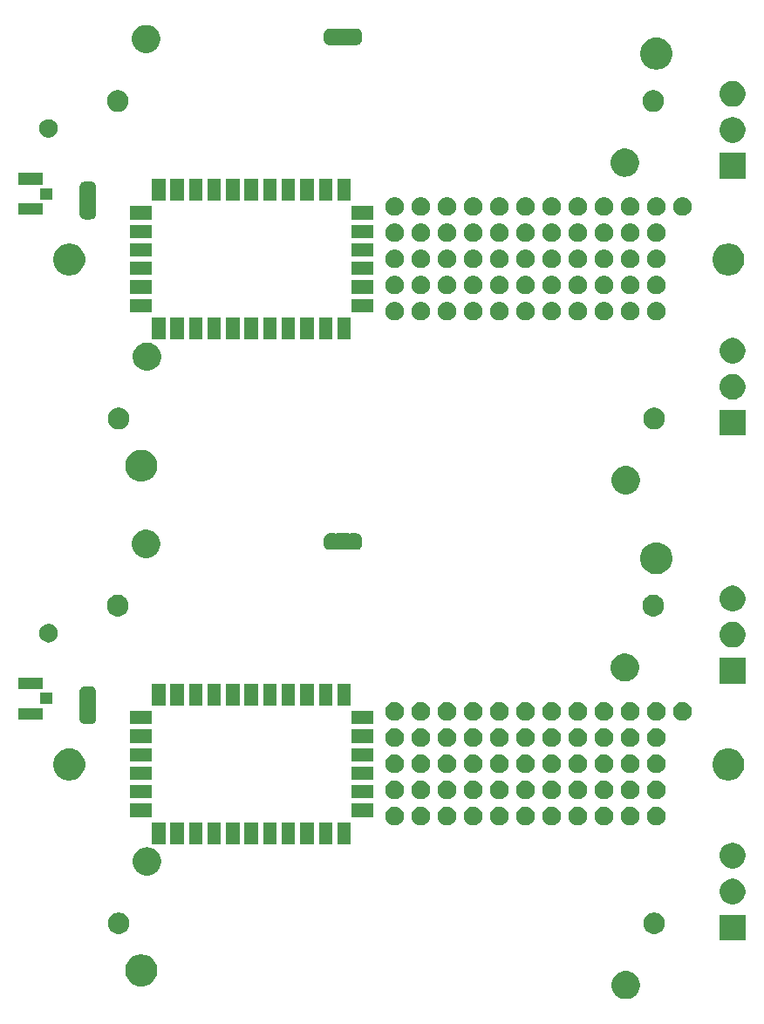
<source format=gbr>
G04 #@! TF.GenerationSoftware,KiCad,Pcbnew,5.1.5-52549c5~86~ubuntu18.04.1*
G04 #@! TF.CreationDate,2020-08-18T00:02:30-05:00*
G04 #@! TF.ProjectId,,58585858-5858-4585-9858-585858585858,rev?*
G04 #@! TF.SameCoordinates,Original*
G04 #@! TF.FileFunction,Soldermask,Bot*
G04 #@! TF.FilePolarity,Negative*
%FSLAX46Y46*%
G04 Gerber Fmt 4.6, Leading zero omitted, Abs format (unit mm)*
G04 Created by KiCad (PCBNEW 5.1.5-52549c5~86~ubuntu18.04.1) date 2020-08-18 00:02:30*
%MOMM*%
%LPD*%
G04 APERTURE LIST*
%ADD10C,0.100000*%
G04 APERTURE END LIST*
D10*
G36*
X171777724Y-131316497D02*
G01*
X172004906Y-131361686D01*
X172254412Y-131465035D01*
X172478962Y-131615075D01*
X172669925Y-131806038D01*
X172819965Y-132030588D01*
X172923314Y-132280094D01*
X172976000Y-132544968D01*
X172976000Y-132815032D01*
X172923314Y-133079906D01*
X172819965Y-133329412D01*
X172669925Y-133553962D01*
X172478962Y-133744925D01*
X172254412Y-133894965D01*
X172004906Y-133998314D01*
X171777724Y-134043503D01*
X171740033Y-134051000D01*
X171469967Y-134051000D01*
X171432276Y-134043503D01*
X171205094Y-133998314D01*
X170955588Y-133894965D01*
X170731038Y-133744925D01*
X170540075Y-133553962D01*
X170390035Y-133329412D01*
X170286686Y-133079906D01*
X170234000Y-132815032D01*
X170234000Y-132544968D01*
X170286686Y-132280094D01*
X170390035Y-132030588D01*
X170540075Y-131806038D01*
X170731038Y-131615075D01*
X170955588Y-131465035D01*
X171205094Y-131361686D01*
X171432276Y-131316497D01*
X171469967Y-131309000D01*
X171740033Y-131309000D01*
X171777724Y-131316497D01*
G37*
G36*
X124867585Y-129748802D02*
G01*
X125017410Y-129778604D01*
X125299674Y-129895521D01*
X125553705Y-130065259D01*
X125769741Y-130281295D01*
X125939479Y-130535326D01*
X126056396Y-130817590D01*
X126116000Y-131117240D01*
X126116000Y-131422760D01*
X126056396Y-131722410D01*
X125939479Y-132004674D01*
X125769741Y-132258705D01*
X125553705Y-132474741D01*
X125299674Y-132644479D01*
X125017410Y-132761396D01*
X124867585Y-132791198D01*
X124717761Y-132821000D01*
X124412239Y-132821000D01*
X124262415Y-132791198D01*
X124112590Y-132761396D01*
X123830326Y-132644479D01*
X123576295Y-132474741D01*
X123360259Y-132258705D01*
X123190521Y-132004674D01*
X123073604Y-131722410D01*
X123014000Y-131422760D01*
X123014000Y-131117240D01*
X123073604Y-130817590D01*
X123190521Y-130535326D01*
X123360259Y-130281295D01*
X123576295Y-130065259D01*
X123830326Y-129895521D01*
X124112590Y-129778604D01*
X124262415Y-129748802D01*
X124412239Y-129719000D01*
X124717761Y-129719000D01*
X124867585Y-129748802D01*
G37*
G36*
X183226000Y-128356000D02*
G01*
X180724000Y-128356000D01*
X180724000Y-125854000D01*
X183226000Y-125854000D01*
X183226000Y-128356000D01*
G37*
G36*
X122671564Y-125674389D02*
G01*
X122862833Y-125753615D01*
X122862835Y-125753616D01*
X123013070Y-125854000D01*
X123034973Y-125868635D01*
X123181365Y-126015027D01*
X123296385Y-126187167D01*
X123375611Y-126378436D01*
X123416000Y-126581484D01*
X123416000Y-126788516D01*
X123375611Y-126991564D01*
X123296385Y-127182833D01*
X123296384Y-127182835D01*
X123181365Y-127354973D01*
X123034973Y-127501365D01*
X122862835Y-127616384D01*
X122862834Y-127616385D01*
X122862833Y-127616385D01*
X122671564Y-127695611D01*
X122468516Y-127736000D01*
X122261484Y-127736000D01*
X122058436Y-127695611D01*
X121867167Y-127616385D01*
X121867166Y-127616385D01*
X121867165Y-127616384D01*
X121695027Y-127501365D01*
X121548635Y-127354973D01*
X121433616Y-127182835D01*
X121433615Y-127182833D01*
X121354389Y-126991564D01*
X121314000Y-126788516D01*
X121314000Y-126581484D01*
X121354389Y-126378436D01*
X121433615Y-126187167D01*
X121548635Y-126015027D01*
X121695027Y-125868635D01*
X121716930Y-125854000D01*
X121867165Y-125753616D01*
X121867167Y-125753615D01*
X122058436Y-125674389D01*
X122261484Y-125634000D01*
X122468516Y-125634000D01*
X122671564Y-125674389D01*
G37*
G36*
X174661564Y-125674389D02*
G01*
X174852833Y-125753615D01*
X174852835Y-125753616D01*
X175003070Y-125854000D01*
X175024973Y-125868635D01*
X175171365Y-126015027D01*
X175286385Y-126187167D01*
X175365611Y-126378436D01*
X175406000Y-126581484D01*
X175406000Y-126788516D01*
X175365611Y-126991564D01*
X175286385Y-127182833D01*
X175286384Y-127182835D01*
X175171365Y-127354973D01*
X175024973Y-127501365D01*
X174852835Y-127616384D01*
X174852834Y-127616385D01*
X174852833Y-127616385D01*
X174661564Y-127695611D01*
X174458516Y-127736000D01*
X174251484Y-127736000D01*
X174048436Y-127695611D01*
X173857167Y-127616385D01*
X173857166Y-127616385D01*
X173857165Y-127616384D01*
X173685027Y-127501365D01*
X173538635Y-127354973D01*
X173423616Y-127182835D01*
X173423615Y-127182833D01*
X173344389Y-126991564D01*
X173304000Y-126788516D01*
X173304000Y-126581484D01*
X173344389Y-126378436D01*
X173423615Y-126187167D01*
X173538635Y-126015027D01*
X173685027Y-125868635D01*
X173706930Y-125854000D01*
X173857165Y-125753616D01*
X173857167Y-125753615D01*
X174048436Y-125674389D01*
X174251484Y-125634000D01*
X174458516Y-125634000D01*
X174661564Y-125674389D01*
G37*
G36*
X182339903Y-122402075D02*
G01*
X182567571Y-122496378D01*
X182772466Y-122633285D01*
X182946715Y-122807534D01*
X183083622Y-123012429D01*
X183177925Y-123240097D01*
X183226000Y-123481787D01*
X183226000Y-123728213D01*
X183177925Y-123969903D01*
X183083622Y-124197571D01*
X182946715Y-124402466D01*
X182772466Y-124576715D01*
X182567571Y-124713622D01*
X182567570Y-124713623D01*
X182567569Y-124713623D01*
X182339903Y-124807925D01*
X182098214Y-124856000D01*
X181851786Y-124856000D01*
X181610097Y-124807925D01*
X181382431Y-124713623D01*
X181382430Y-124713623D01*
X181382429Y-124713622D01*
X181177534Y-124576715D01*
X181003285Y-124402466D01*
X180866378Y-124197571D01*
X180772075Y-123969903D01*
X180724000Y-123728213D01*
X180724000Y-123481787D01*
X180772075Y-123240097D01*
X180866378Y-123012429D01*
X181003285Y-122807534D01*
X181177534Y-122633285D01*
X181382429Y-122496378D01*
X181610097Y-122402075D01*
X181851786Y-122354000D01*
X182098214Y-122354000D01*
X182339903Y-122402075D01*
G37*
G36*
X125297724Y-119326497D02*
G01*
X125524906Y-119371686D01*
X125774412Y-119475035D01*
X125998962Y-119625075D01*
X126189925Y-119816038D01*
X126339965Y-120040588D01*
X126443314Y-120290094D01*
X126496000Y-120554968D01*
X126496000Y-120825032D01*
X126443314Y-121089906D01*
X126339965Y-121339412D01*
X126189925Y-121563962D01*
X125998962Y-121754925D01*
X125774412Y-121904965D01*
X125524906Y-122008314D01*
X125297724Y-122053503D01*
X125260033Y-122061000D01*
X124989967Y-122061000D01*
X124952276Y-122053503D01*
X124725094Y-122008314D01*
X124475588Y-121904965D01*
X124251038Y-121754925D01*
X124060075Y-121563962D01*
X123910035Y-121339412D01*
X123806686Y-121089906D01*
X123754000Y-120825032D01*
X123754000Y-120554968D01*
X123806686Y-120290094D01*
X123910035Y-120040588D01*
X124060075Y-119816038D01*
X124251038Y-119625075D01*
X124475588Y-119475035D01*
X124725094Y-119371686D01*
X124952276Y-119326497D01*
X124989967Y-119319000D01*
X125260033Y-119319000D01*
X125297724Y-119326497D01*
G37*
G36*
X182339903Y-118902075D02*
G01*
X182567571Y-118996378D01*
X182772466Y-119133285D01*
X182946715Y-119307534D01*
X183058636Y-119475035D01*
X183083623Y-119512431D01*
X183177925Y-119740097D01*
X183226000Y-119981787D01*
X183226000Y-120228213D01*
X183177925Y-120469903D01*
X183083622Y-120697571D01*
X182946715Y-120902466D01*
X182772466Y-121076715D01*
X182567571Y-121213622D01*
X182567570Y-121213623D01*
X182567569Y-121213623D01*
X182339903Y-121307925D01*
X182098214Y-121356000D01*
X181851786Y-121356000D01*
X181610097Y-121307925D01*
X181382431Y-121213623D01*
X181382430Y-121213623D01*
X181382429Y-121213622D01*
X181177534Y-121076715D01*
X181003285Y-120902466D01*
X180866378Y-120697571D01*
X180772075Y-120469903D01*
X180724000Y-120228213D01*
X180724000Y-119981787D01*
X180772075Y-119740097D01*
X180866377Y-119512431D01*
X180891364Y-119475035D01*
X181003285Y-119307534D01*
X181177534Y-119133285D01*
X181382429Y-118996378D01*
X181610097Y-118902075D01*
X181851786Y-118854000D01*
X182098214Y-118854000D01*
X182339903Y-118902075D01*
G37*
G36*
X134106000Y-119031000D02*
G01*
X132804000Y-119031000D01*
X132804000Y-116929000D01*
X134106000Y-116929000D01*
X134106000Y-119031000D01*
G37*
G36*
X130506000Y-119031000D02*
G01*
X129204000Y-119031000D01*
X129204000Y-116929000D01*
X130506000Y-116929000D01*
X130506000Y-119031000D01*
G37*
G36*
X126906000Y-119031000D02*
G01*
X125604000Y-119031000D01*
X125604000Y-116929000D01*
X126906000Y-116929000D01*
X126906000Y-119031000D01*
G37*
G36*
X128706000Y-119031000D02*
G01*
X127404000Y-119031000D01*
X127404000Y-116929000D01*
X128706000Y-116929000D01*
X128706000Y-119031000D01*
G37*
G36*
X132306000Y-119031000D02*
G01*
X131004000Y-119031000D01*
X131004000Y-116929000D01*
X132306000Y-116929000D01*
X132306000Y-119031000D01*
G37*
G36*
X137706000Y-119031000D02*
G01*
X136404000Y-119031000D01*
X136404000Y-116929000D01*
X137706000Y-116929000D01*
X137706000Y-119031000D01*
G37*
G36*
X139506000Y-119031000D02*
G01*
X138204000Y-119031000D01*
X138204000Y-116929000D01*
X139506000Y-116929000D01*
X139506000Y-119031000D01*
G37*
G36*
X141306000Y-119031000D02*
G01*
X140004000Y-119031000D01*
X140004000Y-116929000D01*
X141306000Y-116929000D01*
X141306000Y-119031000D01*
G37*
G36*
X143106000Y-119031000D02*
G01*
X141804000Y-119031000D01*
X141804000Y-116929000D01*
X143106000Y-116929000D01*
X143106000Y-119031000D01*
G37*
G36*
X144906000Y-119031000D02*
G01*
X143604000Y-119031000D01*
X143604000Y-116929000D01*
X144906000Y-116929000D01*
X144906000Y-119031000D01*
G37*
G36*
X135906000Y-119031000D02*
G01*
X134604000Y-119031000D01*
X134604000Y-116929000D01*
X135906000Y-116929000D01*
X135906000Y-119031000D01*
G37*
G36*
X151813512Y-115378927D02*
G01*
X151962812Y-115408624D01*
X152126784Y-115476544D01*
X152274354Y-115575147D01*
X152399853Y-115700646D01*
X152498456Y-115848216D01*
X152566376Y-116012188D01*
X152601000Y-116186259D01*
X152601000Y-116363741D01*
X152566376Y-116537812D01*
X152498456Y-116701784D01*
X152399853Y-116849354D01*
X152274354Y-116974853D01*
X152126784Y-117073456D01*
X151962812Y-117141376D01*
X151813512Y-117171073D01*
X151788742Y-117176000D01*
X151611258Y-117176000D01*
X151586488Y-117171073D01*
X151437188Y-117141376D01*
X151273216Y-117073456D01*
X151125646Y-116974853D01*
X151000147Y-116849354D01*
X150901544Y-116701784D01*
X150833624Y-116537812D01*
X150799000Y-116363741D01*
X150799000Y-116186259D01*
X150833624Y-116012188D01*
X150901544Y-115848216D01*
X151000147Y-115700646D01*
X151125646Y-115575147D01*
X151273216Y-115476544D01*
X151437188Y-115408624D01*
X151586488Y-115378927D01*
X151611258Y-115374000D01*
X151788742Y-115374000D01*
X151813512Y-115378927D01*
G37*
G36*
X174673512Y-115378927D02*
G01*
X174822812Y-115408624D01*
X174986784Y-115476544D01*
X175134354Y-115575147D01*
X175259853Y-115700646D01*
X175358456Y-115848216D01*
X175426376Y-116012188D01*
X175461000Y-116186259D01*
X175461000Y-116363741D01*
X175426376Y-116537812D01*
X175358456Y-116701784D01*
X175259853Y-116849354D01*
X175134354Y-116974853D01*
X174986784Y-117073456D01*
X174822812Y-117141376D01*
X174673512Y-117171073D01*
X174648742Y-117176000D01*
X174471258Y-117176000D01*
X174446488Y-117171073D01*
X174297188Y-117141376D01*
X174133216Y-117073456D01*
X173985646Y-116974853D01*
X173860147Y-116849354D01*
X173761544Y-116701784D01*
X173693624Y-116537812D01*
X173659000Y-116363741D01*
X173659000Y-116186259D01*
X173693624Y-116012188D01*
X173761544Y-115848216D01*
X173860147Y-115700646D01*
X173985646Y-115575147D01*
X174133216Y-115476544D01*
X174297188Y-115408624D01*
X174446488Y-115378927D01*
X174471258Y-115374000D01*
X174648742Y-115374000D01*
X174673512Y-115378927D01*
G37*
G36*
X172133512Y-115378927D02*
G01*
X172282812Y-115408624D01*
X172446784Y-115476544D01*
X172594354Y-115575147D01*
X172719853Y-115700646D01*
X172818456Y-115848216D01*
X172886376Y-116012188D01*
X172921000Y-116186259D01*
X172921000Y-116363741D01*
X172886376Y-116537812D01*
X172818456Y-116701784D01*
X172719853Y-116849354D01*
X172594354Y-116974853D01*
X172446784Y-117073456D01*
X172282812Y-117141376D01*
X172133512Y-117171073D01*
X172108742Y-117176000D01*
X171931258Y-117176000D01*
X171906488Y-117171073D01*
X171757188Y-117141376D01*
X171593216Y-117073456D01*
X171445646Y-116974853D01*
X171320147Y-116849354D01*
X171221544Y-116701784D01*
X171153624Y-116537812D01*
X171119000Y-116363741D01*
X171119000Y-116186259D01*
X171153624Y-116012188D01*
X171221544Y-115848216D01*
X171320147Y-115700646D01*
X171445646Y-115575147D01*
X171593216Y-115476544D01*
X171757188Y-115408624D01*
X171906488Y-115378927D01*
X171931258Y-115374000D01*
X172108742Y-115374000D01*
X172133512Y-115378927D01*
G37*
G36*
X169593512Y-115378927D02*
G01*
X169742812Y-115408624D01*
X169906784Y-115476544D01*
X170054354Y-115575147D01*
X170179853Y-115700646D01*
X170278456Y-115848216D01*
X170346376Y-116012188D01*
X170381000Y-116186259D01*
X170381000Y-116363741D01*
X170346376Y-116537812D01*
X170278456Y-116701784D01*
X170179853Y-116849354D01*
X170054354Y-116974853D01*
X169906784Y-117073456D01*
X169742812Y-117141376D01*
X169593512Y-117171073D01*
X169568742Y-117176000D01*
X169391258Y-117176000D01*
X169366488Y-117171073D01*
X169217188Y-117141376D01*
X169053216Y-117073456D01*
X168905646Y-116974853D01*
X168780147Y-116849354D01*
X168681544Y-116701784D01*
X168613624Y-116537812D01*
X168579000Y-116363741D01*
X168579000Y-116186259D01*
X168613624Y-116012188D01*
X168681544Y-115848216D01*
X168780147Y-115700646D01*
X168905646Y-115575147D01*
X169053216Y-115476544D01*
X169217188Y-115408624D01*
X169366488Y-115378927D01*
X169391258Y-115374000D01*
X169568742Y-115374000D01*
X169593512Y-115378927D01*
G37*
G36*
X167053512Y-115378927D02*
G01*
X167202812Y-115408624D01*
X167366784Y-115476544D01*
X167514354Y-115575147D01*
X167639853Y-115700646D01*
X167738456Y-115848216D01*
X167806376Y-116012188D01*
X167841000Y-116186259D01*
X167841000Y-116363741D01*
X167806376Y-116537812D01*
X167738456Y-116701784D01*
X167639853Y-116849354D01*
X167514354Y-116974853D01*
X167366784Y-117073456D01*
X167202812Y-117141376D01*
X167053512Y-117171073D01*
X167028742Y-117176000D01*
X166851258Y-117176000D01*
X166826488Y-117171073D01*
X166677188Y-117141376D01*
X166513216Y-117073456D01*
X166365646Y-116974853D01*
X166240147Y-116849354D01*
X166141544Y-116701784D01*
X166073624Y-116537812D01*
X166039000Y-116363741D01*
X166039000Y-116186259D01*
X166073624Y-116012188D01*
X166141544Y-115848216D01*
X166240147Y-115700646D01*
X166365646Y-115575147D01*
X166513216Y-115476544D01*
X166677188Y-115408624D01*
X166826488Y-115378927D01*
X166851258Y-115374000D01*
X167028742Y-115374000D01*
X167053512Y-115378927D01*
G37*
G36*
X164513512Y-115378927D02*
G01*
X164662812Y-115408624D01*
X164826784Y-115476544D01*
X164974354Y-115575147D01*
X165099853Y-115700646D01*
X165198456Y-115848216D01*
X165266376Y-116012188D01*
X165301000Y-116186259D01*
X165301000Y-116363741D01*
X165266376Y-116537812D01*
X165198456Y-116701784D01*
X165099853Y-116849354D01*
X164974354Y-116974853D01*
X164826784Y-117073456D01*
X164662812Y-117141376D01*
X164513512Y-117171073D01*
X164488742Y-117176000D01*
X164311258Y-117176000D01*
X164286488Y-117171073D01*
X164137188Y-117141376D01*
X163973216Y-117073456D01*
X163825646Y-116974853D01*
X163700147Y-116849354D01*
X163601544Y-116701784D01*
X163533624Y-116537812D01*
X163499000Y-116363741D01*
X163499000Y-116186259D01*
X163533624Y-116012188D01*
X163601544Y-115848216D01*
X163700147Y-115700646D01*
X163825646Y-115575147D01*
X163973216Y-115476544D01*
X164137188Y-115408624D01*
X164286488Y-115378927D01*
X164311258Y-115374000D01*
X164488742Y-115374000D01*
X164513512Y-115378927D01*
G37*
G36*
X161973512Y-115378927D02*
G01*
X162122812Y-115408624D01*
X162286784Y-115476544D01*
X162434354Y-115575147D01*
X162559853Y-115700646D01*
X162658456Y-115848216D01*
X162726376Y-116012188D01*
X162761000Y-116186259D01*
X162761000Y-116363741D01*
X162726376Y-116537812D01*
X162658456Y-116701784D01*
X162559853Y-116849354D01*
X162434354Y-116974853D01*
X162286784Y-117073456D01*
X162122812Y-117141376D01*
X161973512Y-117171073D01*
X161948742Y-117176000D01*
X161771258Y-117176000D01*
X161746488Y-117171073D01*
X161597188Y-117141376D01*
X161433216Y-117073456D01*
X161285646Y-116974853D01*
X161160147Y-116849354D01*
X161061544Y-116701784D01*
X160993624Y-116537812D01*
X160959000Y-116363741D01*
X160959000Y-116186259D01*
X160993624Y-116012188D01*
X161061544Y-115848216D01*
X161160147Y-115700646D01*
X161285646Y-115575147D01*
X161433216Y-115476544D01*
X161597188Y-115408624D01*
X161746488Y-115378927D01*
X161771258Y-115374000D01*
X161948742Y-115374000D01*
X161973512Y-115378927D01*
G37*
G36*
X159433512Y-115378927D02*
G01*
X159582812Y-115408624D01*
X159746784Y-115476544D01*
X159894354Y-115575147D01*
X160019853Y-115700646D01*
X160118456Y-115848216D01*
X160186376Y-116012188D01*
X160221000Y-116186259D01*
X160221000Y-116363741D01*
X160186376Y-116537812D01*
X160118456Y-116701784D01*
X160019853Y-116849354D01*
X159894354Y-116974853D01*
X159746784Y-117073456D01*
X159582812Y-117141376D01*
X159433512Y-117171073D01*
X159408742Y-117176000D01*
X159231258Y-117176000D01*
X159206488Y-117171073D01*
X159057188Y-117141376D01*
X158893216Y-117073456D01*
X158745646Y-116974853D01*
X158620147Y-116849354D01*
X158521544Y-116701784D01*
X158453624Y-116537812D01*
X158419000Y-116363741D01*
X158419000Y-116186259D01*
X158453624Y-116012188D01*
X158521544Y-115848216D01*
X158620147Y-115700646D01*
X158745646Y-115575147D01*
X158893216Y-115476544D01*
X159057188Y-115408624D01*
X159206488Y-115378927D01*
X159231258Y-115374000D01*
X159408742Y-115374000D01*
X159433512Y-115378927D01*
G37*
G36*
X149273512Y-115378927D02*
G01*
X149422812Y-115408624D01*
X149586784Y-115476544D01*
X149734354Y-115575147D01*
X149859853Y-115700646D01*
X149958456Y-115848216D01*
X150026376Y-116012188D01*
X150061000Y-116186259D01*
X150061000Y-116363741D01*
X150026376Y-116537812D01*
X149958456Y-116701784D01*
X149859853Y-116849354D01*
X149734354Y-116974853D01*
X149586784Y-117073456D01*
X149422812Y-117141376D01*
X149273512Y-117171073D01*
X149248742Y-117176000D01*
X149071258Y-117176000D01*
X149046488Y-117171073D01*
X148897188Y-117141376D01*
X148733216Y-117073456D01*
X148585646Y-116974853D01*
X148460147Y-116849354D01*
X148361544Y-116701784D01*
X148293624Y-116537812D01*
X148259000Y-116363741D01*
X148259000Y-116186259D01*
X148293624Y-116012188D01*
X148361544Y-115848216D01*
X148460147Y-115700646D01*
X148585646Y-115575147D01*
X148733216Y-115476544D01*
X148897188Y-115408624D01*
X149046488Y-115378927D01*
X149071258Y-115374000D01*
X149248742Y-115374000D01*
X149273512Y-115378927D01*
G37*
G36*
X154353512Y-115378927D02*
G01*
X154502812Y-115408624D01*
X154666784Y-115476544D01*
X154814354Y-115575147D01*
X154939853Y-115700646D01*
X155038456Y-115848216D01*
X155106376Y-116012188D01*
X155141000Y-116186259D01*
X155141000Y-116363741D01*
X155106376Y-116537812D01*
X155038456Y-116701784D01*
X154939853Y-116849354D01*
X154814354Y-116974853D01*
X154666784Y-117073456D01*
X154502812Y-117141376D01*
X154353512Y-117171073D01*
X154328742Y-117176000D01*
X154151258Y-117176000D01*
X154126488Y-117171073D01*
X153977188Y-117141376D01*
X153813216Y-117073456D01*
X153665646Y-116974853D01*
X153540147Y-116849354D01*
X153441544Y-116701784D01*
X153373624Y-116537812D01*
X153339000Y-116363741D01*
X153339000Y-116186259D01*
X153373624Y-116012188D01*
X153441544Y-115848216D01*
X153540147Y-115700646D01*
X153665646Y-115575147D01*
X153813216Y-115476544D01*
X153977188Y-115408624D01*
X154126488Y-115378927D01*
X154151258Y-115374000D01*
X154328742Y-115374000D01*
X154353512Y-115378927D01*
G37*
G36*
X156893512Y-115378927D02*
G01*
X157042812Y-115408624D01*
X157206784Y-115476544D01*
X157354354Y-115575147D01*
X157479853Y-115700646D01*
X157578456Y-115848216D01*
X157646376Y-116012188D01*
X157681000Y-116186259D01*
X157681000Y-116363741D01*
X157646376Y-116537812D01*
X157578456Y-116701784D01*
X157479853Y-116849354D01*
X157354354Y-116974853D01*
X157206784Y-117073456D01*
X157042812Y-117141376D01*
X156893512Y-117171073D01*
X156868742Y-117176000D01*
X156691258Y-117176000D01*
X156666488Y-117171073D01*
X156517188Y-117141376D01*
X156353216Y-117073456D01*
X156205646Y-116974853D01*
X156080147Y-116849354D01*
X155981544Y-116701784D01*
X155913624Y-116537812D01*
X155879000Y-116363741D01*
X155879000Y-116186259D01*
X155913624Y-116012188D01*
X155981544Y-115848216D01*
X156080147Y-115700646D01*
X156205646Y-115575147D01*
X156353216Y-115476544D01*
X156517188Y-115408624D01*
X156666488Y-115378927D01*
X156691258Y-115374000D01*
X156868742Y-115374000D01*
X156893512Y-115378927D01*
G37*
G36*
X147056000Y-116381000D02*
G01*
X144954000Y-116381000D01*
X144954000Y-115079000D01*
X147056000Y-115079000D01*
X147056000Y-116381000D01*
G37*
G36*
X125556000Y-116381000D02*
G01*
X123454000Y-116381000D01*
X123454000Y-115079000D01*
X125556000Y-115079000D01*
X125556000Y-116381000D01*
G37*
G36*
X174673512Y-112838927D02*
G01*
X174822812Y-112868624D01*
X174986784Y-112936544D01*
X175134354Y-113035147D01*
X175259853Y-113160646D01*
X175358456Y-113308216D01*
X175426376Y-113472188D01*
X175461000Y-113646259D01*
X175461000Y-113823741D01*
X175426376Y-113997812D01*
X175358456Y-114161784D01*
X175259853Y-114309354D01*
X175134354Y-114434853D01*
X174986784Y-114533456D01*
X174822812Y-114601376D01*
X174673512Y-114631073D01*
X174648742Y-114636000D01*
X174471258Y-114636000D01*
X174446488Y-114631073D01*
X174297188Y-114601376D01*
X174133216Y-114533456D01*
X173985646Y-114434853D01*
X173860147Y-114309354D01*
X173761544Y-114161784D01*
X173693624Y-113997812D01*
X173659000Y-113823741D01*
X173659000Y-113646259D01*
X173693624Y-113472188D01*
X173761544Y-113308216D01*
X173860147Y-113160646D01*
X173985646Y-113035147D01*
X174133216Y-112936544D01*
X174297188Y-112868624D01*
X174446488Y-112838927D01*
X174471258Y-112834000D01*
X174648742Y-112834000D01*
X174673512Y-112838927D01*
G37*
G36*
X172133512Y-112838927D02*
G01*
X172282812Y-112868624D01*
X172446784Y-112936544D01*
X172594354Y-113035147D01*
X172719853Y-113160646D01*
X172818456Y-113308216D01*
X172886376Y-113472188D01*
X172921000Y-113646259D01*
X172921000Y-113823741D01*
X172886376Y-113997812D01*
X172818456Y-114161784D01*
X172719853Y-114309354D01*
X172594354Y-114434853D01*
X172446784Y-114533456D01*
X172282812Y-114601376D01*
X172133512Y-114631073D01*
X172108742Y-114636000D01*
X171931258Y-114636000D01*
X171906488Y-114631073D01*
X171757188Y-114601376D01*
X171593216Y-114533456D01*
X171445646Y-114434853D01*
X171320147Y-114309354D01*
X171221544Y-114161784D01*
X171153624Y-113997812D01*
X171119000Y-113823741D01*
X171119000Y-113646259D01*
X171153624Y-113472188D01*
X171221544Y-113308216D01*
X171320147Y-113160646D01*
X171445646Y-113035147D01*
X171593216Y-112936544D01*
X171757188Y-112868624D01*
X171906488Y-112838927D01*
X171931258Y-112834000D01*
X172108742Y-112834000D01*
X172133512Y-112838927D01*
G37*
G36*
X169593512Y-112838927D02*
G01*
X169742812Y-112868624D01*
X169906784Y-112936544D01*
X170054354Y-113035147D01*
X170179853Y-113160646D01*
X170278456Y-113308216D01*
X170346376Y-113472188D01*
X170381000Y-113646259D01*
X170381000Y-113823741D01*
X170346376Y-113997812D01*
X170278456Y-114161784D01*
X170179853Y-114309354D01*
X170054354Y-114434853D01*
X169906784Y-114533456D01*
X169742812Y-114601376D01*
X169593512Y-114631073D01*
X169568742Y-114636000D01*
X169391258Y-114636000D01*
X169366488Y-114631073D01*
X169217188Y-114601376D01*
X169053216Y-114533456D01*
X168905646Y-114434853D01*
X168780147Y-114309354D01*
X168681544Y-114161784D01*
X168613624Y-113997812D01*
X168579000Y-113823741D01*
X168579000Y-113646259D01*
X168613624Y-113472188D01*
X168681544Y-113308216D01*
X168780147Y-113160646D01*
X168905646Y-113035147D01*
X169053216Y-112936544D01*
X169217188Y-112868624D01*
X169366488Y-112838927D01*
X169391258Y-112834000D01*
X169568742Y-112834000D01*
X169593512Y-112838927D01*
G37*
G36*
X167053512Y-112838927D02*
G01*
X167202812Y-112868624D01*
X167366784Y-112936544D01*
X167514354Y-113035147D01*
X167639853Y-113160646D01*
X167738456Y-113308216D01*
X167806376Y-113472188D01*
X167841000Y-113646259D01*
X167841000Y-113823741D01*
X167806376Y-113997812D01*
X167738456Y-114161784D01*
X167639853Y-114309354D01*
X167514354Y-114434853D01*
X167366784Y-114533456D01*
X167202812Y-114601376D01*
X167053512Y-114631073D01*
X167028742Y-114636000D01*
X166851258Y-114636000D01*
X166826488Y-114631073D01*
X166677188Y-114601376D01*
X166513216Y-114533456D01*
X166365646Y-114434853D01*
X166240147Y-114309354D01*
X166141544Y-114161784D01*
X166073624Y-113997812D01*
X166039000Y-113823741D01*
X166039000Y-113646259D01*
X166073624Y-113472188D01*
X166141544Y-113308216D01*
X166240147Y-113160646D01*
X166365646Y-113035147D01*
X166513216Y-112936544D01*
X166677188Y-112868624D01*
X166826488Y-112838927D01*
X166851258Y-112834000D01*
X167028742Y-112834000D01*
X167053512Y-112838927D01*
G37*
G36*
X164513512Y-112838927D02*
G01*
X164662812Y-112868624D01*
X164826784Y-112936544D01*
X164974354Y-113035147D01*
X165099853Y-113160646D01*
X165198456Y-113308216D01*
X165266376Y-113472188D01*
X165301000Y-113646259D01*
X165301000Y-113823741D01*
X165266376Y-113997812D01*
X165198456Y-114161784D01*
X165099853Y-114309354D01*
X164974354Y-114434853D01*
X164826784Y-114533456D01*
X164662812Y-114601376D01*
X164513512Y-114631073D01*
X164488742Y-114636000D01*
X164311258Y-114636000D01*
X164286488Y-114631073D01*
X164137188Y-114601376D01*
X163973216Y-114533456D01*
X163825646Y-114434853D01*
X163700147Y-114309354D01*
X163601544Y-114161784D01*
X163533624Y-113997812D01*
X163499000Y-113823741D01*
X163499000Y-113646259D01*
X163533624Y-113472188D01*
X163601544Y-113308216D01*
X163700147Y-113160646D01*
X163825646Y-113035147D01*
X163973216Y-112936544D01*
X164137188Y-112868624D01*
X164286488Y-112838927D01*
X164311258Y-112834000D01*
X164488742Y-112834000D01*
X164513512Y-112838927D01*
G37*
G36*
X161973512Y-112838927D02*
G01*
X162122812Y-112868624D01*
X162286784Y-112936544D01*
X162434354Y-113035147D01*
X162559853Y-113160646D01*
X162658456Y-113308216D01*
X162726376Y-113472188D01*
X162761000Y-113646259D01*
X162761000Y-113823741D01*
X162726376Y-113997812D01*
X162658456Y-114161784D01*
X162559853Y-114309354D01*
X162434354Y-114434853D01*
X162286784Y-114533456D01*
X162122812Y-114601376D01*
X161973512Y-114631073D01*
X161948742Y-114636000D01*
X161771258Y-114636000D01*
X161746488Y-114631073D01*
X161597188Y-114601376D01*
X161433216Y-114533456D01*
X161285646Y-114434853D01*
X161160147Y-114309354D01*
X161061544Y-114161784D01*
X160993624Y-113997812D01*
X160959000Y-113823741D01*
X160959000Y-113646259D01*
X160993624Y-113472188D01*
X161061544Y-113308216D01*
X161160147Y-113160646D01*
X161285646Y-113035147D01*
X161433216Y-112936544D01*
X161597188Y-112868624D01*
X161746488Y-112838927D01*
X161771258Y-112834000D01*
X161948742Y-112834000D01*
X161973512Y-112838927D01*
G37*
G36*
X156893512Y-112838927D02*
G01*
X157042812Y-112868624D01*
X157206784Y-112936544D01*
X157354354Y-113035147D01*
X157479853Y-113160646D01*
X157578456Y-113308216D01*
X157646376Y-113472188D01*
X157681000Y-113646259D01*
X157681000Y-113823741D01*
X157646376Y-113997812D01*
X157578456Y-114161784D01*
X157479853Y-114309354D01*
X157354354Y-114434853D01*
X157206784Y-114533456D01*
X157042812Y-114601376D01*
X156893512Y-114631073D01*
X156868742Y-114636000D01*
X156691258Y-114636000D01*
X156666488Y-114631073D01*
X156517188Y-114601376D01*
X156353216Y-114533456D01*
X156205646Y-114434853D01*
X156080147Y-114309354D01*
X155981544Y-114161784D01*
X155913624Y-113997812D01*
X155879000Y-113823741D01*
X155879000Y-113646259D01*
X155913624Y-113472188D01*
X155981544Y-113308216D01*
X156080147Y-113160646D01*
X156205646Y-113035147D01*
X156353216Y-112936544D01*
X156517188Y-112868624D01*
X156666488Y-112838927D01*
X156691258Y-112834000D01*
X156868742Y-112834000D01*
X156893512Y-112838927D01*
G37*
G36*
X154353512Y-112838927D02*
G01*
X154502812Y-112868624D01*
X154666784Y-112936544D01*
X154814354Y-113035147D01*
X154939853Y-113160646D01*
X155038456Y-113308216D01*
X155106376Y-113472188D01*
X155141000Y-113646259D01*
X155141000Y-113823741D01*
X155106376Y-113997812D01*
X155038456Y-114161784D01*
X154939853Y-114309354D01*
X154814354Y-114434853D01*
X154666784Y-114533456D01*
X154502812Y-114601376D01*
X154353512Y-114631073D01*
X154328742Y-114636000D01*
X154151258Y-114636000D01*
X154126488Y-114631073D01*
X153977188Y-114601376D01*
X153813216Y-114533456D01*
X153665646Y-114434853D01*
X153540147Y-114309354D01*
X153441544Y-114161784D01*
X153373624Y-113997812D01*
X153339000Y-113823741D01*
X153339000Y-113646259D01*
X153373624Y-113472188D01*
X153441544Y-113308216D01*
X153540147Y-113160646D01*
X153665646Y-113035147D01*
X153813216Y-112936544D01*
X153977188Y-112868624D01*
X154126488Y-112838927D01*
X154151258Y-112834000D01*
X154328742Y-112834000D01*
X154353512Y-112838927D01*
G37*
G36*
X151813512Y-112838927D02*
G01*
X151962812Y-112868624D01*
X152126784Y-112936544D01*
X152274354Y-113035147D01*
X152399853Y-113160646D01*
X152498456Y-113308216D01*
X152566376Y-113472188D01*
X152601000Y-113646259D01*
X152601000Y-113823741D01*
X152566376Y-113997812D01*
X152498456Y-114161784D01*
X152399853Y-114309354D01*
X152274354Y-114434853D01*
X152126784Y-114533456D01*
X151962812Y-114601376D01*
X151813512Y-114631073D01*
X151788742Y-114636000D01*
X151611258Y-114636000D01*
X151586488Y-114631073D01*
X151437188Y-114601376D01*
X151273216Y-114533456D01*
X151125646Y-114434853D01*
X151000147Y-114309354D01*
X150901544Y-114161784D01*
X150833624Y-113997812D01*
X150799000Y-113823741D01*
X150799000Y-113646259D01*
X150833624Y-113472188D01*
X150901544Y-113308216D01*
X151000147Y-113160646D01*
X151125646Y-113035147D01*
X151273216Y-112936544D01*
X151437188Y-112868624D01*
X151586488Y-112838927D01*
X151611258Y-112834000D01*
X151788742Y-112834000D01*
X151813512Y-112838927D01*
G37*
G36*
X149273512Y-112838927D02*
G01*
X149422812Y-112868624D01*
X149586784Y-112936544D01*
X149734354Y-113035147D01*
X149859853Y-113160646D01*
X149958456Y-113308216D01*
X150026376Y-113472188D01*
X150061000Y-113646259D01*
X150061000Y-113823741D01*
X150026376Y-113997812D01*
X149958456Y-114161784D01*
X149859853Y-114309354D01*
X149734354Y-114434853D01*
X149586784Y-114533456D01*
X149422812Y-114601376D01*
X149273512Y-114631073D01*
X149248742Y-114636000D01*
X149071258Y-114636000D01*
X149046488Y-114631073D01*
X148897188Y-114601376D01*
X148733216Y-114533456D01*
X148585646Y-114434853D01*
X148460147Y-114309354D01*
X148361544Y-114161784D01*
X148293624Y-113997812D01*
X148259000Y-113823741D01*
X148259000Y-113646259D01*
X148293624Y-113472188D01*
X148361544Y-113308216D01*
X148460147Y-113160646D01*
X148585646Y-113035147D01*
X148733216Y-112936544D01*
X148897188Y-112868624D01*
X149046488Y-112838927D01*
X149071258Y-112834000D01*
X149248742Y-112834000D01*
X149273512Y-112838927D01*
G37*
G36*
X159433512Y-112838927D02*
G01*
X159582812Y-112868624D01*
X159746784Y-112936544D01*
X159894354Y-113035147D01*
X160019853Y-113160646D01*
X160118456Y-113308216D01*
X160186376Y-113472188D01*
X160221000Y-113646259D01*
X160221000Y-113823741D01*
X160186376Y-113997812D01*
X160118456Y-114161784D01*
X160019853Y-114309354D01*
X159894354Y-114434853D01*
X159746784Y-114533456D01*
X159582812Y-114601376D01*
X159433512Y-114631073D01*
X159408742Y-114636000D01*
X159231258Y-114636000D01*
X159206488Y-114631073D01*
X159057188Y-114601376D01*
X158893216Y-114533456D01*
X158745646Y-114434853D01*
X158620147Y-114309354D01*
X158521544Y-114161784D01*
X158453624Y-113997812D01*
X158419000Y-113823741D01*
X158419000Y-113646259D01*
X158453624Y-113472188D01*
X158521544Y-113308216D01*
X158620147Y-113160646D01*
X158745646Y-113035147D01*
X158893216Y-112936544D01*
X159057188Y-112868624D01*
X159206488Y-112838927D01*
X159231258Y-112834000D01*
X159408742Y-112834000D01*
X159433512Y-112838927D01*
G37*
G36*
X147056000Y-114581000D02*
G01*
X144954000Y-114581000D01*
X144954000Y-113279000D01*
X147056000Y-113279000D01*
X147056000Y-114581000D01*
G37*
G36*
X125556000Y-114581000D02*
G01*
X123454000Y-114581000D01*
X123454000Y-113279000D01*
X125556000Y-113279000D01*
X125556000Y-114581000D01*
G37*
G36*
X117867585Y-109748802D02*
G01*
X118017410Y-109778604D01*
X118299674Y-109895521D01*
X118553705Y-110065259D01*
X118769741Y-110281295D01*
X118939479Y-110535326D01*
X119056396Y-110817590D01*
X119116000Y-111117240D01*
X119116000Y-111422760D01*
X119056396Y-111722410D01*
X118939479Y-112004674D01*
X118769741Y-112258705D01*
X118553705Y-112474741D01*
X118299674Y-112644479D01*
X118017410Y-112761396D01*
X117918854Y-112781000D01*
X117717761Y-112821000D01*
X117412239Y-112821000D01*
X117211146Y-112781000D01*
X117112590Y-112761396D01*
X116830326Y-112644479D01*
X116576295Y-112474741D01*
X116360259Y-112258705D01*
X116190521Y-112004674D01*
X116073604Y-111722410D01*
X116014000Y-111422760D01*
X116014000Y-111117240D01*
X116073604Y-110817590D01*
X116190521Y-110535326D01*
X116360259Y-110281295D01*
X116576295Y-110065259D01*
X116830326Y-109895521D01*
X117112590Y-109778604D01*
X117262415Y-109748802D01*
X117412239Y-109719000D01*
X117717761Y-109719000D01*
X117867585Y-109748802D01*
G37*
G36*
X181867585Y-109748802D02*
G01*
X182017410Y-109778604D01*
X182299674Y-109895521D01*
X182553705Y-110065259D01*
X182769741Y-110281295D01*
X182939479Y-110535326D01*
X183056396Y-110817590D01*
X183116000Y-111117240D01*
X183116000Y-111422760D01*
X183056396Y-111722410D01*
X182939479Y-112004674D01*
X182769741Y-112258705D01*
X182553705Y-112474741D01*
X182299674Y-112644479D01*
X182017410Y-112761396D01*
X181918854Y-112781000D01*
X181717761Y-112821000D01*
X181412239Y-112821000D01*
X181211146Y-112781000D01*
X181112590Y-112761396D01*
X180830326Y-112644479D01*
X180576295Y-112474741D01*
X180360259Y-112258705D01*
X180190521Y-112004674D01*
X180073604Y-111722410D01*
X180014000Y-111422760D01*
X180014000Y-111117240D01*
X180073604Y-110817590D01*
X180190521Y-110535326D01*
X180360259Y-110281295D01*
X180576295Y-110065259D01*
X180830326Y-109895521D01*
X181112590Y-109778604D01*
X181262415Y-109748802D01*
X181412239Y-109719000D01*
X181717761Y-109719000D01*
X181867585Y-109748802D01*
G37*
G36*
X147056000Y-112781000D02*
G01*
X144954000Y-112781000D01*
X144954000Y-111479000D01*
X147056000Y-111479000D01*
X147056000Y-112781000D01*
G37*
G36*
X125556000Y-112781000D02*
G01*
X123454000Y-112781000D01*
X123454000Y-111479000D01*
X125556000Y-111479000D01*
X125556000Y-112781000D01*
G37*
G36*
X169593512Y-110298927D02*
G01*
X169742812Y-110328624D01*
X169906784Y-110396544D01*
X170054354Y-110495147D01*
X170179853Y-110620646D01*
X170278456Y-110768216D01*
X170346376Y-110932188D01*
X170381000Y-111106259D01*
X170381000Y-111283741D01*
X170346376Y-111457812D01*
X170278456Y-111621784D01*
X170179853Y-111769354D01*
X170054354Y-111894853D01*
X169906784Y-111993456D01*
X169742812Y-112061376D01*
X169593512Y-112091073D01*
X169568742Y-112096000D01*
X169391258Y-112096000D01*
X169366488Y-112091073D01*
X169217188Y-112061376D01*
X169053216Y-111993456D01*
X168905646Y-111894853D01*
X168780147Y-111769354D01*
X168681544Y-111621784D01*
X168613624Y-111457812D01*
X168579000Y-111283741D01*
X168579000Y-111106259D01*
X168613624Y-110932188D01*
X168681544Y-110768216D01*
X168780147Y-110620646D01*
X168905646Y-110495147D01*
X169053216Y-110396544D01*
X169217188Y-110328624D01*
X169366488Y-110298927D01*
X169391258Y-110294000D01*
X169568742Y-110294000D01*
X169593512Y-110298927D01*
G37*
G36*
X172133512Y-110298927D02*
G01*
X172282812Y-110328624D01*
X172446784Y-110396544D01*
X172594354Y-110495147D01*
X172719853Y-110620646D01*
X172818456Y-110768216D01*
X172886376Y-110932188D01*
X172921000Y-111106259D01*
X172921000Y-111283741D01*
X172886376Y-111457812D01*
X172818456Y-111621784D01*
X172719853Y-111769354D01*
X172594354Y-111894853D01*
X172446784Y-111993456D01*
X172282812Y-112061376D01*
X172133512Y-112091073D01*
X172108742Y-112096000D01*
X171931258Y-112096000D01*
X171906488Y-112091073D01*
X171757188Y-112061376D01*
X171593216Y-111993456D01*
X171445646Y-111894853D01*
X171320147Y-111769354D01*
X171221544Y-111621784D01*
X171153624Y-111457812D01*
X171119000Y-111283741D01*
X171119000Y-111106259D01*
X171153624Y-110932188D01*
X171221544Y-110768216D01*
X171320147Y-110620646D01*
X171445646Y-110495147D01*
X171593216Y-110396544D01*
X171757188Y-110328624D01*
X171906488Y-110298927D01*
X171931258Y-110294000D01*
X172108742Y-110294000D01*
X172133512Y-110298927D01*
G37*
G36*
X174673512Y-110298927D02*
G01*
X174822812Y-110328624D01*
X174986784Y-110396544D01*
X175134354Y-110495147D01*
X175259853Y-110620646D01*
X175358456Y-110768216D01*
X175426376Y-110932188D01*
X175461000Y-111106259D01*
X175461000Y-111283741D01*
X175426376Y-111457812D01*
X175358456Y-111621784D01*
X175259853Y-111769354D01*
X175134354Y-111894853D01*
X174986784Y-111993456D01*
X174822812Y-112061376D01*
X174673512Y-112091073D01*
X174648742Y-112096000D01*
X174471258Y-112096000D01*
X174446488Y-112091073D01*
X174297188Y-112061376D01*
X174133216Y-111993456D01*
X173985646Y-111894853D01*
X173860147Y-111769354D01*
X173761544Y-111621784D01*
X173693624Y-111457812D01*
X173659000Y-111283741D01*
X173659000Y-111106259D01*
X173693624Y-110932188D01*
X173761544Y-110768216D01*
X173860147Y-110620646D01*
X173985646Y-110495147D01*
X174133216Y-110396544D01*
X174297188Y-110328624D01*
X174446488Y-110298927D01*
X174471258Y-110294000D01*
X174648742Y-110294000D01*
X174673512Y-110298927D01*
G37*
G36*
X167053512Y-110298927D02*
G01*
X167202812Y-110328624D01*
X167366784Y-110396544D01*
X167514354Y-110495147D01*
X167639853Y-110620646D01*
X167738456Y-110768216D01*
X167806376Y-110932188D01*
X167841000Y-111106259D01*
X167841000Y-111283741D01*
X167806376Y-111457812D01*
X167738456Y-111621784D01*
X167639853Y-111769354D01*
X167514354Y-111894853D01*
X167366784Y-111993456D01*
X167202812Y-112061376D01*
X167053512Y-112091073D01*
X167028742Y-112096000D01*
X166851258Y-112096000D01*
X166826488Y-112091073D01*
X166677188Y-112061376D01*
X166513216Y-111993456D01*
X166365646Y-111894853D01*
X166240147Y-111769354D01*
X166141544Y-111621784D01*
X166073624Y-111457812D01*
X166039000Y-111283741D01*
X166039000Y-111106259D01*
X166073624Y-110932188D01*
X166141544Y-110768216D01*
X166240147Y-110620646D01*
X166365646Y-110495147D01*
X166513216Y-110396544D01*
X166677188Y-110328624D01*
X166826488Y-110298927D01*
X166851258Y-110294000D01*
X167028742Y-110294000D01*
X167053512Y-110298927D01*
G37*
G36*
X161973512Y-110298927D02*
G01*
X162122812Y-110328624D01*
X162286784Y-110396544D01*
X162434354Y-110495147D01*
X162559853Y-110620646D01*
X162658456Y-110768216D01*
X162726376Y-110932188D01*
X162761000Y-111106259D01*
X162761000Y-111283741D01*
X162726376Y-111457812D01*
X162658456Y-111621784D01*
X162559853Y-111769354D01*
X162434354Y-111894853D01*
X162286784Y-111993456D01*
X162122812Y-112061376D01*
X161973512Y-112091073D01*
X161948742Y-112096000D01*
X161771258Y-112096000D01*
X161746488Y-112091073D01*
X161597188Y-112061376D01*
X161433216Y-111993456D01*
X161285646Y-111894853D01*
X161160147Y-111769354D01*
X161061544Y-111621784D01*
X160993624Y-111457812D01*
X160959000Y-111283741D01*
X160959000Y-111106259D01*
X160993624Y-110932188D01*
X161061544Y-110768216D01*
X161160147Y-110620646D01*
X161285646Y-110495147D01*
X161433216Y-110396544D01*
X161597188Y-110328624D01*
X161746488Y-110298927D01*
X161771258Y-110294000D01*
X161948742Y-110294000D01*
X161973512Y-110298927D01*
G37*
G36*
X159433512Y-110298927D02*
G01*
X159582812Y-110328624D01*
X159746784Y-110396544D01*
X159894354Y-110495147D01*
X160019853Y-110620646D01*
X160118456Y-110768216D01*
X160186376Y-110932188D01*
X160221000Y-111106259D01*
X160221000Y-111283741D01*
X160186376Y-111457812D01*
X160118456Y-111621784D01*
X160019853Y-111769354D01*
X159894354Y-111894853D01*
X159746784Y-111993456D01*
X159582812Y-112061376D01*
X159433512Y-112091073D01*
X159408742Y-112096000D01*
X159231258Y-112096000D01*
X159206488Y-112091073D01*
X159057188Y-112061376D01*
X158893216Y-111993456D01*
X158745646Y-111894853D01*
X158620147Y-111769354D01*
X158521544Y-111621784D01*
X158453624Y-111457812D01*
X158419000Y-111283741D01*
X158419000Y-111106259D01*
X158453624Y-110932188D01*
X158521544Y-110768216D01*
X158620147Y-110620646D01*
X158745646Y-110495147D01*
X158893216Y-110396544D01*
X159057188Y-110328624D01*
X159206488Y-110298927D01*
X159231258Y-110294000D01*
X159408742Y-110294000D01*
X159433512Y-110298927D01*
G37*
G36*
X156893512Y-110298927D02*
G01*
X157042812Y-110328624D01*
X157206784Y-110396544D01*
X157354354Y-110495147D01*
X157479853Y-110620646D01*
X157578456Y-110768216D01*
X157646376Y-110932188D01*
X157681000Y-111106259D01*
X157681000Y-111283741D01*
X157646376Y-111457812D01*
X157578456Y-111621784D01*
X157479853Y-111769354D01*
X157354354Y-111894853D01*
X157206784Y-111993456D01*
X157042812Y-112061376D01*
X156893512Y-112091073D01*
X156868742Y-112096000D01*
X156691258Y-112096000D01*
X156666488Y-112091073D01*
X156517188Y-112061376D01*
X156353216Y-111993456D01*
X156205646Y-111894853D01*
X156080147Y-111769354D01*
X155981544Y-111621784D01*
X155913624Y-111457812D01*
X155879000Y-111283741D01*
X155879000Y-111106259D01*
X155913624Y-110932188D01*
X155981544Y-110768216D01*
X156080147Y-110620646D01*
X156205646Y-110495147D01*
X156353216Y-110396544D01*
X156517188Y-110328624D01*
X156666488Y-110298927D01*
X156691258Y-110294000D01*
X156868742Y-110294000D01*
X156893512Y-110298927D01*
G37*
G36*
X154353512Y-110298927D02*
G01*
X154502812Y-110328624D01*
X154666784Y-110396544D01*
X154814354Y-110495147D01*
X154939853Y-110620646D01*
X155038456Y-110768216D01*
X155106376Y-110932188D01*
X155141000Y-111106259D01*
X155141000Y-111283741D01*
X155106376Y-111457812D01*
X155038456Y-111621784D01*
X154939853Y-111769354D01*
X154814354Y-111894853D01*
X154666784Y-111993456D01*
X154502812Y-112061376D01*
X154353512Y-112091073D01*
X154328742Y-112096000D01*
X154151258Y-112096000D01*
X154126488Y-112091073D01*
X153977188Y-112061376D01*
X153813216Y-111993456D01*
X153665646Y-111894853D01*
X153540147Y-111769354D01*
X153441544Y-111621784D01*
X153373624Y-111457812D01*
X153339000Y-111283741D01*
X153339000Y-111106259D01*
X153373624Y-110932188D01*
X153441544Y-110768216D01*
X153540147Y-110620646D01*
X153665646Y-110495147D01*
X153813216Y-110396544D01*
X153977188Y-110328624D01*
X154126488Y-110298927D01*
X154151258Y-110294000D01*
X154328742Y-110294000D01*
X154353512Y-110298927D01*
G37*
G36*
X151813512Y-110298927D02*
G01*
X151962812Y-110328624D01*
X152126784Y-110396544D01*
X152274354Y-110495147D01*
X152399853Y-110620646D01*
X152498456Y-110768216D01*
X152566376Y-110932188D01*
X152601000Y-111106259D01*
X152601000Y-111283741D01*
X152566376Y-111457812D01*
X152498456Y-111621784D01*
X152399853Y-111769354D01*
X152274354Y-111894853D01*
X152126784Y-111993456D01*
X151962812Y-112061376D01*
X151813512Y-112091073D01*
X151788742Y-112096000D01*
X151611258Y-112096000D01*
X151586488Y-112091073D01*
X151437188Y-112061376D01*
X151273216Y-111993456D01*
X151125646Y-111894853D01*
X151000147Y-111769354D01*
X150901544Y-111621784D01*
X150833624Y-111457812D01*
X150799000Y-111283741D01*
X150799000Y-111106259D01*
X150833624Y-110932188D01*
X150901544Y-110768216D01*
X151000147Y-110620646D01*
X151125646Y-110495147D01*
X151273216Y-110396544D01*
X151437188Y-110328624D01*
X151586488Y-110298927D01*
X151611258Y-110294000D01*
X151788742Y-110294000D01*
X151813512Y-110298927D01*
G37*
G36*
X149273512Y-110298927D02*
G01*
X149422812Y-110328624D01*
X149586784Y-110396544D01*
X149734354Y-110495147D01*
X149859853Y-110620646D01*
X149958456Y-110768216D01*
X150026376Y-110932188D01*
X150061000Y-111106259D01*
X150061000Y-111283741D01*
X150026376Y-111457812D01*
X149958456Y-111621784D01*
X149859853Y-111769354D01*
X149734354Y-111894853D01*
X149586784Y-111993456D01*
X149422812Y-112061376D01*
X149273512Y-112091073D01*
X149248742Y-112096000D01*
X149071258Y-112096000D01*
X149046488Y-112091073D01*
X148897188Y-112061376D01*
X148733216Y-111993456D01*
X148585646Y-111894853D01*
X148460147Y-111769354D01*
X148361544Y-111621784D01*
X148293624Y-111457812D01*
X148259000Y-111283741D01*
X148259000Y-111106259D01*
X148293624Y-110932188D01*
X148361544Y-110768216D01*
X148460147Y-110620646D01*
X148585646Y-110495147D01*
X148733216Y-110396544D01*
X148897188Y-110328624D01*
X149046488Y-110298927D01*
X149071258Y-110294000D01*
X149248742Y-110294000D01*
X149273512Y-110298927D01*
G37*
G36*
X164513512Y-110298927D02*
G01*
X164662812Y-110328624D01*
X164826784Y-110396544D01*
X164974354Y-110495147D01*
X165099853Y-110620646D01*
X165198456Y-110768216D01*
X165266376Y-110932188D01*
X165301000Y-111106259D01*
X165301000Y-111283741D01*
X165266376Y-111457812D01*
X165198456Y-111621784D01*
X165099853Y-111769354D01*
X164974354Y-111894853D01*
X164826784Y-111993456D01*
X164662812Y-112061376D01*
X164513512Y-112091073D01*
X164488742Y-112096000D01*
X164311258Y-112096000D01*
X164286488Y-112091073D01*
X164137188Y-112061376D01*
X163973216Y-111993456D01*
X163825646Y-111894853D01*
X163700147Y-111769354D01*
X163601544Y-111621784D01*
X163533624Y-111457812D01*
X163499000Y-111283741D01*
X163499000Y-111106259D01*
X163533624Y-110932188D01*
X163601544Y-110768216D01*
X163700147Y-110620646D01*
X163825646Y-110495147D01*
X163973216Y-110396544D01*
X164137188Y-110328624D01*
X164286488Y-110298927D01*
X164311258Y-110294000D01*
X164488742Y-110294000D01*
X164513512Y-110298927D01*
G37*
G36*
X125556000Y-110981000D02*
G01*
X123454000Y-110981000D01*
X123454000Y-109679000D01*
X125556000Y-109679000D01*
X125556000Y-110981000D01*
G37*
G36*
X147056000Y-110981000D02*
G01*
X144954000Y-110981000D01*
X144954000Y-109679000D01*
X147056000Y-109679000D01*
X147056000Y-110981000D01*
G37*
G36*
X167053512Y-107758927D02*
G01*
X167202812Y-107788624D01*
X167366784Y-107856544D01*
X167514354Y-107955147D01*
X167639853Y-108080646D01*
X167738456Y-108228216D01*
X167806376Y-108392188D01*
X167841000Y-108566259D01*
X167841000Y-108743741D01*
X167806376Y-108917812D01*
X167738456Y-109081784D01*
X167639853Y-109229354D01*
X167514354Y-109354853D01*
X167366784Y-109453456D01*
X167202812Y-109521376D01*
X167053512Y-109551073D01*
X167028742Y-109556000D01*
X166851258Y-109556000D01*
X166826488Y-109551073D01*
X166677188Y-109521376D01*
X166513216Y-109453456D01*
X166365646Y-109354853D01*
X166240147Y-109229354D01*
X166141544Y-109081784D01*
X166073624Y-108917812D01*
X166039000Y-108743741D01*
X166039000Y-108566259D01*
X166073624Y-108392188D01*
X166141544Y-108228216D01*
X166240147Y-108080646D01*
X166365646Y-107955147D01*
X166513216Y-107856544D01*
X166677188Y-107788624D01*
X166826488Y-107758927D01*
X166851258Y-107754000D01*
X167028742Y-107754000D01*
X167053512Y-107758927D01*
G37*
G36*
X156893512Y-107758927D02*
G01*
X157042812Y-107788624D01*
X157206784Y-107856544D01*
X157354354Y-107955147D01*
X157479853Y-108080646D01*
X157578456Y-108228216D01*
X157646376Y-108392188D01*
X157681000Y-108566259D01*
X157681000Y-108743741D01*
X157646376Y-108917812D01*
X157578456Y-109081784D01*
X157479853Y-109229354D01*
X157354354Y-109354853D01*
X157206784Y-109453456D01*
X157042812Y-109521376D01*
X156893512Y-109551073D01*
X156868742Y-109556000D01*
X156691258Y-109556000D01*
X156666488Y-109551073D01*
X156517188Y-109521376D01*
X156353216Y-109453456D01*
X156205646Y-109354853D01*
X156080147Y-109229354D01*
X155981544Y-109081784D01*
X155913624Y-108917812D01*
X155879000Y-108743741D01*
X155879000Y-108566259D01*
X155913624Y-108392188D01*
X155981544Y-108228216D01*
X156080147Y-108080646D01*
X156205646Y-107955147D01*
X156353216Y-107856544D01*
X156517188Y-107788624D01*
X156666488Y-107758927D01*
X156691258Y-107754000D01*
X156868742Y-107754000D01*
X156893512Y-107758927D01*
G37*
G36*
X159433512Y-107758927D02*
G01*
X159582812Y-107788624D01*
X159746784Y-107856544D01*
X159894354Y-107955147D01*
X160019853Y-108080646D01*
X160118456Y-108228216D01*
X160186376Y-108392188D01*
X160221000Y-108566259D01*
X160221000Y-108743741D01*
X160186376Y-108917812D01*
X160118456Y-109081784D01*
X160019853Y-109229354D01*
X159894354Y-109354853D01*
X159746784Y-109453456D01*
X159582812Y-109521376D01*
X159433512Y-109551073D01*
X159408742Y-109556000D01*
X159231258Y-109556000D01*
X159206488Y-109551073D01*
X159057188Y-109521376D01*
X158893216Y-109453456D01*
X158745646Y-109354853D01*
X158620147Y-109229354D01*
X158521544Y-109081784D01*
X158453624Y-108917812D01*
X158419000Y-108743741D01*
X158419000Y-108566259D01*
X158453624Y-108392188D01*
X158521544Y-108228216D01*
X158620147Y-108080646D01*
X158745646Y-107955147D01*
X158893216Y-107856544D01*
X159057188Y-107788624D01*
X159206488Y-107758927D01*
X159231258Y-107754000D01*
X159408742Y-107754000D01*
X159433512Y-107758927D01*
G37*
G36*
X161973512Y-107758927D02*
G01*
X162122812Y-107788624D01*
X162286784Y-107856544D01*
X162434354Y-107955147D01*
X162559853Y-108080646D01*
X162658456Y-108228216D01*
X162726376Y-108392188D01*
X162761000Y-108566259D01*
X162761000Y-108743741D01*
X162726376Y-108917812D01*
X162658456Y-109081784D01*
X162559853Y-109229354D01*
X162434354Y-109354853D01*
X162286784Y-109453456D01*
X162122812Y-109521376D01*
X161973512Y-109551073D01*
X161948742Y-109556000D01*
X161771258Y-109556000D01*
X161746488Y-109551073D01*
X161597188Y-109521376D01*
X161433216Y-109453456D01*
X161285646Y-109354853D01*
X161160147Y-109229354D01*
X161061544Y-109081784D01*
X160993624Y-108917812D01*
X160959000Y-108743741D01*
X160959000Y-108566259D01*
X160993624Y-108392188D01*
X161061544Y-108228216D01*
X161160147Y-108080646D01*
X161285646Y-107955147D01*
X161433216Y-107856544D01*
X161597188Y-107788624D01*
X161746488Y-107758927D01*
X161771258Y-107754000D01*
X161948742Y-107754000D01*
X161973512Y-107758927D01*
G37*
G36*
X164513512Y-107758927D02*
G01*
X164662812Y-107788624D01*
X164826784Y-107856544D01*
X164974354Y-107955147D01*
X165099853Y-108080646D01*
X165198456Y-108228216D01*
X165266376Y-108392188D01*
X165301000Y-108566259D01*
X165301000Y-108743741D01*
X165266376Y-108917812D01*
X165198456Y-109081784D01*
X165099853Y-109229354D01*
X164974354Y-109354853D01*
X164826784Y-109453456D01*
X164662812Y-109521376D01*
X164513512Y-109551073D01*
X164488742Y-109556000D01*
X164311258Y-109556000D01*
X164286488Y-109551073D01*
X164137188Y-109521376D01*
X163973216Y-109453456D01*
X163825646Y-109354853D01*
X163700147Y-109229354D01*
X163601544Y-109081784D01*
X163533624Y-108917812D01*
X163499000Y-108743741D01*
X163499000Y-108566259D01*
X163533624Y-108392188D01*
X163601544Y-108228216D01*
X163700147Y-108080646D01*
X163825646Y-107955147D01*
X163973216Y-107856544D01*
X164137188Y-107788624D01*
X164286488Y-107758927D01*
X164311258Y-107754000D01*
X164488742Y-107754000D01*
X164513512Y-107758927D01*
G37*
G36*
X172133512Y-107758927D02*
G01*
X172282812Y-107788624D01*
X172446784Y-107856544D01*
X172594354Y-107955147D01*
X172719853Y-108080646D01*
X172818456Y-108228216D01*
X172886376Y-108392188D01*
X172921000Y-108566259D01*
X172921000Y-108743741D01*
X172886376Y-108917812D01*
X172818456Y-109081784D01*
X172719853Y-109229354D01*
X172594354Y-109354853D01*
X172446784Y-109453456D01*
X172282812Y-109521376D01*
X172133512Y-109551073D01*
X172108742Y-109556000D01*
X171931258Y-109556000D01*
X171906488Y-109551073D01*
X171757188Y-109521376D01*
X171593216Y-109453456D01*
X171445646Y-109354853D01*
X171320147Y-109229354D01*
X171221544Y-109081784D01*
X171153624Y-108917812D01*
X171119000Y-108743741D01*
X171119000Y-108566259D01*
X171153624Y-108392188D01*
X171221544Y-108228216D01*
X171320147Y-108080646D01*
X171445646Y-107955147D01*
X171593216Y-107856544D01*
X171757188Y-107788624D01*
X171906488Y-107758927D01*
X171931258Y-107754000D01*
X172108742Y-107754000D01*
X172133512Y-107758927D01*
G37*
G36*
X169593512Y-107758927D02*
G01*
X169742812Y-107788624D01*
X169906784Y-107856544D01*
X170054354Y-107955147D01*
X170179853Y-108080646D01*
X170278456Y-108228216D01*
X170346376Y-108392188D01*
X170381000Y-108566259D01*
X170381000Y-108743741D01*
X170346376Y-108917812D01*
X170278456Y-109081784D01*
X170179853Y-109229354D01*
X170054354Y-109354853D01*
X169906784Y-109453456D01*
X169742812Y-109521376D01*
X169593512Y-109551073D01*
X169568742Y-109556000D01*
X169391258Y-109556000D01*
X169366488Y-109551073D01*
X169217188Y-109521376D01*
X169053216Y-109453456D01*
X168905646Y-109354853D01*
X168780147Y-109229354D01*
X168681544Y-109081784D01*
X168613624Y-108917812D01*
X168579000Y-108743741D01*
X168579000Y-108566259D01*
X168613624Y-108392188D01*
X168681544Y-108228216D01*
X168780147Y-108080646D01*
X168905646Y-107955147D01*
X169053216Y-107856544D01*
X169217188Y-107788624D01*
X169366488Y-107758927D01*
X169391258Y-107754000D01*
X169568742Y-107754000D01*
X169593512Y-107758927D01*
G37*
G36*
X154353512Y-107758927D02*
G01*
X154502812Y-107788624D01*
X154666784Y-107856544D01*
X154814354Y-107955147D01*
X154939853Y-108080646D01*
X155038456Y-108228216D01*
X155106376Y-108392188D01*
X155141000Y-108566259D01*
X155141000Y-108743741D01*
X155106376Y-108917812D01*
X155038456Y-109081784D01*
X154939853Y-109229354D01*
X154814354Y-109354853D01*
X154666784Y-109453456D01*
X154502812Y-109521376D01*
X154353512Y-109551073D01*
X154328742Y-109556000D01*
X154151258Y-109556000D01*
X154126488Y-109551073D01*
X153977188Y-109521376D01*
X153813216Y-109453456D01*
X153665646Y-109354853D01*
X153540147Y-109229354D01*
X153441544Y-109081784D01*
X153373624Y-108917812D01*
X153339000Y-108743741D01*
X153339000Y-108566259D01*
X153373624Y-108392188D01*
X153441544Y-108228216D01*
X153540147Y-108080646D01*
X153665646Y-107955147D01*
X153813216Y-107856544D01*
X153977188Y-107788624D01*
X154126488Y-107758927D01*
X154151258Y-107754000D01*
X154328742Y-107754000D01*
X154353512Y-107758927D01*
G37*
G36*
X149273512Y-107758927D02*
G01*
X149422812Y-107788624D01*
X149586784Y-107856544D01*
X149734354Y-107955147D01*
X149859853Y-108080646D01*
X149958456Y-108228216D01*
X150026376Y-108392188D01*
X150061000Y-108566259D01*
X150061000Y-108743741D01*
X150026376Y-108917812D01*
X149958456Y-109081784D01*
X149859853Y-109229354D01*
X149734354Y-109354853D01*
X149586784Y-109453456D01*
X149422812Y-109521376D01*
X149273512Y-109551073D01*
X149248742Y-109556000D01*
X149071258Y-109556000D01*
X149046488Y-109551073D01*
X148897188Y-109521376D01*
X148733216Y-109453456D01*
X148585646Y-109354853D01*
X148460147Y-109229354D01*
X148361544Y-109081784D01*
X148293624Y-108917812D01*
X148259000Y-108743741D01*
X148259000Y-108566259D01*
X148293624Y-108392188D01*
X148361544Y-108228216D01*
X148460147Y-108080646D01*
X148585646Y-107955147D01*
X148733216Y-107856544D01*
X148897188Y-107788624D01*
X149046488Y-107758927D01*
X149071258Y-107754000D01*
X149248742Y-107754000D01*
X149273512Y-107758927D01*
G37*
G36*
X174673512Y-107758927D02*
G01*
X174822812Y-107788624D01*
X174986784Y-107856544D01*
X175134354Y-107955147D01*
X175259853Y-108080646D01*
X175358456Y-108228216D01*
X175426376Y-108392188D01*
X175461000Y-108566259D01*
X175461000Y-108743741D01*
X175426376Y-108917812D01*
X175358456Y-109081784D01*
X175259853Y-109229354D01*
X175134354Y-109354853D01*
X174986784Y-109453456D01*
X174822812Y-109521376D01*
X174673512Y-109551073D01*
X174648742Y-109556000D01*
X174471258Y-109556000D01*
X174446488Y-109551073D01*
X174297188Y-109521376D01*
X174133216Y-109453456D01*
X173985646Y-109354853D01*
X173860147Y-109229354D01*
X173761544Y-109081784D01*
X173693624Y-108917812D01*
X173659000Y-108743741D01*
X173659000Y-108566259D01*
X173693624Y-108392188D01*
X173761544Y-108228216D01*
X173860147Y-108080646D01*
X173985646Y-107955147D01*
X174133216Y-107856544D01*
X174297188Y-107788624D01*
X174446488Y-107758927D01*
X174471258Y-107754000D01*
X174648742Y-107754000D01*
X174673512Y-107758927D01*
G37*
G36*
X151813512Y-107758927D02*
G01*
X151962812Y-107788624D01*
X152126784Y-107856544D01*
X152274354Y-107955147D01*
X152399853Y-108080646D01*
X152498456Y-108228216D01*
X152566376Y-108392188D01*
X152601000Y-108566259D01*
X152601000Y-108743741D01*
X152566376Y-108917812D01*
X152498456Y-109081784D01*
X152399853Y-109229354D01*
X152274354Y-109354853D01*
X152126784Y-109453456D01*
X151962812Y-109521376D01*
X151813512Y-109551073D01*
X151788742Y-109556000D01*
X151611258Y-109556000D01*
X151586488Y-109551073D01*
X151437188Y-109521376D01*
X151273216Y-109453456D01*
X151125646Y-109354853D01*
X151000147Y-109229354D01*
X150901544Y-109081784D01*
X150833624Y-108917812D01*
X150799000Y-108743741D01*
X150799000Y-108566259D01*
X150833624Y-108392188D01*
X150901544Y-108228216D01*
X151000147Y-108080646D01*
X151125646Y-107955147D01*
X151273216Y-107856544D01*
X151437188Y-107788624D01*
X151586488Y-107758927D01*
X151611258Y-107754000D01*
X151788742Y-107754000D01*
X151813512Y-107758927D01*
G37*
G36*
X125556000Y-109181000D02*
G01*
X123454000Y-109181000D01*
X123454000Y-107879000D01*
X125556000Y-107879000D01*
X125556000Y-109181000D01*
G37*
G36*
X147056000Y-109181000D02*
G01*
X144954000Y-109181000D01*
X144954000Y-107879000D01*
X147056000Y-107879000D01*
X147056000Y-109181000D01*
G37*
G36*
X147056000Y-107381000D02*
G01*
X144954000Y-107381000D01*
X144954000Y-106079000D01*
X147056000Y-106079000D01*
X147056000Y-107381000D01*
G37*
G36*
X125556000Y-107381000D02*
G01*
X123454000Y-107381000D01*
X123454000Y-106079000D01*
X125556000Y-106079000D01*
X125556000Y-107381000D01*
G37*
G36*
X119642199Y-103664954D02*
G01*
X119654450Y-103665556D01*
X119672869Y-103665556D01*
X119695149Y-103667750D01*
X119779233Y-103684476D01*
X119800660Y-103690976D01*
X119879858Y-103723780D01*
X119885303Y-103726691D01*
X119885309Y-103726693D01*
X119894169Y-103731429D01*
X119894173Y-103731432D01*
X119899614Y-103734340D01*
X119970899Y-103781971D01*
X119988204Y-103796172D01*
X120048828Y-103856796D01*
X120063029Y-103874101D01*
X120110660Y-103945386D01*
X120113568Y-103950827D01*
X120113571Y-103950831D01*
X120118307Y-103959691D01*
X120118309Y-103959697D01*
X120121220Y-103965142D01*
X120154024Y-104044340D01*
X120160524Y-104065767D01*
X120177250Y-104149851D01*
X120179444Y-104172131D01*
X120179444Y-104190550D01*
X120180046Y-104202801D01*
X120181852Y-104221139D01*
X120181852Y-104758860D01*
X120180263Y-104774999D01*
X120175855Y-104789528D01*
X120170394Y-104802711D01*
X120165612Y-104826745D01*
X120165611Y-104851249D01*
X120170391Y-104875282D01*
X120179768Y-104897921D01*
X120181000Y-104899765D01*
X120181000Y-106131050D01*
X120174525Y-106143164D01*
X120167412Y-106166613D01*
X120165010Y-106190999D01*
X120167412Y-106215385D01*
X120174525Y-106238834D01*
X120176848Y-106243746D01*
X120180263Y-106255001D01*
X120181852Y-106271140D01*
X120181852Y-106808862D01*
X120180046Y-106827199D01*
X120179444Y-106839450D01*
X120179444Y-106857869D01*
X120177250Y-106880149D01*
X120160524Y-106964233D01*
X120154024Y-106985660D01*
X120121220Y-107064858D01*
X120118309Y-107070303D01*
X120118307Y-107070309D01*
X120113571Y-107079169D01*
X120113568Y-107079173D01*
X120110660Y-107084614D01*
X120063029Y-107155899D01*
X120048828Y-107173204D01*
X119988204Y-107233828D01*
X119970899Y-107248029D01*
X119899614Y-107295660D01*
X119894173Y-107298568D01*
X119894169Y-107298571D01*
X119885309Y-107303307D01*
X119885303Y-107303309D01*
X119879858Y-107306220D01*
X119800660Y-107339024D01*
X119779233Y-107345524D01*
X119695149Y-107362250D01*
X119672869Y-107364444D01*
X119654450Y-107364444D01*
X119642199Y-107365046D01*
X119623862Y-107366852D01*
X119136138Y-107366852D01*
X119117801Y-107365046D01*
X119105550Y-107364444D01*
X119087131Y-107364444D01*
X119064851Y-107362250D01*
X118980767Y-107345524D01*
X118959340Y-107339024D01*
X118880142Y-107306220D01*
X118874697Y-107303309D01*
X118874691Y-107303307D01*
X118865831Y-107298571D01*
X118865827Y-107298568D01*
X118860386Y-107295660D01*
X118789101Y-107248029D01*
X118771796Y-107233828D01*
X118711172Y-107173204D01*
X118696971Y-107155899D01*
X118649340Y-107084614D01*
X118646432Y-107079173D01*
X118646429Y-107079169D01*
X118641693Y-107070309D01*
X118641691Y-107070303D01*
X118638780Y-107064858D01*
X118605976Y-106985660D01*
X118599476Y-106964233D01*
X118582750Y-106880149D01*
X118580556Y-106857869D01*
X118580556Y-106839450D01*
X118579954Y-106827199D01*
X118578148Y-106808862D01*
X118578148Y-106271140D01*
X118579737Y-106255001D01*
X118584145Y-106240472D01*
X118589606Y-106227289D01*
X118594388Y-106203255D01*
X118594389Y-106178751D01*
X118589609Y-106154718D01*
X118580232Y-106132079D01*
X118579000Y-106130235D01*
X118579000Y-104898950D01*
X118585475Y-104886836D01*
X118592588Y-104863387D01*
X118594990Y-104839001D01*
X118592588Y-104814615D01*
X118585475Y-104791166D01*
X118583152Y-104786254D01*
X118579737Y-104774999D01*
X118578148Y-104758860D01*
X118578148Y-104221139D01*
X118579954Y-104202801D01*
X118580556Y-104190550D01*
X118580556Y-104172131D01*
X118582750Y-104149851D01*
X118599476Y-104065767D01*
X118605976Y-104044340D01*
X118638780Y-103965142D01*
X118641691Y-103959697D01*
X118641693Y-103959691D01*
X118646429Y-103950831D01*
X118646432Y-103950827D01*
X118649340Y-103945386D01*
X118696971Y-103874101D01*
X118711172Y-103856796D01*
X118771796Y-103796172D01*
X118789101Y-103781971D01*
X118860386Y-103734340D01*
X118865827Y-103731432D01*
X118865831Y-103731429D01*
X118874691Y-103726693D01*
X118874697Y-103726691D01*
X118880142Y-103723780D01*
X118959340Y-103690976D01*
X118980767Y-103684476D01*
X119064851Y-103667750D01*
X119087131Y-103665556D01*
X119105550Y-103665556D01*
X119117801Y-103664954D01*
X119136139Y-103663148D01*
X119623861Y-103663148D01*
X119642199Y-103664954D01*
G37*
G36*
X172133512Y-105218927D02*
G01*
X172282812Y-105248624D01*
X172446784Y-105316544D01*
X172594354Y-105415147D01*
X172719853Y-105540646D01*
X172818456Y-105688216D01*
X172886376Y-105852188D01*
X172921000Y-106026259D01*
X172921000Y-106203741D01*
X172886376Y-106377812D01*
X172818456Y-106541784D01*
X172719853Y-106689354D01*
X172594354Y-106814853D01*
X172446784Y-106913456D01*
X172282812Y-106981376D01*
X172133512Y-107011073D01*
X172108742Y-107016000D01*
X171931258Y-107016000D01*
X171906488Y-107011073D01*
X171757188Y-106981376D01*
X171593216Y-106913456D01*
X171445646Y-106814853D01*
X171320147Y-106689354D01*
X171221544Y-106541784D01*
X171153624Y-106377812D01*
X171119000Y-106203741D01*
X171119000Y-106026259D01*
X171153624Y-105852188D01*
X171221544Y-105688216D01*
X171320147Y-105540646D01*
X171445646Y-105415147D01*
X171593216Y-105316544D01*
X171757188Y-105248624D01*
X171906488Y-105218927D01*
X171931258Y-105214000D01*
X172108742Y-105214000D01*
X172133512Y-105218927D01*
G37*
G36*
X177213512Y-105218927D02*
G01*
X177362812Y-105248624D01*
X177526784Y-105316544D01*
X177674354Y-105415147D01*
X177799853Y-105540646D01*
X177898456Y-105688216D01*
X177966376Y-105852188D01*
X178001000Y-106026259D01*
X178001000Y-106203741D01*
X177966376Y-106377812D01*
X177898456Y-106541784D01*
X177799853Y-106689354D01*
X177674354Y-106814853D01*
X177526784Y-106913456D01*
X177362812Y-106981376D01*
X177213512Y-107011073D01*
X177188742Y-107016000D01*
X177011258Y-107016000D01*
X176986488Y-107011073D01*
X176837188Y-106981376D01*
X176673216Y-106913456D01*
X176525646Y-106814853D01*
X176400147Y-106689354D01*
X176301544Y-106541784D01*
X176233624Y-106377812D01*
X176199000Y-106203741D01*
X176199000Y-106026259D01*
X176233624Y-105852188D01*
X176301544Y-105688216D01*
X176400147Y-105540646D01*
X176525646Y-105415147D01*
X176673216Y-105316544D01*
X176837188Y-105248624D01*
X176986488Y-105218927D01*
X177011258Y-105214000D01*
X177188742Y-105214000D01*
X177213512Y-105218927D01*
G37*
G36*
X169593512Y-105218927D02*
G01*
X169742812Y-105248624D01*
X169906784Y-105316544D01*
X170054354Y-105415147D01*
X170179853Y-105540646D01*
X170278456Y-105688216D01*
X170346376Y-105852188D01*
X170381000Y-106026259D01*
X170381000Y-106203741D01*
X170346376Y-106377812D01*
X170278456Y-106541784D01*
X170179853Y-106689354D01*
X170054354Y-106814853D01*
X169906784Y-106913456D01*
X169742812Y-106981376D01*
X169593512Y-107011073D01*
X169568742Y-107016000D01*
X169391258Y-107016000D01*
X169366488Y-107011073D01*
X169217188Y-106981376D01*
X169053216Y-106913456D01*
X168905646Y-106814853D01*
X168780147Y-106689354D01*
X168681544Y-106541784D01*
X168613624Y-106377812D01*
X168579000Y-106203741D01*
X168579000Y-106026259D01*
X168613624Y-105852188D01*
X168681544Y-105688216D01*
X168780147Y-105540646D01*
X168905646Y-105415147D01*
X169053216Y-105316544D01*
X169217188Y-105248624D01*
X169366488Y-105218927D01*
X169391258Y-105214000D01*
X169568742Y-105214000D01*
X169593512Y-105218927D01*
G37*
G36*
X167053512Y-105218927D02*
G01*
X167202812Y-105248624D01*
X167366784Y-105316544D01*
X167514354Y-105415147D01*
X167639853Y-105540646D01*
X167738456Y-105688216D01*
X167806376Y-105852188D01*
X167841000Y-106026259D01*
X167841000Y-106203741D01*
X167806376Y-106377812D01*
X167738456Y-106541784D01*
X167639853Y-106689354D01*
X167514354Y-106814853D01*
X167366784Y-106913456D01*
X167202812Y-106981376D01*
X167053512Y-107011073D01*
X167028742Y-107016000D01*
X166851258Y-107016000D01*
X166826488Y-107011073D01*
X166677188Y-106981376D01*
X166513216Y-106913456D01*
X166365646Y-106814853D01*
X166240147Y-106689354D01*
X166141544Y-106541784D01*
X166073624Y-106377812D01*
X166039000Y-106203741D01*
X166039000Y-106026259D01*
X166073624Y-105852188D01*
X166141544Y-105688216D01*
X166240147Y-105540646D01*
X166365646Y-105415147D01*
X166513216Y-105316544D01*
X166677188Y-105248624D01*
X166826488Y-105218927D01*
X166851258Y-105214000D01*
X167028742Y-105214000D01*
X167053512Y-105218927D01*
G37*
G36*
X164513512Y-105218927D02*
G01*
X164662812Y-105248624D01*
X164826784Y-105316544D01*
X164974354Y-105415147D01*
X165099853Y-105540646D01*
X165198456Y-105688216D01*
X165266376Y-105852188D01*
X165301000Y-106026259D01*
X165301000Y-106203741D01*
X165266376Y-106377812D01*
X165198456Y-106541784D01*
X165099853Y-106689354D01*
X164974354Y-106814853D01*
X164826784Y-106913456D01*
X164662812Y-106981376D01*
X164513512Y-107011073D01*
X164488742Y-107016000D01*
X164311258Y-107016000D01*
X164286488Y-107011073D01*
X164137188Y-106981376D01*
X163973216Y-106913456D01*
X163825646Y-106814853D01*
X163700147Y-106689354D01*
X163601544Y-106541784D01*
X163533624Y-106377812D01*
X163499000Y-106203741D01*
X163499000Y-106026259D01*
X163533624Y-105852188D01*
X163601544Y-105688216D01*
X163700147Y-105540646D01*
X163825646Y-105415147D01*
X163973216Y-105316544D01*
X164137188Y-105248624D01*
X164286488Y-105218927D01*
X164311258Y-105214000D01*
X164488742Y-105214000D01*
X164513512Y-105218927D01*
G37*
G36*
X161973512Y-105218927D02*
G01*
X162122812Y-105248624D01*
X162286784Y-105316544D01*
X162434354Y-105415147D01*
X162559853Y-105540646D01*
X162658456Y-105688216D01*
X162726376Y-105852188D01*
X162761000Y-106026259D01*
X162761000Y-106203741D01*
X162726376Y-106377812D01*
X162658456Y-106541784D01*
X162559853Y-106689354D01*
X162434354Y-106814853D01*
X162286784Y-106913456D01*
X162122812Y-106981376D01*
X161973512Y-107011073D01*
X161948742Y-107016000D01*
X161771258Y-107016000D01*
X161746488Y-107011073D01*
X161597188Y-106981376D01*
X161433216Y-106913456D01*
X161285646Y-106814853D01*
X161160147Y-106689354D01*
X161061544Y-106541784D01*
X160993624Y-106377812D01*
X160959000Y-106203741D01*
X160959000Y-106026259D01*
X160993624Y-105852188D01*
X161061544Y-105688216D01*
X161160147Y-105540646D01*
X161285646Y-105415147D01*
X161433216Y-105316544D01*
X161597188Y-105248624D01*
X161746488Y-105218927D01*
X161771258Y-105214000D01*
X161948742Y-105214000D01*
X161973512Y-105218927D01*
G37*
G36*
X159433512Y-105218927D02*
G01*
X159582812Y-105248624D01*
X159746784Y-105316544D01*
X159894354Y-105415147D01*
X160019853Y-105540646D01*
X160118456Y-105688216D01*
X160186376Y-105852188D01*
X160221000Y-106026259D01*
X160221000Y-106203741D01*
X160186376Y-106377812D01*
X160118456Y-106541784D01*
X160019853Y-106689354D01*
X159894354Y-106814853D01*
X159746784Y-106913456D01*
X159582812Y-106981376D01*
X159433512Y-107011073D01*
X159408742Y-107016000D01*
X159231258Y-107016000D01*
X159206488Y-107011073D01*
X159057188Y-106981376D01*
X158893216Y-106913456D01*
X158745646Y-106814853D01*
X158620147Y-106689354D01*
X158521544Y-106541784D01*
X158453624Y-106377812D01*
X158419000Y-106203741D01*
X158419000Y-106026259D01*
X158453624Y-105852188D01*
X158521544Y-105688216D01*
X158620147Y-105540646D01*
X158745646Y-105415147D01*
X158893216Y-105316544D01*
X159057188Y-105248624D01*
X159206488Y-105218927D01*
X159231258Y-105214000D01*
X159408742Y-105214000D01*
X159433512Y-105218927D01*
G37*
G36*
X156893512Y-105218927D02*
G01*
X157042812Y-105248624D01*
X157206784Y-105316544D01*
X157354354Y-105415147D01*
X157479853Y-105540646D01*
X157578456Y-105688216D01*
X157646376Y-105852188D01*
X157681000Y-106026259D01*
X157681000Y-106203741D01*
X157646376Y-106377812D01*
X157578456Y-106541784D01*
X157479853Y-106689354D01*
X157354354Y-106814853D01*
X157206784Y-106913456D01*
X157042812Y-106981376D01*
X156893512Y-107011073D01*
X156868742Y-107016000D01*
X156691258Y-107016000D01*
X156666488Y-107011073D01*
X156517188Y-106981376D01*
X156353216Y-106913456D01*
X156205646Y-106814853D01*
X156080147Y-106689354D01*
X155981544Y-106541784D01*
X155913624Y-106377812D01*
X155879000Y-106203741D01*
X155879000Y-106026259D01*
X155913624Y-105852188D01*
X155981544Y-105688216D01*
X156080147Y-105540646D01*
X156205646Y-105415147D01*
X156353216Y-105316544D01*
X156517188Y-105248624D01*
X156666488Y-105218927D01*
X156691258Y-105214000D01*
X156868742Y-105214000D01*
X156893512Y-105218927D01*
G37*
G36*
X154353512Y-105218927D02*
G01*
X154502812Y-105248624D01*
X154666784Y-105316544D01*
X154814354Y-105415147D01*
X154939853Y-105540646D01*
X155038456Y-105688216D01*
X155106376Y-105852188D01*
X155141000Y-106026259D01*
X155141000Y-106203741D01*
X155106376Y-106377812D01*
X155038456Y-106541784D01*
X154939853Y-106689354D01*
X154814354Y-106814853D01*
X154666784Y-106913456D01*
X154502812Y-106981376D01*
X154353512Y-107011073D01*
X154328742Y-107016000D01*
X154151258Y-107016000D01*
X154126488Y-107011073D01*
X153977188Y-106981376D01*
X153813216Y-106913456D01*
X153665646Y-106814853D01*
X153540147Y-106689354D01*
X153441544Y-106541784D01*
X153373624Y-106377812D01*
X153339000Y-106203741D01*
X153339000Y-106026259D01*
X153373624Y-105852188D01*
X153441544Y-105688216D01*
X153540147Y-105540646D01*
X153665646Y-105415147D01*
X153813216Y-105316544D01*
X153977188Y-105248624D01*
X154126488Y-105218927D01*
X154151258Y-105214000D01*
X154328742Y-105214000D01*
X154353512Y-105218927D01*
G37*
G36*
X151813512Y-105218927D02*
G01*
X151962812Y-105248624D01*
X152126784Y-105316544D01*
X152274354Y-105415147D01*
X152399853Y-105540646D01*
X152498456Y-105688216D01*
X152566376Y-105852188D01*
X152601000Y-106026259D01*
X152601000Y-106203741D01*
X152566376Y-106377812D01*
X152498456Y-106541784D01*
X152399853Y-106689354D01*
X152274354Y-106814853D01*
X152126784Y-106913456D01*
X151962812Y-106981376D01*
X151813512Y-107011073D01*
X151788742Y-107016000D01*
X151611258Y-107016000D01*
X151586488Y-107011073D01*
X151437188Y-106981376D01*
X151273216Y-106913456D01*
X151125646Y-106814853D01*
X151000147Y-106689354D01*
X150901544Y-106541784D01*
X150833624Y-106377812D01*
X150799000Y-106203741D01*
X150799000Y-106026259D01*
X150833624Y-105852188D01*
X150901544Y-105688216D01*
X151000147Y-105540646D01*
X151125646Y-105415147D01*
X151273216Y-105316544D01*
X151437188Y-105248624D01*
X151586488Y-105218927D01*
X151611258Y-105214000D01*
X151788742Y-105214000D01*
X151813512Y-105218927D01*
G37*
G36*
X149273512Y-105218927D02*
G01*
X149422812Y-105248624D01*
X149586784Y-105316544D01*
X149734354Y-105415147D01*
X149859853Y-105540646D01*
X149958456Y-105688216D01*
X150026376Y-105852188D01*
X150061000Y-106026259D01*
X150061000Y-106203741D01*
X150026376Y-106377812D01*
X149958456Y-106541784D01*
X149859853Y-106689354D01*
X149734354Y-106814853D01*
X149586784Y-106913456D01*
X149422812Y-106981376D01*
X149273512Y-107011073D01*
X149248742Y-107016000D01*
X149071258Y-107016000D01*
X149046488Y-107011073D01*
X148897188Y-106981376D01*
X148733216Y-106913456D01*
X148585646Y-106814853D01*
X148460147Y-106689354D01*
X148361544Y-106541784D01*
X148293624Y-106377812D01*
X148259000Y-106203741D01*
X148259000Y-106026259D01*
X148293624Y-105852188D01*
X148361544Y-105688216D01*
X148460147Y-105540646D01*
X148585646Y-105415147D01*
X148733216Y-105316544D01*
X148897188Y-105248624D01*
X149046488Y-105218927D01*
X149071258Y-105214000D01*
X149248742Y-105214000D01*
X149273512Y-105218927D01*
G37*
G36*
X174673512Y-105218927D02*
G01*
X174822812Y-105248624D01*
X174986784Y-105316544D01*
X175134354Y-105415147D01*
X175259853Y-105540646D01*
X175358456Y-105688216D01*
X175426376Y-105852188D01*
X175461000Y-106026259D01*
X175461000Y-106203741D01*
X175426376Y-106377812D01*
X175358456Y-106541784D01*
X175259853Y-106689354D01*
X175134354Y-106814853D01*
X174986784Y-106913456D01*
X174822812Y-106981376D01*
X174673512Y-107011073D01*
X174648742Y-107016000D01*
X174471258Y-107016000D01*
X174446488Y-107011073D01*
X174297188Y-106981376D01*
X174133216Y-106913456D01*
X173985646Y-106814853D01*
X173860147Y-106689354D01*
X173761544Y-106541784D01*
X173693624Y-106377812D01*
X173659000Y-106203741D01*
X173659000Y-106026259D01*
X173693624Y-105852188D01*
X173761544Y-105688216D01*
X173860147Y-105540646D01*
X173985646Y-105415147D01*
X174133216Y-105316544D01*
X174297188Y-105248624D01*
X174446488Y-105218927D01*
X174471258Y-105214000D01*
X174648742Y-105214000D01*
X174673512Y-105218927D01*
G37*
G36*
X114976000Y-106931000D02*
G01*
X112674000Y-106931000D01*
X112674000Y-105779000D01*
X114976000Y-105779000D01*
X114976000Y-106931000D01*
G37*
G36*
X144906000Y-105531000D02*
G01*
X143604000Y-105531000D01*
X143604000Y-103429000D01*
X144906000Y-103429000D01*
X144906000Y-105531000D01*
G37*
G36*
X143106000Y-105531000D02*
G01*
X141804000Y-105531000D01*
X141804000Y-103429000D01*
X143106000Y-103429000D01*
X143106000Y-105531000D01*
G37*
G36*
X141306000Y-105531000D02*
G01*
X140004000Y-105531000D01*
X140004000Y-103429000D01*
X141306000Y-103429000D01*
X141306000Y-105531000D01*
G37*
G36*
X139506000Y-105531000D02*
G01*
X138204000Y-105531000D01*
X138204000Y-103429000D01*
X139506000Y-103429000D01*
X139506000Y-105531000D01*
G37*
G36*
X137706000Y-105531000D02*
G01*
X136404000Y-105531000D01*
X136404000Y-103429000D01*
X137706000Y-103429000D01*
X137706000Y-105531000D01*
G37*
G36*
X134106000Y-105531000D02*
G01*
X132804000Y-105531000D01*
X132804000Y-103429000D01*
X134106000Y-103429000D01*
X134106000Y-105531000D01*
G37*
G36*
X135906000Y-105531000D02*
G01*
X134604000Y-105531000D01*
X134604000Y-103429000D01*
X135906000Y-103429000D01*
X135906000Y-105531000D01*
G37*
G36*
X128706000Y-105531000D02*
G01*
X127404000Y-105531000D01*
X127404000Y-103429000D01*
X128706000Y-103429000D01*
X128706000Y-105531000D01*
G37*
G36*
X130506000Y-105531000D02*
G01*
X129204000Y-105531000D01*
X129204000Y-103429000D01*
X130506000Y-103429000D01*
X130506000Y-105531000D01*
G37*
G36*
X132306000Y-105531000D02*
G01*
X131004000Y-105531000D01*
X131004000Y-103429000D01*
X132306000Y-103429000D01*
X132306000Y-105531000D01*
G37*
G36*
X126906000Y-105531000D02*
G01*
X125604000Y-105531000D01*
X125604000Y-103429000D01*
X126906000Y-103429000D01*
X126906000Y-105531000D01*
G37*
G36*
X115926000Y-105431000D02*
G01*
X114774000Y-105431000D01*
X114774000Y-104329000D01*
X115926000Y-104329000D01*
X115926000Y-105431000D01*
G37*
G36*
X114976000Y-103981000D02*
G01*
X112674000Y-103981000D01*
X112674000Y-102829000D01*
X114976000Y-102829000D01*
X114976000Y-103981000D01*
G37*
G36*
X183226000Y-103421000D02*
G01*
X180724000Y-103421000D01*
X180724000Y-100919000D01*
X183226000Y-100919000D01*
X183226000Y-103421000D01*
G37*
G36*
X171687724Y-100486497D02*
G01*
X171914906Y-100531686D01*
X172164412Y-100635035D01*
X172388962Y-100785075D01*
X172579925Y-100976038D01*
X172729965Y-101200588D01*
X172833314Y-101450094D01*
X172886000Y-101714968D01*
X172886000Y-101985032D01*
X172833314Y-102249906D01*
X172729965Y-102499412D01*
X172579925Y-102723962D01*
X172388962Y-102914925D01*
X172164412Y-103064965D01*
X171914906Y-103168314D01*
X171687724Y-103213503D01*
X171650033Y-103221000D01*
X171379967Y-103221000D01*
X171342276Y-103213503D01*
X171115094Y-103168314D01*
X170865588Y-103064965D01*
X170641038Y-102914925D01*
X170450075Y-102723962D01*
X170300035Y-102499412D01*
X170196686Y-102249906D01*
X170144000Y-101985032D01*
X170144000Y-101714968D01*
X170196686Y-101450094D01*
X170300035Y-101200588D01*
X170450075Y-100976038D01*
X170641038Y-100785075D01*
X170865588Y-100635035D01*
X171115094Y-100531686D01*
X171342276Y-100486497D01*
X171379967Y-100479000D01*
X171650033Y-100479000D01*
X171687724Y-100486497D01*
G37*
G36*
X182339903Y-97467075D02*
G01*
X182567571Y-97561378D01*
X182772466Y-97698285D01*
X182946715Y-97872534D01*
X183083622Y-98077429D01*
X183177925Y-98305097D01*
X183226000Y-98546787D01*
X183226000Y-98793213D01*
X183177925Y-99034903D01*
X183083622Y-99262571D01*
X182946715Y-99467466D01*
X182772466Y-99641715D01*
X182567571Y-99778622D01*
X182567570Y-99778623D01*
X182567569Y-99778623D01*
X182339903Y-99872925D01*
X182098214Y-99921000D01*
X181851786Y-99921000D01*
X181610097Y-99872925D01*
X181382431Y-99778623D01*
X181382430Y-99778623D01*
X181382429Y-99778622D01*
X181177534Y-99641715D01*
X181003285Y-99467466D01*
X180866378Y-99262571D01*
X180772075Y-99034903D01*
X180724000Y-98793213D01*
X180724000Y-98546787D01*
X180772075Y-98305097D01*
X180866378Y-98077429D01*
X181003285Y-97872534D01*
X181177534Y-97698285D01*
X181382429Y-97561378D01*
X181610097Y-97467075D01*
X181851786Y-97419000D01*
X182098214Y-97419000D01*
X182339903Y-97467075D01*
G37*
G36*
X115683512Y-97633927D02*
G01*
X115832812Y-97663624D01*
X115996784Y-97731544D01*
X116144354Y-97830147D01*
X116269853Y-97955646D01*
X116368456Y-98103216D01*
X116436376Y-98267188D01*
X116471000Y-98441259D01*
X116471000Y-98618741D01*
X116436376Y-98792812D01*
X116368456Y-98956784D01*
X116269853Y-99104354D01*
X116144354Y-99229853D01*
X115996784Y-99328456D01*
X115832812Y-99396376D01*
X115683512Y-99426073D01*
X115658742Y-99431000D01*
X115481258Y-99431000D01*
X115456488Y-99426073D01*
X115307188Y-99396376D01*
X115143216Y-99328456D01*
X114995646Y-99229853D01*
X114870147Y-99104354D01*
X114771544Y-98956784D01*
X114703624Y-98792812D01*
X114669000Y-98618741D01*
X114669000Y-98441259D01*
X114703624Y-98267188D01*
X114771544Y-98103216D01*
X114870147Y-97955646D01*
X114995646Y-97830147D01*
X115143216Y-97731544D01*
X115307188Y-97663624D01*
X115456488Y-97633927D01*
X115481258Y-97629000D01*
X115658742Y-97629000D01*
X115683512Y-97633927D01*
G37*
G36*
X174581564Y-94844389D02*
G01*
X174772833Y-94923615D01*
X174772835Y-94923616D01*
X174944973Y-95038635D01*
X175091365Y-95185027D01*
X175163653Y-95293213D01*
X175206385Y-95357167D01*
X175285611Y-95548436D01*
X175326000Y-95751484D01*
X175326000Y-95958516D01*
X175285611Y-96161564D01*
X175206385Y-96352833D01*
X175206384Y-96352835D01*
X175091365Y-96524973D01*
X174944973Y-96671365D01*
X174772835Y-96786384D01*
X174772834Y-96786385D01*
X174772833Y-96786385D01*
X174581564Y-96865611D01*
X174378516Y-96906000D01*
X174171484Y-96906000D01*
X173968436Y-96865611D01*
X173777167Y-96786385D01*
X173777166Y-96786385D01*
X173777165Y-96786384D01*
X173605027Y-96671365D01*
X173458635Y-96524973D01*
X173343616Y-96352835D01*
X173343615Y-96352833D01*
X173264389Y-96161564D01*
X173224000Y-95958516D01*
X173224000Y-95751484D01*
X173264389Y-95548436D01*
X173343615Y-95357167D01*
X173386348Y-95293213D01*
X173458635Y-95185027D01*
X173605027Y-95038635D01*
X173777165Y-94923616D01*
X173777167Y-94923615D01*
X173968436Y-94844389D01*
X174171484Y-94804000D01*
X174378516Y-94804000D01*
X174581564Y-94844389D01*
G37*
G36*
X122591564Y-94844389D02*
G01*
X122782833Y-94923615D01*
X122782835Y-94923616D01*
X122954973Y-95038635D01*
X123101365Y-95185027D01*
X123173653Y-95293213D01*
X123216385Y-95357167D01*
X123295611Y-95548436D01*
X123336000Y-95751484D01*
X123336000Y-95958516D01*
X123295611Y-96161564D01*
X123216385Y-96352833D01*
X123216384Y-96352835D01*
X123101365Y-96524973D01*
X122954973Y-96671365D01*
X122782835Y-96786384D01*
X122782834Y-96786385D01*
X122782833Y-96786385D01*
X122591564Y-96865611D01*
X122388516Y-96906000D01*
X122181484Y-96906000D01*
X121978436Y-96865611D01*
X121787167Y-96786385D01*
X121787166Y-96786385D01*
X121787165Y-96786384D01*
X121615027Y-96671365D01*
X121468635Y-96524973D01*
X121353616Y-96352835D01*
X121353615Y-96352833D01*
X121274389Y-96161564D01*
X121234000Y-95958516D01*
X121234000Y-95751484D01*
X121274389Y-95548436D01*
X121353615Y-95357167D01*
X121396348Y-95293213D01*
X121468635Y-95185027D01*
X121615027Y-95038635D01*
X121787165Y-94923616D01*
X121787167Y-94923615D01*
X121978436Y-94844389D01*
X122181484Y-94804000D01*
X122388516Y-94804000D01*
X122591564Y-94844389D01*
G37*
G36*
X182339903Y-93967075D02*
G01*
X182567571Y-94061378D01*
X182772466Y-94198285D01*
X182946715Y-94372534D01*
X182946716Y-94372536D01*
X183083623Y-94577431D01*
X183177925Y-94805097D01*
X183226000Y-95046786D01*
X183226000Y-95293214D01*
X183177925Y-95534903D01*
X183088215Y-95751484D01*
X183083622Y-95762571D01*
X182946715Y-95967466D01*
X182772466Y-96141715D01*
X182567571Y-96278622D01*
X182567570Y-96278623D01*
X182567569Y-96278623D01*
X182339903Y-96372925D01*
X182098214Y-96421000D01*
X181851786Y-96421000D01*
X181610097Y-96372925D01*
X181382431Y-96278623D01*
X181382430Y-96278623D01*
X181382429Y-96278622D01*
X181177534Y-96141715D01*
X181003285Y-95967466D01*
X180866378Y-95762571D01*
X180861786Y-95751484D01*
X180772075Y-95534903D01*
X180724000Y-95293214D01*
X180724000Y-95046786D01*
X180772075Y-94805097D01*
X180866377Y-94577431D01*
X181003284Y-94372536D01*
X181003285Y-94372534D01*
X181177534Y-94198285D01*
X181382429Y-94061378D01*
X181610097Y-93967075D01*
X181851786Y-93919000D01*
X182098214Y-93919000D01*
X182339903Y-93967075D01*
G37*
G36*
X174867585Y-89748802D02*
G01*
X175017410Y-89778604D01*
X175299674Y-89895521D01*
X175553705Y-90065259D01*
X175769741Y-90281295D01*
X175939479Y-90535326D01*
X176056396Y-90817590D01*
X176116000Y-91117240D01*
X176116000Y-91422760D01*
X176056396Y-91722410D01*
X175939479Y-92004674D01*
X175769741Y-92258705D01*
X175553705Y-92474741D01*
X175299674Y-92644479D01*
X175017410Y-92761396D01*
X174867585Y-92791198D01*
X174717761Y-92821000D01*
X174412239Y-92821000D01*
X174262415Y-92791198D01*
X174112590Y-92761396D01*
X173830326Y-92644479D01*
X173576295Y-92474741D01*
X173360259Y-92258705D01*
X173190521Y-92004674D01*
X173073604Y-91722410D01*
X173014000Y-91422760D01*
X173014000Y-91117240D01*
X173073604Y-90817590D01*
X173190521Y-90535326D01*
X173360259Y-90281295D01*
X173576295Y-90065259D01*
X173830326Y-89895521D01*
X174112590Y-89778604D01*
X174262415Y-89748802D01*
X174412239Y-89719000D01*
X174717761Y-89719000D01*
X174867585Y-89748802D01*
G37*
G36*
X125207724Y-88496497D02*
G01*
X125434906Y-88541686D01*
X125684412Y-88645035D01*
X125908962Y-88795075D01*
X126099925Y-88986038D01*
X126249965Y-89210588D01*
X126353314Y-89460094D01*
X126406000Y-89724968D01*
X126406000Y-89995032D01*
X126353314Y-90259906D01*
X126249965Y-90509412D01*
X126099925Y-90733962D01*
X125908962Y-90924925D01*
X125684412Y-91074965D01*
X125434906Y-91178314D01*
X125207724Y-91223503D01*
X125170033Y-91231000D01*
X124899967Y-91231000D01*
X124862276Y-91223503D01*
X124635094Y-91178314D01*
X124385588Y-91074965D01*
X124161038Y-90924925D01*
X123970075Y-90733962D01*
X123820035Y-90509412D01*
X123716686Y-90259906D01*
X123664000Y-89995032D01*
X123664000Y-89724968D01*
X123716686Y-89460094D01*
X123820035Y-89210588D01*
X123970075Y-88986038D01*
X124161038Y-88795075D01*
X124385588Y-88645035D01*
X124635094Y-88541686D01*
X124862276Y-88496497D01*
X124899967Y-88489000D01*
X125170033Y-88489000D01*
X125207724Y-88496497D01*
G37*
G36*
X143404999Y-88839737D02*
G01*
X143419528Y-88844145D01*
X143432711Y-88849606D01*
X143456745Y-88854388D01*
X143481249Y-88854389D01*
X143505282Y-88849609D01*
X143527921Y-88840232D01*
X143529765Y-88839000D01*
X144761050Y-88839000D01*
X144773164Y-88845475D01*
X144796613Y-88852588D01*
X144820999Y-88854990D01*
X144845385Y-88852588D01*
X144868834Y-88845475D01*
X144873746Y-88843152D01*
X144885001Y-88839737D01*
X144901140Y-88838148D01*
X145438861Y-88838148D01*
X145457199Y-88839954D01*
X145469450Y-88840556D01*
X145487869Y-88840556D01*
X145510149Y-88842750D01*
X145594233Y-88859476D01*
X145615660Y-88865976D01*
X145694858Y-88898780D01*
X145700303Y-88901691D01*
X145700309Y-88901693D01*
X145709169Y-88906429D01*
X145709173Y-88906432D01*
X145714614Y-88909340D01*
X145785899Y-88956971D01*
X145803204Y-88971172D01*
X145863828Y-89031796D01*
X145878029Y-89049101D01*
X145925660Y-89120386D01*
X145928568Y-89125827D01*
X145928571Y-89125831D01*
X145933307Y-89134691D01*
X145933309Y-89134697D01*
X145936220Y-89140142D01*
X145969024Y-89219340D01*
X145975524Y-89240767D01*
X145992250Y-89324851D01*
X145994444Y-89347131D01*
X145994444Y-89365550D01*
X145995046Y-89377801D01*
X145996852Y-89396139D01*
X145996852Y-89883862D01*
X145995046Y-89902199D01*
X145994444Y-89914450D01*
X145994444Y-89932869D01*
X145992250Y-89955149D01*
X145975524Y-90039233D01*
X145969024Y-90060660D01*
X145936220Y-90139858D01*
X145933309Y-90145303D01*
X145933307Y-90145309D01*
X145928571Y-90154169D01*
X145928568Y-90154173D01*
X145925660Y-90159614D01*
X145878029Y-90230899D01*
X145863828Y-90248204D01*
X145803204Y-90308828D01*
X145785899Y-90323029D01*
X145714614Y-90370660D01*
X145709173Y-90373568D01*
X145709169Y-90373571D01*
X145700309Y-90378307D01*
X145700303Y-90378309D01*
X145694858Y-90381220D01*
X145615660Y-90414024D01*
X145594233Y-90420524D01*
X145510149Y-90437250D01*
X145487869Y-90439444D01*
X145469450Y-90439444D01*
X145457199Y-90440046D01*
X145438862Y-90441852D01*
X144901140Y-90441852D01*
X144885001Y-90440263D01*
X144870472Y-90435855D01*
X144857289Y-90430394D01*
X144833255Y-90425612D01*
X144808751Y-90425611D01*
X144784718Y-90430391D01*
X144762079Y-90439768D01*
X144760235Y-90441000D01*
X143528950Y-90441000D01*
X143516836Y-90434525D01*
X143493387Y-90427412D01*
X143469001Y-90425010D01*
X143444615Y-90427412D01*
X143421166Y-90434525D01*
X143416254Y-90436848D01*
X143404999Y-90440263D01*
X143388860Y-90441852D01*
X142851138Y-90441852D01*
X142832801Y-90440046D01*
X142820550Y-90439444D01*
X142802131Y-90439444D01*
X142779851Y-90437250D01*
X142695767Y-90420524D01*
X142674340Y-90414024D01*
X142595142Y-90381220D01*
X142589697Y-90378309D01*
X142589691Y-90378307D01*
X142580831Y-90373571D01*
X142580827Y-90373568D01*
X142575386Y-90370660D01*
X142504101Y-90323029D01*
X142486796Y-90308828D01*
X142426172Y-90248204D01*
X142411971Y-90230899D01*
X142364340Y-90159614D01*
X142361432Y-90154173D01*
X142361429Y-90154169D01*
X142356693Y-90145309D01*
X142356691Y-90145303D01*
X142353780Y-90139858D01*
X142320976Y-90060660D01*
X142314476Y-90039233D01*
X142297750Y-89955149D01*
X142295556Y-89932869D01*
X142295556Y-89914450D01*
X142294954Y-89902199D01*
X142293148Y-89883862D01*
X142293148Y-89396139D01*
X142294954Y-89377801D01*
X142295556Y-89365550D01*
X142295556Y-89347131D01*
X142297750Y-89324851D01*
X142314476Y-89240767D01*
X142320976Y-89219340D01*
X142353780Y-89140142D01*
X142356691Y-89134697D01*
X142356693Y-89134691D01*
X142361429Y-89125831D01*
X142361432Y-89125827D01*
X142364340Y-89120386D01*
X142411971Y-89049101D01*
X142426172Y-89031796D01*
X142486796Y-88971172D01*
X142504101Y-88956971D01*
X142575386Y-88909340D01*
X142580827Y-88906432D01*
X142580831Y-88906429D01*
X142589691Y-88901693D01*
X142589697Y-88901691D01*
X142595142Y-88898780D01*
X142674340Y-88865976D01*
X142695767Y-88859476D01*
X142779851Y-88842750D01*
X142802131Y-88840556D01*
X142820550Y-88840556D01*
X142832801Y-88839954D01*
X142851139Y-88838148D01*
X143388860Y-88838148D01*
X143404999Y-88839737D01*
G37*
G36*
X171777724Y-82316497D02*
G01*
X172004906Y-82361686D01*
X172254412Y-82465035D01*
X172478962Y-82615075D01*
X172669925Y-82806038D01*
X172819965Y-83030588D01*
X172923314Y-83280094D01*
X172976000Y-83544968D01*
X172976000Y-83815032D01*
X172923314Y-84079906D01*
X172819965Y-84329412D01*
X172669925Y-84553962D01*
X172478962Y-84744925D01*
X172254412Y-84894965D01*
X172004906Y-84998314D01*
X171777724Y-85043503D01*
X171740033Y-85051000D01*
X171469967Y-85051000D01*
X171432276Y-85043503D01*
X171205094Y-84998314D01*
X170955588Y-84894965D01*
X170731038Y-84744925D01*
X170540075Y-84553962D01*
X170390035Y-84329412D01*
X170286686Y-84079906D01*
X170234000Y-83815032D01*
X170234000Y-83544968D01*
X170286686Y-83280094D01*
X170390035Y-83030588D01*
X170540075Y-82806038D01*
X170731038Y-82615075D01*
X170955588Y-82465035D01*
X171205094Y-82361686D01*
X171432276Y-82316497D01*
X171469967Y-82309000D01*
X171740033Y-82309000D01*
X171777724Y-82316497D01*
G37*
G36*
X124867585Y-80748802D02*
G01*
X125017410Y-80778604D01*
X125299674Y-80895521D01*
X125553705Y-81065259D01*
X125769741Y-81281295D01*
X125939479Y-81535326D01*
X126056396Y-81817590D01*
X126116000Y-82117240D01*
X126116000Y-82422760D01*
X126056396Y-82722410D01*
X125939479Y-83004674D01*
X125769741Y-83258705D01*
X125553705Y-83474741D01*
X125299674Y-83644479D01*
X125017410Y-83761396D01*
X124867585Y-83791198D01*
X124717761Y-83821000D01*
X124412239Y-83821000D01*
X124262415Y-83791198D01*
X124112590Y-83761396D01*
X123830326Y-83644479D01*
X123576295Y-83474741D01*
X123360259Y-83258705D01*
X123190521Y-83004674D01*
X123073604Y-82722410D01*
X123014000Y-82422760D01*
X123014000Y-82117240D01*
X123073604Y-81817590D01*
X123190521Y-81535326D01*
X123360259Y-81281295D01*
X123576295Y-81065259D01*
X123830326Y-80895521D01*
X124112590Y-80778604D01*
X124262415Y-80748802D01*
X124412239Y-80719000D01*
X124717761Y-80719000D01*
X124867585Y-80748802D01*
G37*
G36*
X183226000Y-79356000D02*
G01*
X180724000Y-79356000D01*
X180724000Y-76854000D01*
X183226000Y-76854000D01*
X183226000Y-79356000D01*
G37*
G36*
X122671564Y-76674389D02*
G01*
X122862833Y-76753615D01*
X122862835Y-76753616D01*
X123013070Y-76854000D01*
X123034973Y-76868635D01*
X123181365Y-77015027D01*
X123296385Y-77187167D01*
X123375611Y-77378436D01*
X123416000Y-77581484D01*
X123416000Y-77788516D01*
X123375611Y-77991564D01*
X123296385Y-78182833D01*
X123296384Y-78182835D01*
X123181365Y-78354973D01*
X123034973Y-78501365D01*
X122862835Y-78616384D01*
X122862834Y-78616385D01*
X122862833Y-78616385D01*
X122671564Y-78695611D01*
X122468516Y-78736000D01*
X122261484Y-78736000D01*
X122058436Y-78695611D01*
X121867167Y-78616385D01*
X121867166Y-78616385D01*
X121867165Y-78616384D01*
X121695027Y-78501365D01*
X121548635Y-78354973D01*
X121433616Y-78182835D01*
X121433615Y-78182833D01*
X121354389Y-77991564D01*
X121314000Y-77788516D01*
X121314000Y-77581484D01*
X121354389Y-77378436D01*
X121433615Y-77187167D01*
X121548635Y-77015027D01*
X121695027Y-76868635D01*
X121716930Y-76854000D01*
X121867165Y-76753616D01*
X121867167Y-76753615D01*
X122058436Y-76674389D01*
X122261484Y-76634000D01*
X122468516Y-76634000D01*
X122671564Y-76674389D01*
G37*
G36*
X174661564Y-76674389D02*
G01*
X174852833Y-76753615D01*
X174852835Y-76753616D01*
X175003070Y-76854000D01*
X175024973Y-76868635D01*
X175171365Y-77015027D01*
X175286385Y-77187167D01*
X175365611Y-77378436D01*
X175406000Y-77581484D01*
X175406000Y-77788516D01*
X175365611Y-77991564D01*
X175286385Y-78182833D01*
X175286384Y-78182835D01*
X175171365Y-78354973D01*
X175024973Y-78501365D01*
X174852835Y-78616384D01*
X174852834Y-78616385D01*
X174852833Y-78616385D01*
X174661564Y-78695611D01*
X174458516Y-78736000D01*
X174251484Y-78736000D01*
X174048436Y-78695611D01*
X173857167Y-78616385D01*
X173857166Y-78616385D01*
X173857165Y-78616384D01*
X173685027Y-78501365D01*
X173538635Y-78354973D01*
X173423616Y-78182835D01*
X173423615Y-78182833D01*
X173344389Y-77991564D01*
X173304000Y-77788516D01*
X173304000Y-77581484D01*
X173344389Y-77378436D01*
X173423615Y-77187167D01*
X173538635Y-77015027D01*
X173685027Y-76868635D01*
X173706930Y-76854000D01*
X173857165Y-76753616D01*
X173857167Y-76753615D01*
X174048436Y-76674389D01*
X174251484Y-76634000D01*
X174458516Y-76634000D01*
X174661564Y-76674389D01*
G37*
G36*
X182339903Y-73402075D02*
G01*
X182567571Y-73496378D01*
X182772466Y-73633285D01*
X182946715Y-73807534D01*
X183083622Y-74012429D01*
X183177925Y-74240097D01*
X183226000Y-74481787D01*
X183226000Y-74728213D01*
X183177925Y-74969903D01*
X183083622Y-75197571D01*
X182946715Y-75402466D01*
X182772466Y-75576715D01*
X182567571Y-75713622D01*
X182567570Y-75713623D01*
X182567569Y-75713623D01*
X182339903Y-75807925D01*
X182098214Y-75856000D01*
X181851786Y-75856000D01*
X181610097Y-75807925D01*
X181382431Y-75713623D01*
X181382430Y-75713623D01*
X181382429Y-75713622D01*
X181177534Y-75576715D01*
X181003285Y-75402466D01*
X180866378Y-75197571D01*
X180772075Y-74969903D01*
X180724000Y-74728213D01*
X180724000Y-74481787D01*
X180772075Y-74240097D01*
X180866378Y-74012429D01*
X181003285Y-73807534D01*
X181177534Y-73633285D01*
X181382429Y-73496378D01*
X181610097Y-73402075D01*
X181851786Y-73354000D01*
X182098214Y-73354000D01*
X182339903Y-73402075D01*
G37*
G36*
X125297724Y-70326497D02*
G01*
X125524906Y-70371686D01*
X125774412Y-70475035D01*
X125998962Y-70625075D01*
X126189925Y-70816038D01*
X126339965Y-71040588D01*
X126443314Y-71290094D01*
X126496000Y-71554968D01*
X126496000Y-71825032D01*
X126443314Y-72089906D01*
X126339965Y-72339412D01*
X126189925Y-72563962D01*
X125998962Y-72754925D01*
X125774412Y-72904965D01*
X125524906Y-73008314D01*
X125297724Y-73053503D01*
X125260033Y-73061000D01*
X124989967Y-73061000D01*
X124952276Y-73053503D01*
X124725094Y-73008314D01*
X124475588Y-72904965D01*
X124251038Y-72754925D01*
X124060075Y-72563962D01*
X123910035Y-72339412D01*
X123806686Y-72089906D01*
X123754000Y-71825032D01*
X123754000Y-71554968D01*
X123806686Y-71290094D01*
X123910035Y-71040588D01*
X124060075Y-70816038D01*
X124251038Y-70625075D01*
X124475588Y-70475035D01*
X124725094Y-70371686D01*
X124952276Y-70326497D01*
X124989967Y-70319000D01*
X125260033Y-70319000D01*
X125297724Y-70326497D01*
G37*
G36*
X182339903Y-69902075D02*
G01*
X182567571Y-69996378D01*
X182772466Y-70133285D01*
X182946715Y-70307534D01*
X183058636Y-70475035D01*
X183083623Y-70512431D01*
X183177925Y-70740097D01*
X183226000Y-70981787D01*
X183226000Y-71228213D01*
X183177925Y-71469903D01*
X183083622Y-71697571D01*
X182946715Y-71902466D01*
X182772466Y-72076715D01*
X182567571Y-72213622D01*
X182567570Y-72213623D01*
X182567569Y-72213623D01*
X182339903Y-72307925D01*
X182098214Y-72356000D01*
X181851786Y-72356000D01*
X181610097Y-72307925D01*
X181382431Y-72213623D01*
X181382430Y-72213623D01*
X181382429Y-72213622D01*
X181177534Y-72076715D01*
X181003285Y-71902466D01*
X180866378Y-71697571D01*
X180772075Y-71469903D01*
X180724000Y-71228213D01*
X180724000Y-70981787D01*
X180772075Y-70740097D01*
X180866377Y-70512431D01*
X180891364Y-70475035D01*
X181003285Y-70307534D01*
X181177534Y-70133285D01*
X181382429Y-69996378D01*
X181610097Y-69902075D01*
X181851786Y-69854000D01*
X182098214Y-69854000D01*
X182339903Y-69902075D01*
G37*
G36*
X132306000Y-70031000D02*
G01*
X131004000Y-70031000D01*
X131004000Y-67929000D01*
X132306000Y-67929000D01*
X132306000Y-70031000D01*
G37*
G36*
X135906000Y-70031000D02*
G01*
X134604000Y-70031000D01*
X134604000Y-67929000D01*
X135906000Y-67929000D01*
X135906000Y-70031000D01*
G37*
G36*
X141306000Y-70031000D02*
G01*
X140004000Y-70031000D01*
X140004000Y-67929000D01*
X141306000Y-67929000D01*
X141306000Y-70031000D01*
G37*
G36*
X143106000Y-70031000D02*
G01*
X141804000Y-70031000D01*
X141804000Y-67929000D01*
X143106000Y-67929000D01*
X143106000Y-70031000D01*
G37*
G36*
X144906000Y-70031000D02*
G01*
X143604000Y-70031000D01*
X143604000Y-67929000D01*
X144906000Y-67929000D01*
X144906000Y-70031000D01*
G37*
G36*
X139506000Y-70031000D02*
G01*
X138204000Y-70031000D01*
X138204000Y-67929000D01*
X139506000Y-67929000D01*
X139506000Y-70031000D01*
G37*
G36*
X134106000Y-70031000D02*
G01*
X132804000Y-70031000D01*
X132804000Y-67929000D01*
X134106000Y-67929000D01*
X134106000Y-70031000D01*
G37*
G36*
X130506000Y-70031000D02*
G01*
X129204000Y-70031000D01*
X129204000Y-67929000D01*
X130506000Y-67929000D01*
X130506000Y-70031000D01*
G37*
G36*
X128706000Y-70031000D02*
G01*
X127404000Y-70031000D01*
X127404000Y-67929000D01*
X128706000Y-67929000D01*
X128706000Y-70031000D01*
G37*
G36*
X137706000Y-70031000D02*
G01*
X136404000Y-70031000D01*
X136404000Y-67929000D01*
X137706000Y-67929000D01*
X137706000Y-70031000D01*
G37*
G36*
X126906000Y-70031000D02*
G01*
X125604000Y-70031000D01*
X125604000Y-67929000D01*
X126906000Y-67929000D01*
X126906000Y-70031000D01*
G37*
G36*
X151813512Y-66378927D02*
G01*
X151962812Y-66408624D01*
X152126784Y-66476544D01*
X152274354Y-66575147D01*
X152399853Y-66700646D01*
X152498456Y-66848216D01*
X152566376Y-67012188D01*
X152601000Y-67186259D01*
X152601000Y-67363741D01*
X152566376Y-67537812D01*
X152498456Y-67701784D01*
X152399853Y-67849354D01*
X152274354Y-67974853D01*
X152126784Y-68073456D01*
X151962812Y-68141376D01*
X151813512Y-68171073D01*
X151788742Y-68176000D01*
X151611258Y-68176000D01*
X151586488Y-68171073D01*
X151437188Y-68141376D01*
X151273216Y-68073456D01*
X151125646Y-67974853D01*
X151000147Y-67849354D01*
X150901544Y-67701784D01*
X150833624Y-67537812D01*
X150799000Y-67363741D01*
X150799000Y-67186259D01*
X150833624Y-67012188D01*
X150901544Y-66848216D01*
X151000147Y-66700646D01*
X151125646Y-66575147D01*
X151273216Y-66476544D01*
X151437188Y-66408624D01*
X151586488Y-66378927D01*
X151611258Y-66374000D01*
X151788742Y-66374000D01*
X151813512Y-66378927D01*
G37*
G36*
X172133512Y-66378927D02*
G01*
X172282812Y-66408624D01*
X172446784Y-66476544D01*
X172594354Y-66575147D01*
X172719853Y-66700646D01*
X172818456Y-66848216D01*
X172886376Y-67012188D01*
X172921000Y-67186259D01*
X172921000Y-67363741D01*
X172886376Y-67537812D01*
X172818456Y-67701784D01*
X172719853Y-67849354D01*
X172594354Y-67974853D01*
X172446784Y-68073456D01*
X172282812Y-68141376D01*
X172133512Y-68171073D01*
X172108742Y-68176000D01*
X171931258Y-68176000D01*
X171906488Y-68171073D01*
X171757188Y-68141376D01*
X171593216Y-68073456D01*
X171445646Y-67974853D01*
X171320147Y-67849354D01*
X171221544Y-67701784D01*
X171153624Y-67537812D01*
X171119000Y-67363741D01*
X171119000Y-67186259D01*
X171153624Y-67012188D01*
X171221544Y-66848216D01*
X171320147Y-66700646D01*
X171445646Y-66575147D01*
X171593216Y-66476544D01*
X171757188Y-66408624D01*
X171906488Y-66378927D01*
X171931258Y-66374000D01*
X172108742Y-66374000D01*
X172133512Y-66378927D01*
G37*
G36*
X149273512Y-66378927D02*
G01*
X149422812Y-66408624D01*
X149586784Y-66476544D01*
X149734354Y-66575147D01*
X149859853Y-66700646D01*
X149958456Y-66848216D01*
X150026376Y-67012188D01*
X150061000Y-67186259D01*
X150061000Y-67363741D01*
X150026376Y-67537812D01*
X149958456Y-67701784D01*
X149859853Y-67849354D01*
X149734354Y-67974853D01*
X149586784Y-68073456D01*
X149422812Y-68141376D01*
X149273512Y-68171073D01*
X149248742Y-68176000D01*
X149071258Y-68176000D01*
X149046488Y-68171073D01*
X148897188Y-68141376D01*
X148733216Y-68073456D01*
X148585646Y-67974853D01*
X148460147Y-67849354D01*
X148361544Y-67701784D01*
X148293624Y-67537812D01*
X148259000Y-67363741D01*
X148259000Y-67186259D01*
X148293624Y-67012188D01*
X148361544Y-66848216D01*
X148460147Y-66700646D01*
X148585646Y-66575147D01*
X148733216Y-66476544D01*
X148897188Y-66408624D01*
X149046488Y-66378927D01*
X149071258Y-66374000D01*
X149248742Y-66374000D01*
X149273512Y-66378927D01*
G37*
G36*
X154353512Y-66378927D02*
G01*
X154502812Y-66408624D01*
X154666784Y-66476544D01*
X154814354Y-66575147D01*
X154939853Y-66700646D01*
X155038456Y-66848216D01*
X155106376Y-67012188D01*
X155141000Y-67186259D01*
X155141000Y-67363741D01*
X155106376Y-67537812D01*
X155038456Y-67701784D01*
X154939853Y-67849354D01*
X154814354Y-67974853D01*
X154666784Y-68073456D01*
X154502812Y-68141376D01*
X154353512Y-68171073D01*
X154328742Y-68176000D01*
X154151258Y-68176000D01*
X154126488Y-68171073D01*
X153977188Y-68141376D01*
X153813216Y-68073456D01*
X153665646Y-67974853D01*
X153540147Y-67849354D01*
X153441544Y-67701784D01*
X153373624Y-67537812D01*
X153339000Y-67363741D01*
X153339000Y-67186259D01*
X153373624Y-67012188D01*
X153441544Y-66848216D01*
X153540147Y-66700646D01*
X153665646Y-66575147D01*
X153813216Y-66476544D01*
X153977188Y-66408624D01*
X154126488Y-66378927D01*
X154151258Y-66374000D01*
X154328742Y-66374000D01*
X154353512Y-66378927D01*
G37*
G36*
X156893512Y-66378927D02*
G01*
X157042812Y-66408624D01*
X157206784Y-66476544D01*
X157354354Y-66575147D01*
X157479853Y-66700646D01*
X157578456Y-66848216D01*
X157646376Y-67012188D01*
X157681000Y-67186259D01*
X157681000Y-67363741D01*
X157646376Y-67537812D01*
X157578456Y-67701784D01*
X157479853Y-67849354D01*
X157354354Y-67974853D01*
X157206784Y-68073456D01*
X157042812Y-68141376D01*
X156893512Y-68171073D01*
X156868742Y-68176000D01*
X156691258Y-68176000D01*
X156666488Y-68171073D01*
X156517188Y-68141376D01*
X156353216Y-68073456D01*
X156205646Y-67974853D01*
X156080147Y-67849354D01*
X155981544Y-67701784D01*
X155913624Y-67537812D01*
X155879000Y-67363741D01*
X155879000Y-67186259D01*
X155913624Y-67012188D01*
X155981544Y-66848216D01*
X156080147Y-66700646D01*
X156205646Y-66575147D01*
X156353216Y-66476544D01*
X156517188Y-66408624D01*
X156666488Y-66378927D01*
X156691258Y-66374000D01*
X156868742Y-66374000D01*
X156893512Y-66378927D01*
G37*
G36*
X161973512Y-66378927D02*
G01*
X162122812Y-66408624D01*
X162286784Y-66476544D01*
X162434354Y-66575147D01*
X162559853Y-66700646D01*
X162658456Y-66848216D01*
X162726376Y-67012188D01*
X162761000Y-67186259D01*
X162761000Y-67363741D01*
X162726376Y-67537812D01*
X162658456Y-67701784D01*
X162559853Y-67849354D01*
X162434354Y-67974853D01*
X162286784Y-68073456D01*
X162122812Y-68141376D01*
X161973512Y-68171073D01*
X161948742Y-68176000D01*
X161771258Y-68176000D01*
X161746488Y-68171073D01*
X161597188Y-68141376D01*
X161433216Y-68073456D01*
X161285646Y-67974853D01*
X161160147Y-67849354D01*
X161061544Y-67701784D01*
X160993624Y-67537812D01*
X160959000Y-67363741D01*
X160959000Y-67186259D01*
X160993624Y-67012188D01*
X161061544Y-66848216D01*
X161160147Y-66700646D01*
X161285646Y-66575147D01*
X161433216Y-66476544D01*
X161597188Y-66408624D01*
X161746488Y-66378927D01*
X161771258Y-66374000D01*
X161948742Y-66374000D01*
X161973512Y-66378927D01*
G37*
G36*
X169593512Y-66378927D02*
G01*
X169742812Y-66408624D01*
X169906784Y-66476544D01*
X170054354Y-66575147D01*
X170179853Y-66700646D01*
X170278456Y-66848216D01*
X170346376Y-67012188D01*
X170381000Y-67186259D01*
X170381000Y-67363741D01*
X170346376Y-67537812D01*
X170278456Y-67701784D01*
X170179853Y-67849354D01*
X170054354Y-67974853D01*
X169906784Y-68073456D01*
X169742812Y-68141376D01*
X169593512Y-68171073D01*
X169568742Y-68176000D01*
X169391258Y-68176000D01*
X169366488Y-68171073D01*
X169217188Y-68141376D01*
X169053216Y-68073456D01*
X168905646Y-67974853D01*
X168780147Y-67849354D01*
X168681544Y-67701784D01*
X168613624Y-67537812D01*
X168579000Y-67363741D01*
X168579000Y-67186259D01*
X168613624Y-67012188D01*
X168681544Y-66848216D01*
X168780147Y-66700646D01*
X168905646Y-66575147D01*
X169053216Y-66476544D01*
X169217188Y-66408624D01*
X169366488Y-66378927D01*
X169391258Y-66374000D01*
X169568742Y-66374000D01*
X169593512Y-66378927D01*
G37*
G36*
X167053512Y-66378927D02*
G01*
X167202812Y-66408624D01*
X167366784Y-66476544D01*
X167514354Y-66575147D01*
X167639853Y-66700646D01*
X167738456Y-66848216D01*
X167806376Y-67012188D01*
X167841000Y-67186259D01*
X167841000Y-67363741D01*
X167806376Y-67537812D01*
X167738456Y-67701784D01*
X167639853Y-67849354D01*
X167514354Y-67974853D01*
X167366784Y-68073456D01*
X167202812Y-68141376D01*
X167053512Y-68171073D01*
X167028742Y-68176000D01*
X166851258Y-68176000D01*
X166826488Y-68171073D01*
X166677188Y-68141376D01*
X166513216Y-68073456D01*
X166365646Y-67974853D01*
X166240147Y-67849354D01*
X166141544Y-67701784D01*
X166073624Y-67537812D01*
X166039000Y-67363741D01*
X166039000Y-67186259D01*
X166073624Y-67012188D01*
X166141544Y-66848216D01*
X166240147Y-66700646D01*
X166365646Y-66575147D01*
X166513216Y-66476544D01*
X166677188Y-66408624D01*
X166826488Y-66378927D01*
X166851258Y-66374000D01*
X167028742Y-66374000D01*
X167053512Y-66378927D01*
G37*
G36*
X164513512Y-66378927D02*
G01*
X164662812Y-66408624D01*
X164826784Y-66476544D01*
X164974354Y-66575147D01*
X165099853Y-66700646D01*
X165198456Y-66848216D01*
X165266376Y-67012188D01*
X165301000Y-67186259D01*
X165301000Y-67363741D01*
X165266376Y-67537812D01*
X165198456Y-67701784D01*
X165099853Y-67849354D01*
X164974354Y-67974853D01*
X164826784Y-68073456D01*
X164662812Y-68141376D01*
X164513512Y-68171073D01*
X164488742Y-68176000D01*
X164311258Y-68176000D01*
X164286488Y-68171073D01*
X164137188Y-68141376D01*
X163973216Y-68073456D01*
X163825646Y-67974853D01*
X163700147Y-67849354D01*
X163601544Y-67701784D01*
X163533624Y-67537812D01*
X163499000Y-67363741D01*
X163499000Y-67186259D01*
X163533624Y-67012188D01*
X163601544Y-66848216D01*
X163700147Y-66700646D01*
X163825646Y-66575147D01*
X163973216Y-66476544D01*
X164137188Y-66408624D01*
X164286488Y-66378927D01*
X164311258Y-66374000D01*
X164488742Y-66374000D01*
X164513512Y-66378927D01*
G37*
G36*
X174673512Y-66378927D02*
G01*
X174822812Y-66408624D01*
X174986784Y-66476544D01*
X175134354Y-66575147D01*
X175259853Y-66700646D01*
X175358456Y-66848216D01*
X175426376Y-67012188D01*
X175461000Y-67186259D01*
X175461000Y-67363741D01*
X175426376Y-67537812D01*
X175358456Y-67701784D01*
X175259853Y-67849354D01*
X175134354Y-67974853D01*
X174986784Y-68073456D01*
X174822812Y-68141376D01*
X174673512Y-68171073D01*
X174648742Y-68176000D01*
X174471258Y-68176000D01*
X174446488Y-68171073D01*
X174297188Y-68141376D01*
X174133216Y-68073456D01*
X173985646Y-67974853D01*
X173860147Y-67849354D01*
X173761544Y-67701784D01*
X173693624Y-67537812D01*
X173659000Y-67363741D01*
X173659000Y-67186259D01*
X173693624Y-67012188D01*
X173761544Y-66848216D01*
X173860147Y-66700646D01*
X173985646Y-66575147D01*
X174133216Y-66476544D01*
X174297188Y-66408624D01*
X174446488Y-66378927D01*
X174471258Y-66374000D01*
X174648742Y-66374000D01*
X174673512Y-66378927D01*
G37*
G36*
X159433512Y-66378927D02*
G01*
X159582812Y-66408624D01*
X159746784Y-66476544D01*
X159894354Y-66575147D01*
X160019853Y-66700646D01*
X160118456Y-66848216D01*
X160186376Y-67012188D01*
X160221000Y-67186259D01*
X160221000Y-67363741D01*
X160186376Y-67537812D01*
X160118456Y-67701784D01*
X160019853Y-67849354D01*
X159894354Y-67974853D01*
X159746784Y-68073456D01*
X159582812Y-68141376D01*
X159433512Y-68171073D01*
X159408742Y-68176000D01*
X159231258Y-68176000D01*
X159206488Y-68171073D01*
X159057188Y-68141376D01*
X158893216Y-68073456D01*
X158745646Y-67974853D01*
X158620147Y-67849354D01*
X158521544Y-67701784D01*
X158453624Y-67537812D01*
X158419000Y-67363741D01*
X158419000Y-67186259D01*
X158453624Y-67012188D01*
X158521544Y-66848216D01*
X158620147Y-66700646D01*
X158745646Y-66575147D01*
X158893216Y-66476544D01*
X159057188Y-66408624D01*
X159206488Y-66378927D01*
X159231258Y-66374000D01*
X159408742Y-66374000D01*
X159433512Y-66378927D01*
G37*
G36*
X125556000Y-67381000D02*
G01*
X123454000Y-67381000D01*
X123454000Y-66079000D01*
X125556000Y-66079000D01*
X125556000Y-67381000D01*
G37*
G36*
X147056000Y-67381000D02*
G01*
X144954000Y-67381000D01*
X144954000Y-66079000D01*
X147056000Y-66079000D01*
X147056000Y-67381000D01*
G37*
G36*
X161973512Y-63838927D02*
G01*
X162122812Y-63868624D01*
X162286784Y-63936544D01*
X162434354Y-64035147D01*
X162559853Y-64160646D01*
X162658456Y-64308216D01*
X162726376Y-64472188D01*
X162761000Y-64646259D01*
X162761000Y-64823741D01*
X162726376Y-64997812D01*
X162658456Y-65161784D01*
X162559853Y-65309354D01*
X162434354Y-65434853D01*
X162286784Y-65533456D01*
X162122812Y-65601376D01*
X161973512Y-65631073D01*
X161948742Y-65636000D01*
X161771258Y-65636000D01*
X161746488Y-65631073D01*
X161597188Y-65601376D01*
X161433216Y-65533456D01*
X161285646Y-65434853D01*
X161160147Y-65309354D01*
X161061544Y-65161784D01*
X160993624Y-64997812D01*
X160959000Y-64823741D01*
X160959000Y-64646259D01*
X160993624Y-64472188D01*
X161061544Y-64308216D01*
X161160147Y-64160646D01*
X161285646Y-64035147D01*
X161433216Y-63936544D01*
X161597188Y-63868624D01*
X161746488Y-63838927D01*
X161771258Y-63834000D01*
X161948742Y-63834000D01*
X161973512Y-63838927D01*
G37*
G36*
X154353512Y-63838927D02*
G01*
X154502812Y-63868624D01*
X154666784Y-63936544D01*
X154814354Y-64035147D01*
X154939853Y-64160646D01*
X155038456Y-64308216D01*
X155106376Y-64472188D01*
X155141000Y-64646259D01*
X155141000Y-64823741D01*
X155106376Y-64997812D01*
X155038456Y-65161784D01*
X154939853Y-65309354D01*
X154814354Y-65434853D01*
X154666784Y-65533456D01*
X154502812Y-65601376D01*
X154353512Y-65631073D01*
X154328742Y-65636000D01*
X154151258Y-65636000D01*
X154126488Y-65631073D01*
X153977188Y-65601376D01*
X153813216Y-65533456D01*
X153665646Y-65434853D01*
X153540147Y-65309354D01*
X153441544Y-65161784D01*
X153373624Y-64997812D01*
X153339000Y-64823741D01*
X153339000Y-64646259D01*
X153373624Y-64472188D01*
X153441544Y-64308216D01*
X153540147Y-64160646D01*
X153665646Y-64035147D01*
X153813216Y-63936544D01*
X153977188Y-63868624D01*
X154126488Y-63838927D01*
X154151258Y-63834000D01*
X154328742Y-63834000D01*
X154353512Y-63838927D01*
G37*
G36*
X156893512Y-63838927D02*
G01*
X157042812Y-63868624D01*
X157206784Y-63936544D01*
X157354354Y-64035147D01*
X157479853Y-64160646D01*
X157578456Y-64308216D01*
X157646376Y-64472188D01*
X157681000Y-64646259D01*
X157681000Y-64823741D01*
X157646376Y-64997812D01*
X157578456Y-65161784D01*
X157479853Y-65309354D01*
X157354354Y-65434853D01*
X157206784Y-65533456D01*
X157042812Y-65601376D01*
X156893512Y-65631073D01*
X156868742Y-65636000D01*
X156691258Y-65636000D01*
X156666488Y-65631073D01*
X156517188Y-65601376D01*
X156353216Y-65533456D01*
X156205646Y-65434853D01*
X156080147Y-65309354D01*
X155981544Y-65161784D01*
X155913624Y-64997812D01*
X155879000Y-64823741D01*
X155879000Y-64646259D01*
X155913624Y-64472188D01*
X155981544Y-64308216D01*
X156080147Y-64160646D01*
X156205646Y-64035147D01*
X156353216Y-63936544D01*
X156517188Y-63868624D01*
X156666488Y-63838927D01*
X156691258Y-63834000D01*
X156868742Y-63834000D01*
X156893512Y-63838927D01*
G37*
G36*
X159433512Y-63838927D02*
G01*
X159582812Y-63868624D01*
X159746784Y-63936544D01*
X159894354Y-64035147D01*
X160019853Y-64160646D01*
X160118456Y-64308216D01*
X160186376Y-64472188D01*
X160221000Y-64646259D01*
X160221000Y-64823741D01*
X160186376Y-64997812D01*
X160118456Y-65161784D01*
X160019853Y-65309354D01*
X159894354Y-65434853D01*
X159746784Y-65533456D01*
X159582812Y-65601376D01*
X159433512Y-65631073D01*
X159408742Y-65636000D01*
X159231258Y-65636000D01*
X159206488Y-65631073D01*
X159057188Y-65601376D01*
X158893216Y-65533456D01*
X158745646Y-65434853D01*
X158620147Y-65309354D01*
X158521544Y-65161784D01*
X158453624Y-64997812D01*
X158419000Y-64823741D01*
X158419000Y-64646259D01*
X158453624Y-64472188D01*
X158521544Y-64308216D01*
X158620147Y-64160646D01*
X158745646Y-64035147D01*
X158893216Y-63936544D01*
X159057188Y-63868624D01*
X159206488Y-63838927D01*
X159231258Y-63834000D01*
X159408742Y-63834000D01*
X159433512Y-63838927D01*
G37*
G36*
X164513512Y-63838927D02*
G01*
X164662812Y-63868624D01*
X164826784Y-63936544D01*
X164974354Y-64035147D01*
X165099853Y-64160646D01*
X165198456Y-64308216D01*
X165266376Y-64472188D01*
X165301000Y-64646259D01*
X165301000Y-64823741D01*
X165266376Y-64997812D01*
X165198456Y-65161784D01*
X165099853Y-65309354D01*
X164974354Y-65434853D01*
X164826784Y-65533456D01*
X164662812Y-65601376D01*
X164513512Y-65631073D01*
X164488742Y-65636000D01*
X164311258Y-65636000D01*
X164286488Y-65631073D01*
X164137188Y-65601376D01*
X163973216Y-65533456D01*
X163825646Y-65434853D01*
X163700147Y-65309354D01*
X163601544Y-65161784D01*
X163533624Y-64997812D01*
X163499000Y-64823741D01*
X163499000Y-64646259D01*
X163533624Y-64472188D01*
X163601544Y-64308216D01*
X163700147Y-64160646D01*
X163825646Y-64035147D01*
X163973216Y-63936544D01*
X164137188Y-63868624D01*
X164286488Y-63838927D01*
X164311258Y-63834000D01*
X164488742Y-63834000D01*
X164513512Y-63838927D01*
G37*
G36*
X169593512Y-63838927D02*
G01*
X169742812Y-63868624D01*
X169906784Y-63936544D01*
X170054354Y-64035147D01*
X170179853Y-64160646D01*
X170278456Y-64308216D01*
X170346376Y-64472188D01*
X170381000Y-64646259D01*
X170381000Y-64823741D01*
X170346376Y-64997812D01*
X170278456Y-65161784D01*
X170179853Y-65309354D01*
X170054354Y-65434853D01*
X169906784Y-65533456D01*
X169742812Y-65601376D01*
X169593512Y-65631073D01*
X169568742Y-65636000D01*
X169391258Y-65636000D01*
X169366488Y-65631073D01*
X169217188Y-65601376D01*
X169053216Y-65533456D01*
X168905646Y-65434853D01*
X168780147Y-65309354D01*
X168681544Y-65161784D01*
X168613624Y-64997812D01*
X168579000Y-64823741D01*
X168579000Y-64646259D01*
X168613624Y-64472188D01*
X168681544Y-64308216D01*
X168780147Y-64160646D01*
X168905646Y-64035147D01*
X169053216Y-63936544D01*
X169217188Y-63868624D01*
X169366488Y-63838927D01*
X169391258Y-63834000D01*
X169568742Y-63834000D01*
X169593512Y-63838927D01*
G37*
G36*
X172133512Y-63838927D02*
G01*
X172282812Y-63868624D01*
X172446784Y-63936544D01*
X172594354Y-64035147D01*
X172719853Y-64160646D01*
X172818456Y-64308216D01*
X172886376Y-64472188D01*
X172921000Y-64646259D01*
X172921000Y-64823741D01*
X172886376Y-64997812D01*
X172818456Y-65161784D01*
X172719853Y-65309354D01*
X172594354Y-65434853D01*
X172446784Y-65533456D01*
X172282812Y-65601376D01*
X172133512Y-65631073D01*
X172108742Y-65636000D01*
X171931258Y-65636000D01*
X171906488Y-65631073D01*
X171757188Y-65601376D01*
X171593216Y-65533456D01*
X171445646Y-65434853D01*
X171320147Y-65309354D01*
X171221544Y-65161784D01*
X171153624Y-64997812D01*
X171119000Y-64823741D01*
X171119000Y-64646259D01*
X171153624Y-64472188D01*
X171221544Y-64308216D01*
X171320147Y-64160646D01*
X171445646Y-64035147D01*
X171593216Y-63936544D01*
X171757188Y-63868624D01*
X171906488Y-63838927D01*
X171931258Y-63834000D01*
X172108742Y-63834000D01*
X172133512Y-63838927D01*
G37*
G36*
X151813512Y-63838927D02*
G01*
X151962812Y-63868624D01*
X152126784Y-63936544D01*
X152274354Y-64035147D01*
X152399853Y-64160646D01*
X152498456Y-64308216D01*
X152566376Y-64472188D01*
X152601000Y-64646259D01*
X152601000Y-64823741D01*
X152566376Y-64997812D01*
X152498456Y-65161784D01*
X152399853Y-65309354D01*
X152274354Y-65434853D01*
X152126784Y-65533456D01*
X151962812Y-65601376D01*
X151813512Y-65631073D01*
X151788742Y-65636000D01*
X151611258Y-65636000D01*
X151586488Y-65631073D01*
X151437188Y-65601376D01*
X151273216Y-65533456D01*
X151125646Y-65434853D01*
X151000147Y-65309354D01*
X150901544Y-65161784D01*
X150833624Y-64997812D01*
X150799000Y-64823741D01*
X150799000Y-64646259D01*
X150833624Y-64472188D01*
X150901544Y-64308216D01*
X151000147Y-64160646D01*
X151125646Y-64035147D01*
X151273216Y-63936544D01*
X151437188Y-63868624D01*
X151586488Y-63838927D01*
X151611258Y-63834000D01*
X151788742Y-63834000D01*
X151813512Y-63838927D01*
G37*
G36*
X149273512Y-63838927D02*
G01*
X149422812Y-63868624D01*
X149586784Y-63936544D01*
X149734354Y-64035147D01*
X149859853Y-64160646D01*
X149958456Y-64308216D01*
X150026376Y-64472188D01*
X150061000Y-64646259D01*
X150061000Y-64823741D01*
X150026376Y-64997812D01*
X149958456Y-65161784D01*
X149859853Y-65309354D01*
X149734354Y-65434853D01*
X149586784Y-65533456D01*
X149422812Y-65601376D01*
X149273512Y-65631073D01*
X149248742Y-65636000D01*
X149071258Y-65636000D01*
X149046488Y-65631073D01*
X148897188Y-65601376D01*
X148733216Y-65533456D01*
X148585646Y-65434853D01*
X148460147Y-65309354D01*
X148361544Y-65161784D01*
X148293624Y-64997812D01*
X148259000Y-64823741D01*
X148259000Y-64646259D01*
X148293624Y-64472188D01*
X148361544Y-64308216D01*
X148460147Y-64160646D01*
X148585646Y-64035147D01*
X148733216Y-63936544D01*
X148897188Y-63868624D01*
X149046488Y-63838927D01*
X149071258Y-63834000D01*
X149248742Y-63834000D01*
X149273512Y-63838927D01*
G37*
G36*
X174673512Y-63838927D02*
G01*
X174822812Y-63868624D01*
X174986784Y-63936544D01*
X175134354Y-64035147D01*
X175259853Y-64160646D01*
X175358456Y-64308216D01*
X175426376Y-64472188D01*
X175461000Y-64646259D01*
X175461000Y-64823741D01*
X175426376Y-64997812D01*
X175358456Y-65161784D01*
X175259853Y-65309354D01*
X175134354Y-65434853D01*
X174986784Y-65533456D01*
X174822812Y-65601376D01*
X174673512Y-65631073D01*
X174648742Y-65636000D01*
X174471258Y-65636000D01*
X174446488Y-65631073D01*
X174297188Y-65601376D01*
X174133216Y-65533456D01*
X173985646Y-65434853D01*
X173860147Y-65309354D01*
X173761544Y-65161784D01*
X173693624Y-64997812D01*
X173659000Y-64823741D01*
X173659000Y-64646259D01*
X173693624Y-64472188D01*
X173761544Y-64308216D01*
X173860147Y-64160646D01*
X173985646Y-64035147D01*
X174133216Y-63936544D01*
X174297188Y-63868624D01*
X174446488Y-63838927D01*
X174471258Y-63834000D01*
X174648742Y-63834000D01*
X174673512Y-63838927D01*
G37*
G36*
X167053512Y-63838927D02*
G01*
X167202812Y-63868624D01*
X167366784Y-63936544D01*
X167514354Y-64035147D01*
X167639853Y-64160646D01*
X167738456Y-64308216D01*
X167806376Y-64472188D01*
X167841000Y-64646259D01*
X167841000Y-64823741D01*
X167806376Y-64997812D01*
X167738456Y-65161784D01*
X167639853Y-65309354D01*
X167514354Y-65434853D01*
X167366784Y-65533456D01*
X167202812Y-65601376D01*
X167053512Y-65631073D01*
X167028742Y-65636000D01*
X166851258Y-65636000D01*
X166826488Y-65631073D01*
X166677188Y-65601376D01*
X166513216Y-65533456D01*
X166365646Y-65434853D01*
X166240147Y-65309354D01*
X166141544Y-65161784D01*
X166073624Y-64997812D01*
X166039000Y-64823741D01*
X166039000Y-64646259D01*
X166073624Y-64472188D01*
X166141544Y-64308216D01*
X166240147Y-64160646D01*
X166365646Y-64035147D01*
X166513216Y-63936544D01*
X166677188Y-63868624D01*
X166826488Y-63838927D01*
X166851258Y-63834000D01*
X167028742Y-63834000D01*
X167053512Y-63838927D01*
G37*
G36*
X147056000Y-65581000D02*
G01*
X144954000Y-65581000D01*
X144954000Y-64279000D01*
X147056000Y-64279000D01*
X147056000Y-65581000D01*
G37*
G36*
X125556000Y-65581000D02*
G01*
X123454000Y-65581000D01*
X123454000Y-64279000D01*
X125556000Y-64279000D01*
X125556000Y-65581000D01*
G37*
G36*
X117867585Y-60748802D02*
G01*
X118017410Y-60778604D01*
X118299674Y-60895521D01*
X118553705Y-61065259D01*
X118769741Y-61281295D01*
X118939479Y-61535326D01*
X119056396Y-61817590D01*
X119116000Y-62117240D01*
X119116000Y-62422760D01*
X119056396Y-62722410D01*
X118939479Y-63004674D01*
X118769741Y-63258705D01*
X118553705Y-63474741D01*
X118299674Y-63644479D01*
X118017410Y-63761396D01*
X117918854Y-63781000D01*
X117717761Y-63821000D01*
X117412239Y-63821000D01*
X117211146Y-63781000D01*
X117112590Y-63761396D01*
X116830326Y-63644479D01*
X116576295Y-63474741D01*
X116360259Y-63258705D01*
X116190521Y-63004674D01*
X116073604Y-62722410D01*
X116014000Y-62422760D01*
X116014000Y-62117240D01*
X116073604Y-61817590D01*
X116190521Y-61535326D01*
X116360259Y-61281295D01*
X116576295Y-61065259D01*
X116830326Y-60895521D01*
X117112590Y-60778604D01*
X117262415Y-60748802D01*
X117412239Y-60719000D01*
X117717761Y-60719000D01*
X117867585Y-60748802D01*
G37*
G36*
X181867585Y-60748802D02*
G01*
X182017410Y-60778604D01*
X182299674Y-60895521D01*
X182553705Y-61065259D01*
X182769741Y-61281295D01*
X182939479Y-61535326D01*
X183056396Y-61817590D01*
X183116000Y-62117240D01*
X183116000Y-62422760D01*
X183056396Y-62722410D01*
X182939479Y-63004674D01*
X182769741Y-63258705D01*
X182553705Y-63474741D01*
X182299674Y-63644479D01*
X182017410Y-63761396D01*
X181918854Y-63781000D01*
X181717761Y-63821000D01*
X181412239Y-63821000D01*
X181211146Y-63781000D01*
X181112590Y-63761396D01*
X180830326Y-63644479D01*
X180576295Y-63474741D01*
X180360259Y-63258705D01*
X180190521Y-63004674D01*
X180073604Y-62722410D01*
X180014000Y-62422760D01*
X180014000Y-62117240D01*
X180073604Y-61817590D01*
X180190521Y-61535326D01*
X180360259Y-61281295D01*
X180576295Y-61065259D01*
X180830326Y-60895521D01*
X181112590Y-60778604D01*
X181262415Y-60748802D01*
X181412239Y-60719000D01*
X181717761Y-60719000D01*
X181867585Y-60748802D01*
G37*
G36*
X125556000Y-63781000D02*
G01*
X123454000Y-63781000D01*
X123454000Y-62479000D01*
X125556000Y-62479000D01*
X125556000Y-63781000D01*
G37*
G36*
X147056000Y-63781000D02*
G01*
X144954000Y-63781000D01*
X144954000Y-62479000D01*
X147056000Y-62479000D01*
X147056000Y-63781000D01*
G37*
G36*
X172133512Y-61298927D02*
G01*
X172282812Y-61328624D01*
X172446784Y-61396544D01*
X172594354Y-61495147D01*
X172719853Y-61620646D01*
X172818456Y-61768216D01*
X172886376Y-61932188D01*
X172921000Y-62106259D01*
X172921000Y-62283741D01*
X172886376Y-62457812D01*
X172818456Y-62621784D01*
X172719853Y-62769354D01*
X172594354Y-62894853D01*
X172446784Y-62993456D01*
X172282812Y-63061376D01*
X172133512Y-63091073D01*
X172108742Y-63096000D01*
X171931258Y-63096000D01*
X171906488Y-63091073D01*
X171757188Y-63061376D01*
X171593216Y-62993456D01*
X171445646Y-62894853D01*
X171320147Y-62769354D01*
X171221544Y-62621784D01*
X171153624Y-62457812D01*
X171119000Y-62283741D01*
X171119000Y-62106259D01*
X171153624Y-61932188D01*
X171221544Y-61768216D01*
X171320147Y-61620646D01*
X171445646Y-61495147D01*
X171593216Y-61396544D01*
X171757188Y-61328624D01*
X171906488Y-61298927D01*
X171931258Y-61294000D01*
X172108742Y-61294000D01*
X172133512Y-61298927D01*
G37*
G36*
X167053512Y-61298927D02*
G01*
X167202812Y-61328624D01*
X167366784Y-61396544D01*
X167514354Y-61495147D01*
X167639853Y-61620646D01*
X167738456Y-61768216D01*
X167806376Y-61932188D01*
X167841000Y-62106259D01*
X167841000Y-62283741D01*
X167806376Y-62457812D01*
X167738456Y-62621784D01*
X167639853Y-62769354D01*
X167514354Y-62894853D01*
X167366784Y-62993456D01*
X167202812Y-63061376D01*
X167053512Y-63091073D01*
X167028742Y-63096000D01*
X166851258Y-63096000D01*
X166826488Y-63091073D01*
X166677188Y-63061376D01*
X166513216Y-62993456D01*
X166365646Y-62894853D01*
X166240147Y-62769354D01*
X166141544Y-62621784D01*
X166073624Y-62457812D01*
X166039000Y-62283741D01*
X166039000Y-62106259D01*
X166073624Y-61932188D01*
X166141544Y-61768216D01*
X166240147Y-61620646D01*
X166365646Y-61495147D01*
X166513216Y-61396544D01*
X166677188Y-61328624D01*
X166826488Y-61298927D01*
X166851258Y-61294000D01*
X167028742Y-61294000D01*
X167053512Y-61298927D01*
G37*
G36*
X164513512Y-61298927D02*
G01*
X164662812Y-61328624D01*
X164826784Y-61396544D01*
X164974354Y-61495147D01*
X165099853Y-61620646D01*
X165198456Y-61768216D01*
X165266376Y-61932188D01*
X165301000Y-62106259D01*
X165301000Y-62283741D01*
X165266376Y-62457812D01*
X165198456Y-62621784D01*
X165099853Y-62769354D01*
X164974354Y-62894853D01*
X164826784Y-62993456D01*
X164662812Y-63061376D01*
X164513512Y-63091073D01*
X164488742Y-63096000D01*
X164311258Y-63096000D01*
X164286488Y-63091073D01*
X164137188Y-63061376D01*
X163973216Y-62993456D01*
X163825646Y-62894853D01*
X163700147Y-62769354D01*
X163601544Y-62621784D01*
X163533624Y-62457812D01*
X163499000Y-62283741D01*
X163499000Y-62106259D01*
X163533624Y-61932188D01*
X163601544Y-61768216D01*
X163700147Y-61620646D01*
X163825646Y-61495147D01*
X163973216Y-61396544D01*
X164137188Y-61328624D01*
X164286488Y-61298927D01*
X164311258Y-61294000D01*
X164488742Y-61294000D01*
X164513512Y-61298927D01*
G37*
G36*
X161973512Y-61298927D02*
G01*
X162122812Y-61328624D01*
X162286784Y-61396544D01*
X162434354Y-61495147D01*
X162559853Y-61620646D01*
X162658456Y-61768216D01*
X162726376Y-61932188D01*
X162761000Y-62106259D01*
X162761000Y-62283741D01*
X162726376Y-62457812D01*
X162658456Y-62621784D01*
X162559853Y-62769354D01*
X162434354Y-62894853D01*
X162286784Y-62993456D01*
X162122812Y-63061376D01*
X161973512Y-63091073D01*
X161948742Y-63096000D01*
X161771258Y-63096000D01*
X161746488Y-63091073D01*
X161597188Y-63061376D01*
X161433216Y-62993456D01*
X161285646Y-62894853D01*
X161160147Y-62769354D01*
X161061544Y-62621784D01*
X160993624Y-62457812D01*
X160959000Y-62283741D01*
X160959000Y-62106259D01*
X160993624Y-61932188D01*
X161061544Y-61768216D01*
X161160147Y-61620646D01*
X161285646Y-61495147D01*
X161433216Y-61396544D01*
X161597188Y-61328624D01*
X161746488Y-61298927D01*
X161771258Y-61294000D01*
X161948742Y-61294000D01*
X161973512Y-61298927D01*
G37*
G36*
X159433512Y-61298927D02*
G01*
X159582812Y-61328624D01*
X159746784Y-61396544D01*
X159894354Y-61495147D01*
X160019853Y-61620646D01*
X160118456Y-61768216D01*
X160186376Y-61932188D01*
X160221000Y-62106259D01*
X160221000Y-62283741D01*
X160186376Y-62457812D01*
X160118456Y-62621784D01*
X160019853Y-62769354D01*
X159894354Y-62894853D01*
X159746784Y-62993456D01*
X159582812Y-63061376D01*
X159433512Y-63091073D01*
X159408742Y-63096000D01*
X159231258Y-63096000D01*
X159206488Y-63091073D01*
X159057188Y-63061376D01*
X158893216Y-62993456D01*
X158745646Y-62894853D01*
X158620147Y-62769354D01*
X158521544Y-62621784D01*
X158453624Y-62457812D01*
X158419000Y-62283741D01*
X158419000Y-62106259D01*
X158453624Y-61932188D01*
X158521544Y-61768216D01*
X158620147Y-61620646D01*
X158745646Y-61495147D01*
X158893216Y-61396544D01*
X159057188Y-61328624D01*
X159206488Y-61298927D01*
X159231258Y-61294000D01*
X159408742Y-61294000D01*
X159433512Y-61298927D01*
G37*
G36*
X154353512Y-61298927D02*
G01*
X154502812Y-61328624D01*
X154666784Y-61396544D01*
X154814354Y-61495147D01*
X154939853Y-61620646D01*
X155038456Y-61768216D01*
X155106376Y-61932188D01*
X155141000Y-62106259D01*
X155141000Y-62283741D01*
X155106376Y-62457812D01*
X155038456Y-62621784D01*
X154939853Y-62769354D01*
X154814354Y-62894853D01*
X154666784Y-62993456D01*
X154502812Y-63061376D01*
X154353512Y-63091073D01*
X154328742Y-63096000D01*
X154151258Y-63096000D01*
X154126488Y-63091073D01*
X153977188Y-63061376D01*
X153813216Y-62993456D01*
X153665646Y-62894853D01*
X153540147Y-62769354D01*
X153441544Y-62621784D01*
X153373624Y-62457812D01*
X153339000Y-62283741D01*
X153339000Y-62106259D01*
X153373624Y-61932188D01*
X153441544Y-61768216D01*
X153540147Y-61620646D01*
X153665646Y-61495147D01*
X153813216Y-61396544D01*
X153977188Y-61328624D01*
X154126488Y-61298927D01*
X154151258Y-61294000D01*
X154328742Y-61294000D01*
X154353512Y-61298927D01*
G37*
G36*
X151813512Y-61298927D02*
G01*
X151962812Y-61328624D01*
X152126784Y-61396544D01*
X152274354Y-61495147D01*
X152399853Y-61620646D01*
X152498456Y-61768216D01*
X152566376Y-61932188D01*
X152601000Y-62106259D01*
X152601000Y-62283741D01*
X152566376Y-62457812D01*
X152498456Y-62621784D01*
X152399853Y-62769354D01*
X152274354Y-62894853D01*
X152126784Y-62993456D01*
X151962812Y-63061376D01*
X151813512Y-63091073D01*
X151788742Y-63096000D01*
X151611258Y-63096000D01*
X151586488Y-63091073D01*
X151437188Y-63061376D01*
X151273216Y-62993456D01*
X151125646Y-62894853D01*
X151000147Y-62769354D01*
X150901544Y-62621784D01*
X150833624Y-62457812D01*
X150799000Y-62283741D01*
X150799000Y-62106259D01*
X150833624Y-61932188D01*
X150901544Y-61768216D01*
X151000147Y-61620646D01*
X151125646Y-61495147D01*
X151273216Y-61396544D01*
X151437188Y-61328624D01*
X151586488Y-61298927D01*
X151611258Y-61294000D01*
X151788742Y-61294000D01*
X151813512Y-61298927D01*
G37*
G36*
X174673512Y-61298927D02*
G01*
X174822812Y-61328624D01*
X174986784Y-61396544D01*
X175134354Y-61495147D01*
X175259853Y-61620646D01*
X175358456Y-61768216D01*
X175426376Y-61932188D01*
X175461000Y-62106259D01*
X175461000Y-62283741D01*
X175426376Y-62457812D01*
X175358456Y-62621784D01*
X175259853Y-62769354D01*
X175134354Y-62894853D01*
X174986784Y-62993456D01*
X174822812Y-63061376D01*
X174673512Y-63091073D01*
X174648742Y-63096000D01*
X174471258Y-63096000D01*
X174446488Y-63091073D01*
X174297188Y-63061376D01*
X174133216Y-62993456D01*
X173985646Y-62894853D01*
X173860147Y-62769354D01*
X173761544Y-62621784D01*
X173693624Y-62457812D01*
X173659000Y-62283741D01*
X173659000Y-62106259D01*
X173693624Y-61932188D01*
X173761544Y-61768216D01*
X173860147Y-61620646D01*
X173985646Y-61495147D01*
X174133216Y-61396544D01*
X174297188Y-61328624D01*
X174446488Y-61298927D01*
X174471258Y-61294000D01*
X174648742Y-61294000D01*
X174673512Y-61298927D01*
G37*
G36*
X149273512Y-61298927D02*
G01*
X149422812Y-61328624D01*
X149586784Y-61396544D01*
X149734354Y-61495147D01*
X149859853Y-61620646D01*
X149958456Y-61768216D01*
X150026376Y-61932188D01*
X150061000Y-62106259D01*
X150061000Y-62283741D01*
X150026376Y-62457812D01*
X149958456Y-62621784D01*
X149859853Y-62769354D01*
X149734354Y-62894853D01*
X149586784Y-62993456D01*
X149422812Y-63061376D01*
X149273512Y-63091073D01*
X149248742Y-63096000D01*
X149071258Y-63096000D01*
X149046488Y-63091073D01*
X148897188Y-63061376D01*
X148733216Y-62993456D01*
X148585646Y-62894853D01*
X148460147Y-62769354D01*
X148361544Y-62621784D01*
X148293624Y-62457812D01*
X148259000Y-62283741D01*
X148259000Y-62106259D01*
X148293624Y-61932188D01*
X148361544Y-61768216D01*
X148460147Y-61620646D01*
X148585646Y-61495147D01*
X148733216Y-61396544D01*
X148897188Y-61328624D01*
X149046488Y-61298927D01*
X149071258Y-61294000D01*
X149248742Y-61294000D01*
X149273512Y-61298927D01*
G37*
G36*
X169593512Y-61298927D02*
G01*
X169742812Y-61328624D01*
X169906784Y-61396544D01*
X170054354Y-61495147D01*
X170179853Y-61620646D01*
X170278456Y-61768216D01*
X170346376Y-61932188D01*
X170381000Y-62106259D01*
X170381000Y-62283741D01*
X170346376Y-62457812D01*
X170278456Y-62621784D01*
X170179853Y-62769354D01*
X170054354Y-62894853D01*
X169906784Y-62993456D01*
X169742812Y-63061376D01*
X169593512Y-63091073D01*
X169568742Y-63096000D01*
X169391258Y-63096000D01*
X169366488Y-63091073D01*
X169217188Y-63061376D01*
X169053216Y-62993456D01*
X168905646Y-62894853D01*
X168780147Y-62769354D01*
X168681544Y-62621784D01*
X168613624Y-62457812D01*
X168579000Y-62283741D01*
X168579000Y-62106259D01*
X168613624Y-61932188D01*
X168681544Y-61768216D01*
X168780147Y-61620646D01*
X168905646Y-61495147D01*
X169053216Y-61396544D01*
X169217188Y-61328624D01*
X169366488Y-61298927D01*
X169391258Y-61294000D01*
X169568742Y-61294000D01*
X169593512Y-61298927D01*
G37*
G36*
X156893512Y-61298927D02*
G01*
X157042812Y-61328624D01*
X157206784Y-61396544D01*
X157354354Y-61495147D01*
X157479853Y-61620646D01*
X157578456Y-61768216D01*
X157646376Y-61932188D01*
X157681000Y-62106259D01*
X157681000Y-62283741D01*
X157646376Y-62457812D01*
X157578456Y-62621784D01*
X157479853Y-62769354D01*
X157354354Y-62894853D01*
X157206784Y-62993456D01*
X157042812Y-63061376D01*
X156893512Y-63091073D01*
X156868742Y-63096000D01*
X156691258Y-63096000D01*
X156666488Y-63091073D01*
X156517188Y-63061376D01*
X156353216Y-62993456D01*
X156205646Y-62894853D01*
X156080147Y-62769354D01*
X155981544Y-62621784D01*
X155913624Y-62457812D01*
X155879000Y-62283741D01*
X155879000Y-62106259D01*
X155913624Y-61932188D01*
X155981544Y-61768216D01*
X156080147Y-61620646D01*
X156205646Y-61495147D01*
X156353216Y-61396544D01*
X156517188Y-61328624D01*
X156666488Y-61298927D01*
X156691258Y-61294000D01*
X156868742Y-61294000D01*
X156893512Y-61298927D01*
G37*
G36*
X147056000Y-61981000D02*
G01*
X144954000Y-61981000D01*
X144954000Y-60679000D01*
X147056000Y-60679000D01*
X147056000Y-61981000D01*
G37*
G36*
X125556000Y-61981000D02*
G01*
X123454000Y-61981000D01*
X123454000Y-60679000D01*
X125556000Y-60679000D01*
X125556000Y-61981000D01*
G37*
G36*
X161973512Y-58758927D02*
G01*
X162122812Y-58788624D01*
X162286784Y-58856544D01*
X162434354Y-58955147D01*
X162559853Y-59080646D01*
X162658456Y-59228216D01*
X162726376Y-59392188D01*
X162761000Y-59566259D01*
X162761000Y-59743741D01*
X162726376Y-59917812D01*
X162658456Y-60081784D01*
X162559853Y-60229354D01*
X162434354Y-60354853D01*
X162286784Y-60453456D01*
X162122812Y-60521376D01*
X161973512Y-60551073D01*
X161948742Y-60556000D01*
X161771258Y-60556000D01*
X161746488Y-60551073D01*
X161597188Y-60521376D01*
X161433216Y-60453456D01*
X161285646Y-60354853D01*
X161160147Y-60229354D01*
X161061544Y-60081784D01*
X160993624Y-59917812D01*
X160959000Y-59743741D01*
X160959000Y-59566259D01*
X160993624Y-59392188D01*
X161061544Y-59228216D01*
X161160147Y-59080646D01*
X161285646Y-58955147D01*
X161433216Y-58856544D01*
X161597188Y-58788624D01*
X161746488Y-58758927D01*
X161771258Y-58754000D01*
X161948742Y-58754000D01*
X161973512Y-58758927D01*
G37*
G36*
X169593512Y-58758927D02*
G01*
X169742812Y-58788624D01*
X169906784Y-58856544D01*
X170054354Y-58955147D01*
X170179853Y-59080646D01*
X170278456Y-59228216D01*
X170346376Y-59392188D01*
X170381000Y-59566259D01*
X170381000Y-59743741D01*
X170346376Y-59917812D01*
X170278456Y-60081784D01*
X170179853Y-60229354D01*
X170054354Y-60354853D01*
X169906784Y-60453456D01*
X169742812Y-60521376D01*
X169593512Y-60551073D01*
X169568742Y-60556000D01*
X169391258Y-60556000D01*
X169366488Y-60551073D01*
X169217188Y-60521376D01*
X169053216Y-60453456D01*
X168905646Y-60354853D01*
X168780147Y-60229354D01*
X168681544Y-60081784D01*
X168613624Y-59917812D01*
X168579000Y-59743741D01*
X168579000Y-59566259D01*
X168613624Y-59392188D01*
X168681544Y-59228216D01*
X168780147Y-59080646D01*
X168905646Y-58955147D01*
X169053216Y-58856544D01*
X169217188Y-58788624D01*
X169366488Y-58758927D01*
X169391258Y-58754000D01*
X169568742Y-58754000D01*
X169593512Y-58758927D01*
G37*
G36*
X167053512Y-58758927D02*
G01*
X167202812Y-58788624D01*
X167366784Y-58856544D01*
X167514354Y-58955147D01*
X167639853Y-59080646D01*
X167738456Y-59228216D01*
X167806376Y-59392188D01*
X167841000Y-59566259D01*
X167841000Y-59743741D01*
X167806376Y-59917812D01*
X167738456Y-60081784D01*
X167639853Y-60229354D01*
X167514354Y-60354853D01*
X167366784Y-60453456D01*
X167202812Y-60521376D01*
X167053512Y-60551073D01*
X167028742Y-60556000D01*
X166851258Y-60556000D01*
X166826488Y-60551073D01*
X166677188Y-60521376D01*
X166513216Y-60453456D01*
X166365646Y-60354853D01*
X166240147Y-60229354D01*
X166141544Y-60081784D01*
X166073624Y-59917812D01*
X166039000Y-59743741D01*
X166039000Y-59566259D01*
X166073624Y-59392188D01*
X166141544Y-59228216D01*
X166240147Y-59080646D01*
X166365646Y-58955147D01*
X166513216Y-58856544D01*
X166677188Y-58788624D01*
X166826488Y-58758927D01*
X166851258Y-58754000D01*
X167028742Y-58754000D01*
X167053512Y-58758927D01*
G37*
G36*
X164513512Y-58758927D02*
G01*
X164662812Y-58788624D01*
X164826784Y-58856544D01*
X164974354Y-58955147D01*
X165099853Y-59080646D01*
X165198456Y-59228216D01*
X165266376Y-59392188D01*
X165301000Y-59566259D01*
X165301000Y-59743741D01*
X165266376Y-59917812D01*
X165198456Y-60081784D01*
X165099853Y-60229354D01*
X164974354Y-60354853D01*
X164826784Y-60453456D01*
X164662812Y-60521376D01*
X164513512Y-60551073D01*
X164488742Y-60556000D01*
X164311258Y-60556000D01*
X164286488Y-60551073D01*
X164137188Y-60521376D01*
X163973216Y-60453456D01*
X163825646Y-60354853D01*
X163700147Y-60229354D01*
X163601544Y-60081784D01*
X163533624Y-59917812D01*
X163499000Y-59743741D01*
X163499000Y-59566259D01*
X163533624Y-59392188D01*
X163601544Y-59228216D01*
X163700147Y-59080646D01*
X163825646Y-58955147D01*
X163973216Y-58856544D01*
X164137188Y-58788624D01*
X164286488Y-58758927D01*
X164311258Y-58754000D01*
X164488742Y-58754000D01*
X164513512Y-58758927D01*
G37*
G36*
X159433512Y-58758927D02*
G01*
X159582812Y-58788624D01*
X159746784Y-58856544D01*
X159894354Y-58955147D01*
X160019853Y-59080646D01*
X160118456Y-59228216D01*
X160186376Y-59392188D01*
X160221000Y-59566259D01*
X160221000Y-59743741D01*
X160186376Y-59917812D01*
X160118456Y-60081784D01*
X160019853Y-60229354D01*
X159894354Y-60354853D01*
X159746784Y-60453456D01*
X159582812Y-60521376D01*
X159433512Y-60551073D01*
X159408742Y-60556000D01*
X159231258Y-60556000D01*
X159206488Y-60551073D01*
X159057188Y-60521376D01*
X158893216Y-60453456D01*
X158745646Y-60354853D01*
X158620147Y-60229354D01*
X158521544Y-60081784D01*
X158453624Y-59917812D01*
X158419000Y-59743741D01*
X158419000Y-59566259D01*
X158453624Y-59392188D01*
X158521544Y-59228216D01*
X158620147Y-59080646D01*
X158745646Y-58955147D01*
X158893216Y-58856544D01*
X159057188Y-58788624D01*
X159206488Y-58758927D01*
X159231258Y-58754000D01*
X159408742Y-58754000D01*
X159433512Y-58758927D01*
G37*
G36*
X154353512Y-58758927D02*
G01*
X154502812Y-58788624D01*
X154666784Y-58856544D01*
X154814354Y-58955147D01*
X154939853Y-59080646D01*
X155038456Y-59228216D01*
X155106376Y-59392188D01*
X155141000Y-59566259D01*
X155141000Y-59743741D01*
X155106376Y-59917812D01*
X155038456Y-60081784D01*
X154939853Y-60229354D01*
X154814354Y-60354853D01*
X154666784Y-60453456D01*
X154502812Y-60521376D01*
X154353512Y-60551073D01*
X154328742Y-60556000D01*
X154151258Y-60556000D01*
X154126488Y-60551073D01*
X153977188Y-60521376D01*
X153813216Y-60453456D01*
X153665646Y-60354853D01*
X153540147Y-60229354D01*
X153441544Y-60081784D01*
X153373624Y-59917812D01*
X153339000Y-59743741D01*
X153339000Y-59566259D01*
X153373624Y-59392188D01*
X153441544Y-59228216D01*
X153540147Y-59080646D01*
X153665646Y-58955147D01*
X153813216Y-58856544D01*
X153977188Y-58788624D01*
X154126488Y-58758927D01*
X154151258Y-58754000D01*
X154328742Y-58754000D01*
X154353512Y-58758927D01*
G37*
G36*
X151813512Y-58758927D02*
G01*
X151962812Y-58788624D01*
X152126784Y-58856544D01*
X152274354Y-58955147D01*
X152399853Y-59080646D01*
X152498456Y-59228216D01*
X152566376Y-59392188D01*
X152601000Y-59566259D01*
X152601000Y-59743741D01*
X152566376Y-59917812D01*
X152498456Y-60081784D01*
X152399853Y-60229354D01*
X152274354Y-60354853D01*
X152126784Y-60453456D01*
X151962812Y-60521376D01*
X151813512Y-60551073D01*
X151788742Y-60556000D01*
X151611258Y-60556000D01*
X151586488Y-60551073D01*
X151437188Y-60521376D01*
X151273216Y-60453456D01*
X151125646Y-60354853D01*
X151000147Y-60229354D01*
X150901544Y-60081784D01*
X150833624Y-59917812D01*
X150799000Y-59743741D01*
X150799000Y-59566259D01*
X150833624Y-59392188D01*
X150901544Y-59228216D01*
X151000147Y-59080646D01*
X151125646Y-58955147D01*
X151273216Y-58856544D01*
X151437188Y-58788624D01*
X151586488Y-58758927D01*
X151611258Y-58754000D01*
X151788742Y-58754000D01*
X151813512Y-58758927D01*
G37*
G36*
X174673512Y-58758927D02*
G01*
X174822812Y-58788624D01*
X174986784Y-58856544D01*
X175134354Y-58955147D01*
X175259853Y-59080646D01*
X175358456Y-59228216D01*
X175426376Y-59392188D01*
X175461000Y-59566259D01*
X175461000Y-59743741D01*
X175426376Y-59917812D01*
X175358456Y-60081784D01*
X175259853Y-60229354D01*
X175134354Y-60354853D01*
X174986784Y-60453456D01*
X174822812Y-60521376D01*
X174673512Y-60551073D01*
X174648742Y-60556000D01*
X174471258Y-60556000D01*
X174446488Y-60551073D01*
X174297188Y-60521376D01*
X174133216Y-60453456D01*
X173985646Y-60354853D01*
X173860147Y-60229354D01*
X173761544Y-60081784D01*
X173693624Y-59917812D01*
X173659000Y-59743741D01*
X173659000Y-59566259D01*
X173693624Y-59392188D01*
X173761544Y-59228216D01*
X173860147Y-59080646D01*
X173985646Y-58955147D01*
X174133216Y-58856544D01*
X174297188Y-58788624D01*
X174446488Y-58758927D01*
X174471258Y-58754000D01*
X174648742Y-58754000D01*
X174673512Y-58758927D01*
G37*
G36*
X149273512Y-58758927D02*
G01*
X149422812Y-58788624D01*
X149586784Y-58856544D01*
X149734354Y-58955147D01*
X149859853Y-59080646D01*
X149958456Y-59228216D01*
X150026376Y-59392188D01*
X150061000Y-59566259D01*
X150061000Y-59743741D01*
X150026376Y-59917812D01*
X149958456Y-60081784D01*
X149859853Y-60229354D01*
X149734354Y-60354853D01*
X149586784Y-60453456D01*
X149422812Y-60521376D01*
X149273512Y-60551073D01*
X149248742Y-60556000D01*
X149071258Y-60556000D01*
X149046488Y-60551073D01*
X148897188Y-60521376D01*
X148733216Y-60453456D01*
X148585646Y-60354853D01*
X148460147Y-60229354D01*
X148361544Y-60081784D01*
X148293624Y-59917812D01*
X148259000Y-59743741D01*
X148259000Y-59566259D01*
X148293624Y-59392188D01*
X148361544Y-59228216D01*
X148460147Y-59080646D01*
X148585646Y-58955147D01*
X148733216Y-58856544D01*
X148897188Y-58788624D01*
X149046488Y-58758927D01*
X149071258Y-58754000D01*
X149248742Y-58754000D01*
X149273512Y-58758927D01*
G37*
G36*
X172133512Y-58758927D02*
G01*
X172282812Y-58788624D01*
X172446784Y-58856544D01*
X172594354Y-58955147D01*
X172719853Y-59080646D01*
X172818456Y-59228216D01*
X172886376Y-59392188D01*
X172921000Y-59566259D01*
X172921000Y-59743741D01*
X172886376Y-59917812D01*
X172818456Y-60081784D01*
X172719853Y-60229354D01*
X172594354Y-60354853D01*
X172446784Y-60453456D01*
X172282812Y-60521376D01*
X172133512Y-60551073D01*
X172108742Y-60556000D01*
X171931258Y-60556000D01*
X171906488Y-60551073D01*
X171757188Y-60521376D01*
X171593216Y-60453456D01*
X171445646Y-60354853D01*
X171320147Y-60229354D01*
X171221544Y-60081784D01*
X171153624Y-59917812D01*
X171119000Y-59743741D01*
X171119000Y-59566259D01*
X171153624Y-59392188D01*
X171221544Y-59228216D01*
X171320147Y-59080646D01*
X171445646Y-58955147D01*
X171593216Y-58856544D01*
X171757188Y-58788624D01*
X171906488Y-58758927D01*
X171931258Y-58754000D01*
X172108742Y-58754000D01*
X172133512Y-58758927D01*
G37*
G36*
X156893512Y-58758927D02*
G01*
X157042812Y-58788624D01*
X157206784Y-58856544D01*
X157354354Y-58955147D01*
X157479853Y-59080646D01*
X157578456Y-59228216D01*
X157646376Y-59392188D01*
X157681000Y-59566259D01*
X157681000Y-59743741D01*
X157646376Y-59917812D01*
X157578456Y-60081784D01*
X157479853Y-60229354D01*
X157354354Y-60354853D01*
X157206784Y-60453456D01*
X157042812Y-60521376D01*
X156893512Y-60551073D01*
X156868742Y-60556000D01*
X156691258Y-60556000D01*
X156666488Y-60551073D01*
X156517188Y-60521376D01*
X156353216Y-60453456D01*
X156205646Y-60354853D01*
X156080147Y-60229354D01*
X155981544Y-60081784D01*
X155913624Y-59917812D01*
X155879000Y-59743741D01*
X155879000Y-59566259D01*
X155913624Y-59392188D01*
X155981544Y-59228216D01*
X156080147Y-59080646D01*
X156205646Y-58955147D01*
X156353216Y-58856544D01*
X156517188Y-58788624D01*
X156666488Y-58758927D01*
X156691258Y-58754000D01*
X156868742Y-58754000D01*
X156893512Y-58758927D01*
G37*
G36*
X147056000Y-60181000D02*
G01*
X144954000Y-60181000D01*
X144954000Y-58879000D01*
X147056000Y-58879000D01*
X147056000Y-60181000D01*
G37*
G36*
X125556000Y-60181000D02*
G01*
X123454000Y-60181000D01*
X123454000Y-58879000D01*
X125556000Y-58879000D01*
X125556000Y-60181000D01*
G37*
G36*
X147056000Y-58381000D02*
G01*
X144954000Y-58381000D01*
X144954000Y-57079000D01*
X147056000Y-57079000D01*
X147056000Y-58381000D01*
G37*
G36*
X125556000Y-58381000D02*
G01*
X123454000Y-58381000D01*
X123454000Y-57079000D01*
X125556000Y-57079000D01*
X125556000Y-58381000D01*
G37*
G36*
X119642199Y-54664954D02*
G01*
X119654450Y-54665556D01*
X119672869Y-54665556D01*
X119695149Y-54667750D01*
X119779233Y-54684476D01*
X119800660Y-54690976D01*
X119879858Y-54723780D01*
X119885303Y-54726691D01*
X119885309Y-54726693D01*
X119894169Y-54731429D01*
X119894173Y-54731432D01*
X119899614Y-54734340D01*
X119970899Y-54781971D01*
X119988204Y-54796172D01*
X120048828Y-54856796D01*
X120063029Y-54874101D01*
X120110660Y-54945386D01*
X120113568Y-54950827D01*
X120113571Y-54950831D01*
X120118307Y-54959691D01*
X120118309Y-54959697D01*
X120121220Y-54965142D01*
X120154024Y-55044340D01*
X120160524Y-55065767D01*
X120177250Y-55149851D01*
X120179444Y-55172131D01*
X120179444Y-55190550D01*
X120180046Y-55202801D01*
X120181852Y-55221139D01*
X120181852Y-55758860D01*
X120180263Y-55774999D01*
X120175855Y-55789528D01*
X120170394Y-55802711D01*
X120165612Y-55826745D01*
X120165611Y-55851249D01*
X120170391Y-55875282D01*
X120179768Y-55897921D01*
X120181000Y-55899765D01*
X120181000Y-57131050D01*
X120174525Y-57143164D01*
X120167412Y-57166613D01*
X120165010Y-57190999D01*
X120167412Y-57215385D01*
X120174525Y-57238834D01*
X120176848Y-57243746D01*
X120180263Y-57255001D01*
X120181852Y-57271140D01*
X120181852Y-57808862D01*
X120180046Y-57827199D01*
X120179444Y-57839450D01*
X120179444Y-57857869D01*
X120177250Y-57880149D01*
X120160524Y-57964233D01*
X120154024Y-57985660D01*
X120121220Y-58064858D01*
X120118309Y-58070303D01*
X120118307Y-58070309D01*
X120113571Y-58079169D01*
X120113568Y-58079173D01*
X120110660Y-58084614D01*
X120063029Y-58155899D01*
X120048828Y-58173204D01*
X119988204Y-58233828D01*
X119970899Y-58248029D01*
X119899614Y-58295660D01*
X119894173Y-58298568D01*
X119894169Y-58298571D01*
X119885309Y-58303307D01*
X119885303Y-58303309D01*
X119879858Y-58306220D01*
X119800660Y-58339024D01*
X119779233Y-58345524D01*
X119695149Y-58362250D01*
X119672869Y-58364444D01*
X119654450Y-58364444D01*
X119642199Y-58365046D01*
X119623862Y-58366852D01*
X119136138Y-58366852D01*
X119117801Y-58365046D01*
X119105550Y-58364444D01*
X119087131Y-58364444D01*
X119064851Y-58362250D01*
X118980767Y-58345524D01*
X118959340Y-58339024D01*
X118880142Y-58306220D01*
X118874697Y-58303309D01*
X118874691Y-58303307D01*
X118865831Y-58298571D01*
X118865827Y-58298568D01*
X118860386Y-58295660D01*
X118789101Y-58248029D01*
X118771796Y-58233828D01*
X118711172Y-58173204D01*
X118696971Y-58155899D01*
X118649340Y-58084614D01*
X118646432Y-58079173D01*
X118646429Y-58079169D01*
X118641693Y-58070309D01*
X118641691Y-58070303D01*
X118638780Y-58064858D01*
X118605976Y-57985660D01*
X118599476Y-57964233D01*
X118582750Y-57880149D01*
X118580556Y-57857869D01*
X118580556Y-57839450D01*
X118579954Y-57827199D01*
X118578148Y-57808862D01*
X118578148Y-57271140D01*
X118579737Y-57255001D01*
X118584145Y-57240472D01*
X118589606Y-57227289D01*
X118594388Y-57203255D01*
X118594389Y-57178751D01*
X118589609Y-57154718D01*
X118580232Y-57132079D01*
X118579000Y-57130235D01*
X118579000Y-55898950D01*
X118585475Y-55886836D01*
X118592588Y-55863387D01*
X118594990Y-55839001D01*
X118592588Y-55814615D01*
X118585475Y-55791166D01*
X118583152Y-55786254D01*
X118579737Y-55774999D01*
X118578148Y-55758860D01*
X118578148Y-55221139D01*
X118579954Y-55202801D01*
X118580556Y-55190550D01*
X118580556Y-55172131D01*
X118582750Y-55149851D01*
X118599476Y-55065767D01*
X118605976Y-55044340D01*
X118638780Y-54965142D01*
X118641691Y-54959697D01*
X118641693Y-54959691D01*
X118646429Y-54950831D01*
X118646432Y-54950827D01*
X118649340Y-54945386D01*
X118696971Y-54874101D01*
X118711172Y-54856796D01*
X118771796Y-54796172D01*
X118789101Y-54781971D01*
X118860386Y-54734340D01*
X118865827Y-54731432D01*
X118865831Y-54731429D01*
X118874691Y-54726693D01*
X118874697Y-54726691D01*
X118880142Y-54723780D01*
X118959340Y-54690976D01*
X118980767Y-54684476D01*
X119064851Y-54667750D01*
X119087131Y-54665556D01*
X119105550Y-54665556D01*
X119117801Y-54664954D01*
X119136139Y-54663148D01*
X119623861Y-54663148D01*
X119642199Y-54664954D01*
G37*
G36*
X172133512Y-56218927D02*
G01*
X172282812Y-56248624D01*
X172446784Y-56316544D01*
X172594354Y-56415147D01*
X172719853Y-56540646D01*
X172818456Y-56688216D01*
X172886376Y-56852188D01*
X172921000Y-57026259D01*
X172921000Y-57203741D01*
X172886376Y-57377812D01*
X172818456Y-57541784D01*
X172719853Y-57689354D01*
X172594354Y-57814853D01*
X172446784Y-57913456D01*
X172282812Y-57981376D01*
X172133512Y-58011073D01*
X172108742Y-58016000D01*
X171931258Y-58016000D01*
X171906488Y-58011073D01*
X171757188Y-57981376D01*
X171593216Y-57913456D01*
X171445646Y-57814853D01*
X171320147Y-57689354D01*
X171221544Y-57541784D01*
X171153624Y-57377812D01*
X171119000Y-57203741D01*
X171119000Y-57026259D01*
X171153624Y-56852188D01*
X171221544Y-56688216D01*
X171320147Y-56540646D01*
X171445646Y-56415147D01*
X171593216Y-56316544D01*
X171757188Y-56248624D01*
X171906488Y-56218927D01*
X171931258Y-56214000D01*
X172108742Y-56214000D01*
X172133512Y-56218927D01*
G37*
G36*
X169593512Y-56218927D02*
G01*
X169742812Y-56248624D01*
X169906784Y-56316544D01*
X170054354Y-56415147D01*
X170179853Y-56540646D01*
X170278456Y-56688216D01*
X170346376Y-56852188D01*
X170381000Y-57026259D01*
X170381000Y-57203741D01*
X170346376Y-57377812D01*
X170278456Y-57541784D01*
X170179853Y-57689354D01*
X170054354Y-57814853D01*
X169906784Y-57913456D01*
X169742812Y-57981376D01*
X169593512Y-58011073D01*
X169568742Y-58016000D01*
X169391258Y-58016000D01*
X169366488Y-58011073D01*
X169217188Y-57981376D01*
X169053216Y-57913456D01*
X168905646Y-57814853D01*
X168780147Y-57689354D01*
X168681544Y-57541784D01*
X168613624Y-57377812D01*
X168579000Y-57203741D01*
X168579000Y-57026259D01*
X168613624Y-56852188D01*
X168681544Y-56688216D01*
X168780147Y-56540646D01*
X168905646Y-56415147D01*
X169053216Y-56316544D01*
X169217188Y-56248624D01*
X169366488Y-56218927D01*
X169391258Y-56214000D01*
X169568742Y-56214000D01*
X169593512Y-56218927D01*
G37*
G36*
X167053512Y-56218927D02*
G01*
X167202812Y-56248624D01*
X167366784Y-56316544D01*
X167514354Y-56415147D01*
X167639853Y-56540646D01*
X167738456Y-56688216D01*
X167806376Y-56852188D01*
X167841000Y-57026259D01*
X167841000Y-57203741D01*
X167806376Y-57377812D01*
X167738456Y-57541784D01*
X167639853Y-57689354D01*
X167514354Y-57814853D01*
X167366784Y-57913456D01*
X167202812Y-57981376D01*
X167053512Y-58011073D01*
X167028742Y-58016000D01*
X166851258Y-58016000D01*
X166826488Y-58011073D01*
X166677188Y-57981376D01*
X166513216Y-57913456D01*
X166365646Y-57814853D01*
X166240147Y-57689354D01*
X166141544Y-57541784D01*
X166073624Y-57377812D01*
X166039000Y-57203741D01*
X166039000Y-57026259D01*
X166073624Y-56852188D01*
X166141544Y-56688216D01*
X166240147Y-56540646D01*
X166365646Y-56415147D01*
X166513216Y-56316544D01*
X166677188Y-56248624D01*
X166826488Y-56218927D01*
X166851258Y-56214000D01*
X167028742Y-56214000D01*
X167053512Y-56218927D01*
G37*
G36*
X177213512Y-56218927D02*
G01*
X177362812Y-56248624D01*
X177526784Y-56316544D01*
X177674354Y-56415147D01*
X177799853Y-56540646D01*
X177898456Y-56688216D01*
X177966376Y-56852188D01*
X178001000Y-57026259D01*
X178001000Y-57203741D01*
X177966376Y-57377812D01*
X177898456Y-57541784D01*
X177799853Y-57689354D01*
X177674354Y-57814853D01*
X177526784Y-57913456D01*
X177362812Y-57981376D01*
X177213512Y-58011073D01*
X177188742Y-58016000D01*
X177011258Y-58016000D01*
X176986488Y-58011073D01*
X176837188Y-57981376D01*
X176673216Y-57913456D01*
X176525646Y-57814853D01*
X176400147Y-57689354D01*
X176301544Y-57541784D01*
X176233624Y-57377812D01*
X176199000Y-57203741D01*
X176199000Y-57026259D01*
X176233624Y-56852188D01*
X176301544Y-56688216D01*
X176400147Y-56540646D01*
X176525646Y-56415147D01*
X176673216Y-56316544D01*
X176837188Y-56248624D01*
X176986488Y-56218927D01*
X177011258Y-56214000D01*
X177188742Y-56214000D01*
X177213512Y-56218927D01*
G37*
G36*
X174673512Y-56218927D02*
G01*
X174822812Y-56248624D01*
X174986784Y-56316544D01*
X175134354Y-56415147D01*
X175259853Y-56540646D01*
X175358456Y-56688216D01*
X175426376Y-56852188D01*
X175461000Y-57026259D01*
X175461000Y-57203741D01*
X175426376Y-57377812D01*
X175358456Y-57541784D01*
X175259853Y-57689354D01*
X175134354Y-57814853D01*
X174986784Y-57913456D01*
X174822812Y-57981376D01*
X174673512Y-58011073D01*
X174648742Y-58016000D01*
X174471258Y-58016000D01*
X174446488Y-58011073D01*
X174297188Y-57981376D01*
X174133216Y-57913456D01*
X173985646Y-57814853D01*
X173860147Y-57689354D01*
X173761544Y-57541784D01*
X173693624Y-57377812D01*
X173659000Y-57203741D01*
X173659000Y-57026259D01*
X173693624Y-56852188D01*
X173761544Y-56688216D01*
X173860147Y-56540646D01*
X173985646Y-56415147D01*
X174133216Y-56316544D01*
X174297188Y-56248624D01*
X174446488Y-56218927D01*
X174471258Y-56214000D01*
X174648742Y-56214000D01*
X174673512Y-56218927D01*
G37*
G36*
X164513512Y-56218927D02*
G01*
X164662812Y-56248624D01*
X164826784Y-56316544D01*
X164974354Y-56415147D01*
X165099853Y-56540646D01*
X165198456Y-56688216D01*
X165266376Y-56852188D01*
X165301000Y-57026259D01*
X165301000Y-57203741D01*
X165266376Y-57377812D01*
X165198456Y-57541784D01*
X165099853Y-57689354D01*
X164974354Y-57814853D01*
X164826784Y-57913456D01*
X164662812Y-57981376D01*
X164513512Y-58011073D01*
X164488742Y-58016000D01*
X164311258Y-58016000D01*
X164286488Y-58011073D01*
X164137188Y-57981376D01*
X163973216Y-57913456D01*
X163825646Y-57814853D01*
X163700147Y-57689354D01*
X163601544Y-57541784D01*
X163533624Y-57377812D01*
X163499000Y-57203741D01*
X163499000Y-57026259D01*
X163533624Y-56852188D01*
X163601544Y-56688216D01*
X163700147Y-56540646D01*
X163825646Y-56415147D01*
X163973216Y-56316544D01*
X164137188Y-56248624D01*
X164286488Y-56218927D01*
X164311258Y-56214000D01*
X164488742Y-56214000D01*
X164513512Y-56218927D01*
G37*
G36*
X159433512Y-56218927D02*
G01*
X159582812Y-56248624D01*
X159746784Y-56316544D01*
X159894354Y-56415147D01*
X160019853Y-56540646D01*
X160118456Y-56688216D01*
X160186376Y-56852188D01*
X160221000Y-57026259D01*
X160221000Y-57203741D01*
X160186376Y-57377812D01*
X160118456Y-57541784D01*
X160019853Y-57689354D01*
X159894354Y-57814853D01*
X159746784Y-57913456D01*
X159582812Y-57981376D01*
X159433512Y-58011073D01*
X159408742Y-58016000D01*
X159231258Y-58016000D01*
X159206488Y-58011073D01*
X159057188Y-57981376D01*
X158893216Y-57913456D01*
X158745646Y-57814853D01*
X158620147Y-57689354D01*
X158521544Y-57541784D01*
X158453624Y-57377812D01*
X158419000Y-57203741D01*
X158419000Y-57026259D01*
X158453624Y-56852188D01*
X158521544Y-56688216D01*
X158620147Y-56540646D01*
X158745646Y-56415147D01*
X158893216Y-56316544D01*
X159057188Y-56248624D01*
X159206488Y-56218927D01*
X159231258Y-56214000D01*
X159408742Y-56214000D01*
X159433512Y-56218927D01*
G37*
G36*
X156893512Y-56218927D02*
G01*
X157042812Y-56248624D01*
X157206784Y-56316544D01*
X157354354Y-56415147D01*
X157479853Y-56540646D01*
X157578456Y-56688216D01*
X157646376Y-56852188D01*
X157681000Y-57026259D01*
X157681000Y-57203741D01*
X157646376Y-57377812D01*
X157578456Y-57541784D01*
X157479853Y-57689354D01*
X157354354Y-57814853D01*
X157206784Y-57913456D01*
X157042812Y-57981376D01*
X156893512Y-58011073D01*
X156868742Y-58016000D01*
X156691258Y-58016000D01*
X156666488Y-58011073D01*
X156517188Y-57981376D01*
X156353216Y-57913456D01*
X156205646Y-57814853D01*
X156080147Y-57689354D01*
X155981544Y-57541784D01*
X155913624Y-57377812D01*
X155879000Y-57203741D01*
X155879000Y-57026259D01*
X155913624Y-56852188D01*
X155981544Y-56688216D01*
X156080147Y-56540646D01*
X156205646Y-56415147D01*
X156353216Y-56316544D01*
X156517188Y-56248624D01*
X156666488Y-56218927D01*
X156691258Y-56214000D01*
X156868742Y-56214000D01*
X156893512Y-56218927D01*
G37*
G36*
X154353512Y-56218927D02*
G01*
X154502812Y-56248624D01*
X154666784Y-56316544D01*
X154814354Y-56415147D01*
X154939853Y-56540646D01*
X155038456Y-56688216D01*
X155106376Y-56852188D01*
X155141000Y-57026259D01*
X155141000Y-57203741D01*
X155106376Y-57377812D01*
X155038456Y-57541784D01*
X154939853Y-57689354D01*
X154814354Y-57814853D01*
X154666784Y-57913456D01*
X154502812Y-57981376D01*
X154353512Y-58011073D01*
X154328742Y-58016000D01*
X154151258Y-58016000D01*
X154126488Y-58011073D01*
X153977188Y-57981376D01*
X153813216Y-57913456D01*
X153665646Y-57814853D01*
X153540147Y-57689354D01*
X153441544Y-57541784D01*
X153373624Y-57377812D01*
X153339000Y-57203741D01*
X153339000Y-57026259D01*
X153373624Y-56852188D01*
X153441544Y-56688216D01*
X153540147Y-56540646D01*
X153665646Y-56415147D01*
X153813216Y-56316544D01*
X153977188Y-56248624D01*
X154126488Y-56218927D01*
X154151258Y-56214000D01*
X154328742Y-56214000D01*
X154353512Y-56218927D01*
G37*
G36*
X151813512Y-56218927D02*
G01*
X151962812Y-56248624D01*
X152126784Y-56316544D01*
X152274354Y-56415147D01*
X152399853Y-56540646D01*
X152498456Y-56688216D01*
X152566376Y-56852188D01*
X152601000Y-57026259D01*
X152601000Y-57203741D01*
X152566376Y-57377812D01*
X152498456Y-57541784D01*
X152399853Y-57689354D01*
X152274354Y-57814853D01*
X152126784Y-57913456D01*
X151962812Y-57981376D01*
X151813512Y-58011073D01*
X151788742Y-58016000D01*
X151611258Y-58016000D01*
X151586488Y-58011073D01*
X151437188Y-57981376D01*
X151273216Y-57913456D01*
X151125646Y-57814853D01*
X151000147Y-57689354D01*
X150901544Y-57541784D01*
X150833624Y-57377812D01*
X150799000Y-57203741D01*
X150799000Y-57026259D01*
X150833624Y-56852188D01*
X150901544Y-56688216D01*
X151000147Y-56540646D01*
X151125646Y-56415147D01*
X151273216Y-56316544D01*
X151437188Y-56248624D01*
X151586488Y-56218927D01*
X151611258Y-56214000D01*
X151788742Y-56214000D01*
X151813512Y-56218927D01*
G37*
G36*
X149273512Y-56218927D02*
G01*
X149422812Y-56248624D01*
X149586784Y-56316544D01*
X149734354Y-56415147D01*
X149859853Y-56540646D01*
X149958456Y-56688216D01*
X150026376Y-56852188D01*
X150061000Y-57026259D01*
X150061000Y-57203741D01*
X150026376Y-57377812D01*
X149958456Y-57541784D01*
X149859853Y-57689354D01*
X149734354Y-57814853D01*
X149586784Y-57913456D01*
X149422812Y-57981376D01*
X149273512Y-58011073D01*
X149248742Y-58016000D01*
X149071258Y-58016000D01*
X149046488Y-58011073D01*
X148897188Y-57981376D01*
X148733216Y-57913456D01*
X148585646Y-57814853D01*
X148460147Y-57689354D01*
X148361544Y-57541784D01*
X148293624Y-57377812D01*
X148259000Y-57203741D01*
X148259000Y-57026259D01*
X148293624Y-56852188D01*
X148361544Y-56688216D01*
X148460147Y-56540646D01*
X148585646Y-56415147D01*
X148733216Y-56316544D01*
X148897188Y-56248624D01*
X149046488Y-56218927D01*
X149071258Y-56214000D01*
X149248742Y-56214000D01*
X149273512Y-56218927D01*
G37*
G36*
X161973512Y-56218927D02*
G01*
X162122812Y-56248624D01*
X162286784Y-56316544D01*
X162434354Y-56415147D01*
X162559853Y-56540646D01*
X162658456Y-56688216D01*
X162726376Y-56852188D01*
X162761000Y-57026259D01*
X162761000Y-57203741D01*
X162726376Y-57377812D01*
X162658456Y-57541784D01*
X162559853Y-57689354D01*
X162434354Y-57814853D01*
X162286784Y-57913456D01*
X162122812Y-57981376D01*
X161973512Y-58011073D01*
X161948742Y-58016000D01*
X161771258Y-58016000D01*
X161746488Y-58011073D01*
X161597188Y-57981376D01*
X161433216Y-57913456D01*
X161285646Y-57814853D01*
X161160147Y-57689354D01*
X161061544Y-57541784D01*
X160993624Y-57377812D01*
X160959000Y-57203741D01*
X160959000Y-57026259D01*
X160993624Y-56852188D01*
X161061544Y-56688216D01*
X161160147Y-56540646D01*
X161285646Y-56415147D01*
X161433216Y-56316544D01*
X161597188Y-56248624D01*
X161746488Y-56218927D01*
X161771258Y-56214000D01*
X161948742Y-56214000D01*
X161973512Y-56218927D01*
G37*
G36*
X114976000Y-57931000D02*
G01*
X112674000Y-57931000D01*
X112674000Y-56779000D01*
X114976000Y-56779000D01*
X114976000Y-57931000D01*
G37*
G36*
X135906000Y-56531000D02*
G01*
X134604000Y-56531000D01*
X134604000Y-54429000D01*
X135906000Y-54429000D01*
X135906000Y-56531000D01*
G37*
G36*
X134106000Y-56531000D02*
G01*
X132804000Y-56531000D01*
X132804000Y-54429000D01*
X134106000Y-54429000D01*
X134106000Y-56531000D01*
G37*
G36*
X132306000Y-56531000D02*
G01*
X131004000Y-56531000D01*
X131004000Y-54429000D01*
X132306000Y-54429000D01*
X132306000Y-56531000D01*
G37*
G36*
X130506000Y-56531000D02*
G01*
X129204000Y-56531000D01*
X129204000Y-54429000D01*
X130506000Y-54429000D01*
X130506000Y-56531000D01*
G37*
G36*
X128706000Y-56531000D02*
G01*
X127404000Y-56531000D01*
X127404000Y-54429000D01*
X128706000Y-54429000D01*
X128706000Y-56531000D01*
G37*
G36*
X137706000Y-56531000D02*
G01*
X136404000Y-56531000D01*
X136404000Y-54429000D01*
X137706000Y-54429000D01*
X137706000Y-56531000D01*
G37*
G36*
X139506000Y-56531000D02*
G01*
X138204000Y-56531000D01*
X138204000Y-54429000D01*
X139506000Y-54429000D01*
X139506000Y-56531000D01*
G37*
G36*
X141306000Y-56531000D02*
G01*
X140004000Y-56531000D01*
X140004000Y-54429000D01*
X141306000Y-54429000D01*
X141306000Y-56531000D01*
G37*
G36*
X144906000Y-56531000D02*
G01*
X143604000Y-56531000D01*
X143604000Y-54429000D01*
X144906000Y-54429000D01*
X144906000Y-56531000D01*
G37*
G36*
X143106000Y-56531000D02*
G01*
X141804000Y-56531000D01*
X141804000Y-54429000D01*
X143106000Y-54429000D01*
X143106000Y-56531000D01*
G37*
G36*
X126906000Y-56531000D02*
G01*
X125604000Y-56531000D01*
X125604000Y-54429000D01*
X126906000Y-54429000D01*
X126906000Y-56531000D01*
G37*
G36*
X115926000Y-56431000D02*
G01*
X114774000Y-56431000D01*
X114774000Y-55329000D01*
X115926000Y-55329000D01*
X115926000Y-56431000D01*
G37*
G36*
X114976000Y-54981000D02*
G01*
X112674000Y-54981000D01*
X112674000Y-53829000D01*
X114976000Y-53829000D01*
X114976000Y-54981000D01*
G37*
G36*
X183226000Y-54421000D02*
G01*
X180724000Y-54421000D01*
X180724000Y-51919000D01*
X183226000Y-51919000D01*
X183226000Y-54421000D01*
G37*
G36*
X171687724Y-51486497D02*
G01*
X171914906Y-51531686D01*
X172164412Y-51635035D01*
X172388962Y-51785075D01*
X172579925Y-51976038D01*
X172729965Y-52200588D01*
X172833314Y-52450094D01*
X172886000Y-52714968D01*
X172886000Y-52985032D01*
X172833314Y-53249906D01*
X172729965Y-53499412D01*
X172579925Y-53723962D01*
X172388962Y-53914925D01*
X172164412Y-54064965D01*
X171914906Y-54168314D01*
X171687724Y-54213503D01*
X171650033Y-54221000D01*
X171379967Y-54221000D01*
X171342276Y-54213503D01*
X171115094Y-54168314D01*
X170865588Y-54064965D01*
X170641038Y-53914925D01*
X170450075Y-53723962D01*
X170300035Y-53499412D01*
X170196686Y-53249906D01*
X170144000Y-52985032D01*
X170144000Y-52714968D01*
X170196686Y-52450094D01*
X170300035Y-52200588D01*
X170450075Y-51976038D01*
X170641038Y-51785075D01*
X170865588Y-51635035D01*
X171115094Y-51531686D01*
X171342276Y-51486497D01*
X171379967Y-51479000D01*
X171650033Y-51479000D01*
X171687724Y-51486497D01*
G37*
G36*
X182339903Y-48467075D02*
G01*
X182567571Y-48561378D01*
X182772466Y-48698285D01*
X182946715Y-48872534D01*
X183083622Y-49077429D01*
X183177925Y-49305097D01*
X183226000Y-49546787D01*
X183226000Y-49793213D01*
X183177925Y-50034903D01*
X183083622Y-50262571D01*
X182946715Y-50467466D01*
X182772466Y-50641715D01*
X182567571Y-50778622D01*
X182567570Y-50778623D01*
X182567569Y-50778623D01*
X182339903Y-50872925D01*
X182098214Y-50921000D01*
X181851786Y-50921000D01*
X181610097Y-50872925D01*
X181382431Y-50778623D01*
X181382430Y-50778623D01*
X181382429Y-50778622D01*
X181177534Y-50641715D01*
X181003285Y-50467466D01*
X180866378Y-50262571D01*
X180772075Y-50034903D01*
X180724000Y-49793213D01*
X180724000Y-49546787D01*
X180772075Y-49305097D01*
X180866378Y-49077429D01*
X181003285Y-48872534D01*
X181177534Y-48698285D01*
X181382429Y-48561378D01*
X181610097Y-48467075D01*
X181851786Y-48419000D01*
X182098214Y-48419000D01*
X182339903Y-48467075D01*
G37*
G36*
X115683512Y-48633927D02*
G01*
X115832812Y-48663624D01*
X115996784Y-48731544D01*
X116144354Y-48830147D01*
X116269853Y-48955646D01*
X116368456Y-49103216D01*
X116436376Y-49267188D01*
X116471000Y-49441259D01*
X116471000Y-49618741D01*
X116436376Y-49792812D01*
X116368456Y-49956784D01*
X116269853Y-50104354D01*
X116144354Y-50229853D01*
X115996784Y-50328456D01*
X115832812Y-50396376D01*
X115683512Y-50426073D01*
X115658742Y-50431000D01*
X115481258Y-50431000D01*
X115456488Y-50426073D01*
X115307188Y-50396376D01*
X115143216Y-50328456D01*
X114995646Y-50229853D01*
X114870147Y-50104354D01*
X114771544Y-49956784D01*
X114703624Y-49792812D01*
X114669000Y-49618741D01*
X114669000Y-49441259D01*
X114703624Y-49267188D01*
X114771544Y-49103216D01*
X114870147Y-48955646D01*
X114995646Y-48830147D01*
X115143216Y-48731544D01*
X115307188Y-48663624D01*
X115456488Y-48633927D01*
X115481258Y-48629000D01*
X115658742Y-48629000D01*
X115683512Y-48633927D01*
G37*
G36*
X122591564Y-45844389D02*
G01*
X122782833Y-45923615D01*
X122782835Y-45923616D01*
X122954973Y-46038635D01*
X123101365Y-46185027D01*
X123173653Y-46293213D01*
X123216385Y-46357167D01*
X123295611Y-46548436D01*
X123336000Y-46751484D01*
X123336000Y-46958516D01*
X123295611Y-47161564D01*
X123216385Y-47352833D01*
X123216384Y-47352835D01*
X123101365Y-47524973D01*
X122954973Y-47671365D01*
X122782835Y-47786384D01*
X122782834Y-47786385D01*
X122782833Y-47786385D01*
X122591564Y-47865611D01*
X122388516Y-47906000D01*
X122181484Y-47906000D01*
X121978436Y-47865611D01*
X121787167Y-47786385D01*
X121787166Y-47786385D01*
X121787165Y-47786384D01*
X121615027Y-47671365D01*
X121468635Y-47524973D01*
X121353616Y-47352835D01*
X121353615Y-47352833D01*
X121274389Y-47161564D01*
X121234000Y-46958516D01*
X121234000Y-46751484D01*
X121274389Y-46548436D01*
X121353615Y-46357167D01*
X121396348Y-46293213D01*
X121468635Y-46185027D01*
X121615027Y-46038635D01*
X121787165Y-45923616D01*
X121787167Y-45923615D01*
X121978436Y-45844389D01*
X122181484Y-45804000D01*
X122388516Y-45804000D01*
X122591564Y-45844389D01*
G37*
G36*
X174581564Y-45844389D02*
G01*
X174772833Y-45923615D01*
X174772835Y-45923616D01*
X174944973Y-46038635D01*
X175091365Y-46185027D01*
X175163653Y-46293213D01*
X175206385Y-46357167D01*
X175285611Y-46548436D01*
X175326000Y-46751484D01*
X175326000Y-46958516D01*
X175285611Y-47161564D01*
X175206385Y-47352833D01*
X175206384Y-47352835D01*
X175091365Y-47524973D01*
X174944973Y-47671365D01*
X174772835Y-47786384D01*
X174772834Y-47786385D01*
X174772833Y-47786385D01*
X174581564Y-47865611D01*
X174378516Y-47906000D01*
X174171484Y-47906000D01*
X173968436Y-47865611D01*
X173777167Y-47786385D01*
X173777166Y-47786385D01*
X173777165Y-47786384D01*
X173605027Y-47671365D01*
X173458635Y-47524973D01*
X173343616Y-47352835D01*
X173343615Y-47352833D01*
X173264389Y-47161564D01*
X173224000Y-46958516D01*
X173224000Y-46751484D01*
X173264389Y-46548436D01*
X173343615Y-46357167D01*
X173386348Y-46293213D01*
X173458635Y-46185027D01*
X173605027Y-46038635D01*
X173777165Y-45923616D01*
X173777167Y-45923615D01*
X173968436Y-45844389D01*
X174171484Y-45804000D01*
X174378516Y-45804000D01*
X174581564Y-45844389D01*
G37*
G36*
X182339903Y-44967075D02*
G01*
X182567571Y-45061378D01*
X182772466Y-45198285D01*
X182946715Y-45372534D01*
X182946716Y-45372536D01*
X183083623Y-45577431D01*
X183177925Y-45805097D01*
X183226000Y-46046786D01*
X183226000Y-46293214D01*
X183177925Y-46534903D01*
X183088215Y-46751484D01*
X183083622Y-46762571D01*
X182946715Y-46967466D01*
X182772466Y-47141715D01*
X182567571Y-47278622D01*
X182567570Y-47278623D01*
X182567569Y-47278623D01*
X182339903Y-47372925D01*
X182098214Y-47421000D01*
X181851786Y-47421000D01*
X181610097Y-47372925D01*
X181382431Y-47278623D01*
X181382430Y-47278623D01*
X181382429Y-47278622D01*
X181177534Y-47141715D01*
X181003285Y-46967466D01*
X180866378Y-46762571D01*
X180861786Y-46751484D01*
X180772075Y-46534903D01*
X180724000Y-46293214D01*
X180724000Y-46046786D01*
X180772075Y-45805097D01*
X180866377Y-45577431D01*
X181003284Y-45372536D01*
X181003285Y-45372534D01*
X181177534Y-45198285D01*
X181382429Y-45061378D01*
X181610097Y-44967075D01*
X181851786Y-44919000D01*
X182098214Y-44919000D01*
X182339903Y-44967075D01*
G37*
G36*
X174867585Y-40748802D02*
G01*
X175017410Y-40778604D01*
X175299674Y-40895521D01*
X175553705Y-41065259D01*
X175769741Y-41281295D01*
X175939479Y-41535326D01*
X176056396Y-41817590D01*
X176116000Y-42117240D01*
X176116000Y-42422760D01*
X176056396Y-42722410D01*
X175939479Y-43004674D01*
X175769741Y-43258705D01*
X175553705Y-43474741D01*
X175299674Y-43644479D01*
X175017410Y-43761396D01*
X174867585Y-43791198D01*
X174717761Y-43821000D01*
X174412239Y-43821000D01*
X174262415Y-43791198D01*
X174112590Y-43761396D01*
X173830326Y-43644479D01*
X173576295Y-43474741D01*
X173360259Y-43258705D01*
X173190521Y-43004674D01*
X173073604Y-42722410D01*
X173014000Y-42422760D01*
X173014000Y-42117240D01*
X173073604Y-41817590D01*
X173190521Y-41535326D01*
X173360259Y-41281295D01*
X173576295Y-41065259D01*
X173830326Y-40895521D01*
X174112590Y-40778604D01*
X174262415Y-40748802D01*
X174412239Y-40719000D01*
X174717761Y-40719000D01*
X174867585Y-40748802D01*
G37*
G36*
X125207724Y-39496497D02*
G01*
X125434906Y-39541686D01*
X125684412Y-39645035D01*
X125908962Y-39795075D01*
X126099925Y-39986038D01*
X126249965Y-40210588D01*
X126353314Y-40460094D01*
X126406000Y-40724968D01*
X126406000Y-40995032D01*
X126353314Y-41259906D01*
X126249965Y-41509412D01*
X126099925Y-41733962D01*
X125908962Y-41924925D01*
X125684412Y-42074965D01*
X125434906Y-42178314D01*
X125207724Y-42223503D01*
X125170033Y-42231000D01*
X124899967Y-42231000D01*
X124862276Y-42223503D01*
X124635094Y-42178314D01*
X124385588Y-42074965D01*
X124161038Y-41924925D01*
X123970075Y-41733962D01*
X123820035Y-41509412D01*
X123716686Y-41259906D01*
X123664000Y-40995032D01*
X123664000Y-40724968D01*
X123716686Y-40460094D01*
X123820035Y-40210588D01*
X123970075Y-39986038D01*
X124161038Y-39795075D01*
X124385588Y-39645035D01*
X124635094Y-39541686D01*
X124862276Y-39496497D01*
X124899967Y-39489000D01*
X125170033Y-39489000D01*
X125207724Y-39496497D01*
G37*
G36*
X143404999Y-39839737D02*
G01*
X143419528Y-39844145D01*
X143432711Y-39849606D01*
X143456745Y-39854388D01*
X143481249Y-39854389D01*
X143505282Y-39849609D01*
X143527921Y-39840232D01*
X143529765Y-39839000D01*
X144761050Y-39839000D01*
X144773164Y-39845475D01*
X144796613Y-39852588D01*
X144820999Y-39854990D01*
X144845385Y-39852588D01*
X144868834Y-39845475D01*
X144873746Y-39843152D01*
X144885001Y-39839737D01*
X144901140Y-39838148D01*
X145438861Y-39838148D01*
X145457199Y-39839954D01*
X145469450Y-39840556D01*
X145487869Y-39840556D01*
X145510149Y-39842750D01*
X145594233Y-39859476D01*
X145615660Y-39865976D01*
X145694858Y-39898780D01*
X145700303Y-39901691D01*
X145700309Y-39901693D01*
X145709169Y-39906429D01*
X145709173Y-39906432D01*
X145714614Y-39909340D01*
X145785899Y-39956971D01*
X145803204Y-39971172D01*
X145863828Y-40031796D01*
X145878029Y-40049101D01*
X145925660Y-40120386D01*
X145928568Y-40125827D01*
X145928571Y-40125831D01*
X145933307Y-40134691D01*
X145933309Y-40134697D01*
X145936220Y-40140142D01*
X145969024Y-40219340D01*
X145975524Y-40240767D01*
X145992250Y-40324851D01*
X145994444Y-40347131D01*
X145994444Y-40365550D01*
X145995046Y-40377801D01*
X145996852Y-40396139D01*
X145996852Y-40883862D01*
X145995046Y-40902199D01*
X145994444Y-40914450D01*
X145994444Y-40932869D01*
X145992250Y-40955149D01*
X145975524Y-41039233D01*
X145969024Y-41060660D01*
X145936220Y-41139858D01*
X145933309Y-41145303D01*
X145933307Y-41145309D01*
X145928571Y-41154169D01*
X145928568Y-41154173D01*
X145925660Y-41159614D01*
X145878029Y-41230899D01*
X145863828Y-41248204D01*
X145803204Y-41308828D01*
X145785899Y-41323029D01*
X145714614Y-41370660D01*
X145709173Y-41373568D01*
X145709169Y-41373571D01*
X145700309Y-41378307D01*
X145700303Y-41378309D01*
X145694858Y-41381220D01*
X145615660Y-41414024D01*
X145594233Y-41420524D01*
X145510149Y-41437250D01*
X145487869Y-41439444D01*
X145469450Y-41439444D01*
X145457199Y-41440046D01*
X145438862Y-41441852D01*
X144901140Y-41441852D01*
X144885001Y-41440263D01*
X144870472Y-41435855D01*
X144857289Y-41430394D01*
X144833255Y-41425612D01*
X144808751Y-41425611D01*
X144784718Y-41430391D01*
X144762079Y-41439768D01*
X144760235Y-41441000D01*
X143528950Y-41441000D01*
X143516836Y-41434525D01*
X143493387Y-41427412D01*
X143469001Y-41425010D01*
X143444615Y-41427412D01*
X143421166Y-41434525D01*
X143416254Y-41436848D01*
X143404999Y-41440263D01*
X143388860Y-41441852D01*
X142851138Y-41441852D01*
X142832801Y-41440046D01*
X142820550Y-41439444D01*
X142802131Y-41439444D01*
X142779851Y-41437250D01*
X142695767Y-41420524D01*
X142674340Y-41414024D01*
X142595142Y-41381220D01*
X142589697Y-41378309D01*
X142589691Y-41378307D01*
X142580831Y-41373571D01*
X142580827Y-41373568D01*
X142575386Y-41370660D01*
X142504101Y-41323029D01*
X142486796Y-41308828D01*
X142426172Y-41248204D01*
X142411971Y-41230899D01*
X142364340Y-41159614D01*
X142361432Y-41154173D01*
X142361429Y-41154169D01*
X142356693Y-41145309D01*
X142356691Y-41145303D01*
X142353780Y-41139858D01*
X142320976Y-41060660D01*
X142314476Y-41039233D01*
X142297750Y-40955149D01*
X142295556Y-40932869D01*
X142295556Y-40914450D01*
X142294954Y-40902199D01*
X142293148Y-40883862D01*
X142293148Y-40396139D01*
X142294954Y-40377801D01*
X142295556Y-40365550D01*
X142295556Y-40347131D01*
X142297750Y-40324851D01*
X142314476Y-40240767D01*
X142320976Y-40219340D01*
X142353780Y-40140142D01*
X142356691Y-40134697D01*
X142356693Y-40134691D01*
X142361429Y-40125831D01*
X142361432Y-40125827D01*
X142364340Y-40120386D01*
X142411971Y-40049101D01*
X142426172Y-40031796D01*
X142486796Y-39971172D01*
X142504101Y-39956971D01*
X142575386Y-39909340D01*
X142580827Y-39906432D01*
X142580831Y-39906429D01*
X142589691Y-39901693D01*
X142589697Y-39901691D01*
X142595142Y-39898780D01*
X142674340Y-39865976D01*
X142695767Y-39859476D01*
X142779851Y-39842750D01*
X142802131Y-39840556D01*
X142820550Y-39840556D01*
X142832801Y-39839954D01*
X142851139Y-39838148D01*
X143388860Y-39838148D01*
X143404999Y-39839737D01*
G37*
M02*

</source>
